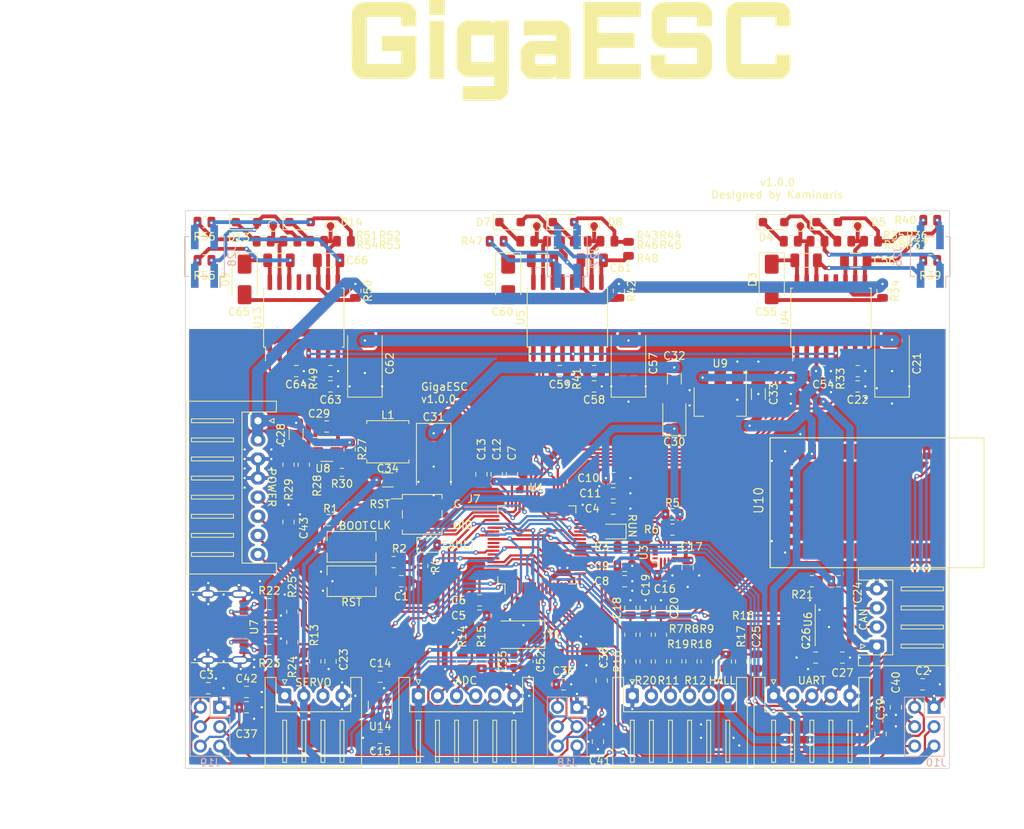
<source format=kicad_pcb>
(kicad_pcb (version 20221018) (generator pcbnew)
  (layers (0 "F.Cu" signal) (31 "B.Cu" signal) (34 "B.Paste" user) (35 "F.Paste" user) (36 "B.SilkS" user "B.Silkscreen") (37 "F.SilkS" user "F.Silkscreen") (38 "B.Mask" user) (39 "F.Mask" user) (44 "Edge.Cuts" user))
  (net 0 "")
  (net 1 "NRST")
  (net 2 "GND")
  (net 3 "Net-(U1-PH0)")
  (net 4 "Net-(U1-VCAP_1)")
  (net 5 "+3.3V")
  (net 6 "Net-(U1-VCAP_2)")
  (net 7 "+5V")
  (net 8 "+3.3VADC")
  (net 9 "SERVO")
  (net 10 "TEMPMOTOR")
  (net 11 "Net-(U8-BOOT)")
  (net 12 "Net-(U8-SW)")
  (net 13 "Net-(U8-EN)")
  (net 14 "Net-(U8-FB)")
  (net 15 "Net-(D1-K)")
  (net 16 "LED_RUN")
  (net 17 "Net-(D2-K)")
  (net 18 "LED_FAULT")
  (net 19 "+15V")
  (net 20 "Net-(J1-Pin_3)")
  (net 21 "SCK_ADC_EXT")
  (net 22 "MISO_ADC_EXT2")
  (net 23 "TX_SCL_MOSI")
  (net 24 "RX_SDA_NSS")
  (net 25 "IN_V")
  (net 27 "AUX_FAULT")
  (net 28 "SENS_FILTER_ENABLE")
  (net 29 "AUX_ENABLE")
  (net 30 "CLEAR_HW_FAULT")
  (net 31 "POWER_STAGE_LOCKOUT")
  (net 32 "POWER_STAGE_DISABLE")
  (net 33 "SWDIO")
  (net 34 "SWCLK")
  (net 35 "TEMPMOTOR_IN")
  (net 36 "Net-(J5-Pin_3)")
  (net 37 "Net-(J5-Pin_4)")
  (net 38 "VSENSE1")
  (net 39 "VSENSE2")
  (net 40 "VSENSE3")
  (net 41 "L1")
  (net 42 "L2")
  (net 43 "L3")
  (net 44 "H1")
  (net 45 "H2")
  (net 46 "H3")
  (net 47 "CURR_TRIP_LOW")
  (net 48 "CURR_TRIP_HIGH")
  (net 49 "MOSTEMP3")
  (net 50 "MOSTEMP2")
  (net 51 "MOSTEMP1")
  (net 52 "Net-(J8-Pin_2)")
  (net 53 "Net-(J8-Pin_3)")
  (net 54 "Net-(U7-VBUS)")
  (net 55 "Net-(J9-CC1)")
  (net 56 "Net-(J9-D+-PadA6)")
  (net 57 "Net-(J9-D--PadA7)")
  (net 59 "Net-(J9-CC2)")
  (net 61 "BOOT")
  (net 62 "IMU_SDA")
  (net 63 "IMU_SCL")
  (net 64 "HALL3")
  (net 65 "HALL3_IN")
  (net 66 "HALL2")
  (net 67 "HALL2_IN")
  (net 68 "HALL1")
  (net 69 "HALL1_IN")
  (net 70 "Net-(R24-Pad1)")
  (net 71 "USBD+")
  (net 72 "Net-(R25-Pad1)")
  (net 73 "USBD-")
  (net 74 "Net-(U1-PH1)")
  (net 75 "EXT2_TX_SCK")
  (net 76 "EXT2_RX_MISO")
  (net 77 "Net-(R28-Pad2)")
  (net 78 "EXT2_MOSI")
  (net 79 "SENSOR_VOLTAGE_SELECT")
  (net 80 "HALL_FILTER_ENABLE")
  (net 81 "CANRx")
  (net 82 "CANTx")
  (net 89 "Net-(U4-DT)")
  (net 90 "Net-(D3-K)")
  (net 91 "Net-(J26-Pin_4)")
  (net 92 "Net-(J26-Pin_3)")
  (net 93 "CURR1")
  (net 94 "Net-(J27-Pin_3)")
  (net 95 "Net-(J28-Pin_3)")
  (net 96 "CURR2")
  (net 97 "CURR3")
  (net 98 "Net-(U5-DT)")
  (net 99 "Net-(D6-K)")
  (net 100 "Net-(J27-Pin_4)")
  (net 101 "Net-(U13-DT)")
  (net 102 "Net-(D9-K)")
  (net 103 "Net-(J28-Pin_4)")
  (net 104 "Net-(D3-A)")
  (net 105 "Net-(D4-K)")
  (net 106 "Net-(D5-K)")
  (net 107 "Net-(D5-A)")
  (net 108 "Net-(D6-A)")
  (net 109 "Net-(D7-K)")
  (net 110 "Net-(D4-A)")
  (net 139 "Net-(J5-Pin_2)")
  (net 140 "Net-(D7-A)")
  (net 141 "Net-(D8-K)")
  (net 142 "Net-(D8-A)")
  (net 143 "Net-(D9-A)")
  (net 144 "Net-(D13-K)")
  (net 145 "Net-(D13-A)")
  (net 146 "Net-(D14-K)")
  (net 147 "Net-(D14-A)")
  (net 148 "Net-(U4-OUTA)")
  (net 149 "Net-(U4-OUTB)")
  (net 150 "Net-(U5-OUTA)")
  (net 151 "Net-(U5-OUTB)")
  (net 152 "Net-(U13-OUTA)")
  (net 153 "Net-(U13-OUTB)")
  (footprint "Resistor_SMD:R_0805_2012Metric" (layer "F.Cu") (at 117 103.5 180)
    (fp_text reference "R22")
    (fp_text value "5.1k")
  )
  (footprint "TestPoint:TestPoint_Pad_D1.0mm" (layer "F.Cu") (at 152 54)
    (fp_text reference "TP3" hide)
    (fp_text value "TestPoint")
  )
  (footprint "Diode_SMD:D_SMA" (layer "F.Cu") (at 148.25 61 -90)
    (fp_text reference "D6")
    (fp_text value "SS520F")
  )
  (footprint "Resistor_SMD:R_0805_2012Metric" (layer "F.Cu") (at 188 100.5 180)
    (fp_text reference "R21")
    (fp_text value "120")
  )
  (footprint "Package_SO:SOP-8_3.9x4.9mm_P1.27mm" (layer "F.Cu") (at 191 105.5 90)
    (fp_text reference "U6")
    (fp_text value "TJA1051T-3")
  )
  (footprint "Capacitor_SMD:C_0805_2012Metric" (layer "F.Cu") (at 160 121.5 -90)
    (fp_text reference "C41")
    (fp_text value "1n")
  )
  (footprint "Resistor_SMD:R_0805_2012Metric" (layer "F.Cu") (at 121.5 85.25 -90)
    (fp_text reference "R28")
    (fp_text value "33k")
  )
  (footprint "Resistor_SMD:R_0805_2012Metric" (layer "F.Cu") (at 166.25 111 -90)
    (fp_text reference "R20")
    (fp_text value "100")
  )
  (footprint "Resistor_SMD:R_0805_2012Metric" (layer "F.Cu") (at 166.25 107.5 -90)
    (fp_text reference "R8")
    (fp_text value "2.2k")
  )
  (footprint "Capacitor_SMD:C_0805_2012Metric" (layer "F.Cu") (at 194 75)
    (fp_text reference "C22")
    (fp_text value "100n")
  )
  (footprint "Capacitor_SMD:C_0805_2012Metric" (layer "F.Cu") (at 125 75)
    (fp_text reference "C63")
    (fp_text value "100n")
  )
  (footprint "Capacitor_SMD:C_0805_2012Metric" (layer "F.Cu") (at 144.5 103)
    (fp_text reference "C6")
    (fp_text value "100n")
  )
  (footprint "Resistor_SMD:R_0805_2012Metric" (layer "F.Cu") (at 194 73)
    (fp_text reference "R33")
    (fp_text value "20k")
  )
  (footprint "Resistor_SMD:R_0805_2012Metric" (layer "F.Cu") (at 146.75 56)
    (fp_text reference "R47")
    (fp_text value "4.7k")
  )
  (footprint "Capacitor_SMD:C_0805_2012Metric" (layer "F.Cu") (at 134.25 100.5)
    (fp_text reference "C1")
    (fp_text value "100n")
  )
  (footprint "Connector_PinHeader_2.54mm:PinHeader_2x02_P2.54mm_Vertical_SMD" (layer "F.Cu") (at 137 91.75)
    (fp_text reference "J7")
    (fp_text value "JTAG")
  )
  (footprint "Capacitor_SMD:C_0805_2012Metric" (layer "F.Cu") (at 163.5 100.5 180)
    (fp_text reference "C8")
    (fp_text value "10n")
  )
  (footprint "Resistor_SMD:R_0805_2012Metric" (layer "F.Cu") (at 119.75 56)
    (fp_text reference "R52")
    (fp_text value "2r2")
  )
  (footprint "Resistor_SMD:R_0805_2012Metric" (layer "F.Cu") (at 154.25 56)
    (fp_text reference "R44")
    (fp_text value "2r2")
  )
  (footprint "Resistor_SMD:R_0805_2012Metric" (layer "F.Cu") (at 157.75 56 180)
    (fp_text reference "R46")
    (fp_text value "2r2")
  )
  (footprint "Diode_SMD:D_SOD-123F" (layer "F.Cu") (at 155.5 53.5)
    (fp_text reference "D8")
    (fp_text value "DSS34")
  )
  (footprint "LED_SMD:LED_0805_2012Metric" (layer "F.Cu") (at 162 94 180)
    (fp_text reference "D1" hide)
    (fp_text value "L_RUN")
  )
  (footprint "Package_TO_SOT_SMD:SOT-23-5" (layer "F.Cu") (at 131.5 117 -90)
    (fp_text reference "U14")
    (fp_text value "LM4128AMF-3.3")
  )
  (footprint "Capacitor_SMD:C_1206_3216Metric" (layer "F.Cu") (at 181 76 90)
    (fp_text reference "C33")
    (fp_text value "22u 25V")
  )
  (footprint "Resistor_SMD:R_0805_2012Metric" (layer "F.Cu") (at 116.25 56 180)
    (fp_text reference "R51")
    (fp_text value "2r2")
  )
  (footprint "Capacitor_SMD:C_1206_3216Metric" (layer "F.Cu") (at 118.25 58.5)
    (fp_text reference "C65")
    (fp_text value "4.7u 50v")
  )
  (footprint "Resistor_SMD:R_0805_2012Metric" (layer "F.Cu") (at 197.25 62.5 -90)
    (fp_text reference "R34")
    (fp_text value "2r2")
  )
  (footprint "Capacitor_SMD:C_0805_2012Metric" (layer "F.Cu") (at 148.75 86.5 90)
    (fp_text reference "C7")
    (fp_text value "1u")
  )
  (footprint "Capacitor_SMD:C_1206_3216Metric" (layer "F.Cu") (at 187.25 58.5)
    (fp_text reference "C55")
    (fp_text value "4.7u 50v")
  )
  (footprint "Resistor_SMD:R_0805_2012Metric" (layer "F.Cu") (at 174.25 111 90)
    (fp_text reference "R12")
    (fp_text value "2.2k")
  )
  (footprint "Capacitor_SMD:C_0805_2012Metric" (layer "F.Cu") (at 144.75 86.5 -90)
    (fp_text reference "C13")
    (fp_text value "100n")
  )
  (footprint "Resistor_SMD:R_0805_2012Metric" (layer "F.Cu") (at 162.75 62.5 -90)
    (fp_text reference "R42")
    (fp_text value "2r2")
  )
  (footprint "Inductor_SMD:L_Sunlord_SWPA5040S" (layer "F.Cu") (at 132.5 82.25)
    (fp_text reference "L1")
    (fp_text value "5.6uH")
  )
  (footprint "Capacitor_SMD:C_1206_3216Metric" (layer "F.Cu") (at 152.75 58.5)
    (fp_text reference "C60")
    (fp_text value "4.7u 50v")
  )
  (footprint "Capacitor_SMD:C_0805_2012Metric" (layer "F.Cu") (at 109 114.5)
    (fp_text reference "C3")
    (fp_text value "1n")
  )
  (footprint "Diode_SMD:D_SOD-123F" (layer "F.Cu") (at 114 53.5)
    (fp_text reference "D13")
    (fp_text value "DSS34")
  )
  (footprint "Resistor_SMD:R_0805_2012Metric" (layer "F.Cu") (at 142.25 111 -90)
    (fp_text reference "R14")
    (fp_text value "10k")
  )
  (footprint "Capacitor_SMD:C_0603_1608Metric" (layer "F.Cu") (at 149 111 90)
    (fp_text reference "C35")
    (fp_text value "20p")
  )
  (footprint "GigaVescLibs:logo" (layer "F.Cu") (at 156.5 31)
    (fp_text reference "G***" hide)
    (fp_text value "LOGO" hide)
  )
  (footprint "Resistor_SMD:R_0805_2012Metric" (layer "F.Cu") (at 195.75 56)
    (fp_text reference "R37")
    (fp_text value "2r2")
  )
  (footprint "Capacitor_SMD:C_0805_2012Metric" (layer "F.Cu") (at 114 117)
    (fp_text reference "C37")
    (fp_text value "1n")
  )
  (footprint "Resistor_SMD:R_0805_2012Metric" (layer "F.Cu") (at 188.75 56)
    (fp_text reference "R36")
    (fp_text value "2r2")
  )
  (footprint "Button_Switch_SMD:SW_Tactile_SPST_NO_Straight_CK_PTS636Sx25SMTRLFS" (layer "F.Cu") (at 127.75 100.5 180)
    (fp_text reference "SW3" hide)
    (fp_text value "RST")
  )
  (footprint "Package_TO_SOT_SMD:SOT-223-3_TabPin2" (layer "F.Cu") (at 176 77 -90)
    (fp_text reference "U9")
    (fp_text value "AMS1117-3.3")
  )
  (footprint "Crystal:Crystal_SMD_5032-2Pin_5.0x3.2mm" (layer "F.Cu") (at 150 107.5 180)
    (fp_text reference "Y1")
    (fp_text value "X50328MSB2GI")
  )
  (footprint "Resistor_SMD:R_0805_2012Metric" (layer "F.Cu") (at 126.75 56)
    (fp_text reference "R53")
    (fp_text value "2r2")
  )
  (footprint "Capacitor_SMD:C_0805_2012Metric" (layer "F.Cu") (at 119.5 92.75 90)
    (fp_text reference "C43")
    (fp_text value "1n")
  )
  (footprint "Capacitor_SMD:C_1206_3216Metric" (layer "F.Cu") (at 170 74 -90)
    (fp_text reference "C32")
    (fp_text value "22u 25V")
  )
  (footprint "Capacitor_Tantalum_SMD:CP_EIA-3528-15_AVX-H" (layer "F.Cu") (at 170 79 90)
    (fp_text reference "C30")
    (fp_text value "100uF 6.3V Tant")
  )
  (footprint "Capacitor_SMD:C_1206_3216Metric" (layer "F.Cu") (at 120.5 81.25 -90)
    (fp_text reference "C28")
    (fp_text value "47u 25V")
  )
  (footprint "Package_LGA:Bosch_LGA-14_3x2.5mm_P0.5mm" (layer "F.Cu") (at 168.75 96.75)
    (fp_text reference "U3")
    (fp_text value "LSM6DS3TR-C")
  )
  (footprint "Capacitor_SMD:C_0805_2012Metric" (layer "F.Cu") (at 166.25 104 90)
    (fp_text reference "C19")
    (fp_text value "1n")
  )
  (footprint "Capacitor_SMD:C_0805_2012Metric" (layer "F.Cu") (at 180.75 111 -90)
    (fp_text reference "C25")
    (fp_text value "1u")
  )
  (footprint "Package_SO:SOIC-16W_7.5x10.3mm_P1.27mm" (layer "F.Cu") (at 190.5 66 90)
    (fp_text reference "U4")
    (fp_text value "UCC21520DWR")
  )
  (footprint "Capacitor_SMD:C_0805_2012Metric" (layer "F.Cu") (at 146.75 86.5 -90)
    (fp_text reference "C12")
    (fp_text value "10n")
  )
  (footprint "Capacitor_SMD:C_0805_2012Metric" (layer "F.Cu") (at 160.5 113.5 90)
    (fp_text reference "C38")
    (fp_text value "1n")
  )
  (footprint "Capacitor_SMD:C_0805_2012Metric" (layer "F.Cu") (at 162 89 180)
    (fp_text reference "C11")
    (fp_text value "100n")
  )
  (footprint "Capacitor_SMD:C_0805_2012Metric" (layer "F.Cu") (at 162 87 180)
    (fp_text reference "C10")
    (fp_text value "10n")
  )
  (footprint "Package_SO:SOIC-16W_7.5x10.3mm_P1.27mm" (layer "F.Cu") (at 121.5 66 90)
    (fp_text reference "U13")
    (fp_text value "UCC21520DWR")
  )
  (footprint "Resistor_SMD:R_0805_2012Metric" (layer "F.Cu") (at 133.25 98)
    (fp_text reference "R2")
    (fp_text value "3.3k")
  )
  (footprint "Capacitor_SMD:C_0805_2012Metric" (layer "F.Cu") (at 163.5 98.5 180)
    (fp_text reference "C9")
    (fp_text value "100n")
  )
  (footprint "Resistor_SMD:R_0805_2012Metric" (layer "F.Cu") (at 108.5 58.5)
    (fp_text reference "R55")
    (fp_text value "4.7k")
  )
  (footprint "Resistor_SMD:R_0805_2012Metric" (layer "F.Cu") (at 164.25 111 90)
    (fp_text reference "R10")
    (fp_text value "2.2k")
  )
  (footprint "Resistor_SMD:R_0603_1608Metric" (layer "F.Cu") (at 126.5 86.25)
    (fp_text reference "R30")
    (fp_text value "40.2k")
  )
  (footprint "Resistor_SMD:R_0805_2012Metric" (layer "F.Cu") (at 119.5 85.25 90)
    (fp_text reference "R29")
    (fp_text value "7.68k")
  )
  (footprint "Capacitor_Tantalum_SMD:CP_EIA-7343-31_Kemet-D" (layer "F.Cu") (at 129.5 72 90)
    (fp_text reference "C62")
    (fp_text value "47u 25v Tant")
  )
  (footprint "Connector_JST:JST_XH_S5B-XH-A_1x05_P2.50mm_Horizontal" (layer "F.Cu") (at 183 115.5)
    (fp_text reference "J6" hide)
    (fp_text value "UartSpi")
  )
  (footprint "TestPoint:TestPoint_Pad_D1.0mm" (layer "F.Cu") (at 186.5 54)
    (fp_text reference "TP1" hide)
    (fp_text value "TestPoint")
  )
  (footprint "Capacitor_SMD:C_0805_2012Metric" (layer "F.Cu") (at 199 117 -90)
    (fp_text reference "C40")
    (fp_text value "1n")
  )
  (footprint "Resistor_SMD:R_0805_2012Metric" (layer "F.Cu") (at 120 104.5 90)
    (fp_text reference "R25")
    (fp_text value "22")
  )
  (footprint "Capacitor_SMD:C_0805_2012Metric" (layer "F.Cu") (at 114 115)
    (fp_text reference "C42")
    (fp_text value "1n")
  )
  (footprint "TestPoint:TestPoint_Pad_D1.0mm" (layer "F.Cu") (at 194 54)
    (fp_text reference "TP2" hide)
    (fp_text value "TestPoint")
  )
  (footprint "Resistor_SMD:R_0805_2012Metric" (layer "F.Cu") (at 170.25 111 -90)
    (fp_text reference "R19")
    (fp_text value "100")
  )
  (footprint "Resistor_SMD:R_0805_2012Metric" (layer "F.Cu") (at 169.75 91.75 180)
    (fp_text reference "R5")
    (fp_text value "4.7k")
  )
  (footprint "Diode_SMD:D_SMA" (layer "F.Cu") (at 182.75 61 -90)
    (fp_text reference "D3")
    (fp_text value "SS520F")
  )
  (footprint "Connector_JST:JST_XH_S8B-XH-A_1x08_P2.50mm_Horizontal" (layer "F.Cu") (at 115.5 79.5 -90)
    (fp_text reference "J2" hide)
    (fp_text value "AuxConn")
  )
  (footprint "Diode_SMD:D_SMA" (layer "F.Cu") (at 113.75 61 -90)
    (fp_text reference "D9")
    (fp_text value "SS520F")
  )
  (footprint "Diode_SMD:D_SOD-123F" (layer "F.Cu") (at 183 53.5)
    (fp_text reference "D4")
    (fp_text value "DSS34")
  )
  (footprint "Resistor_SMD:R_0805_2012Metric" (layer "F.Cu") (at 168.25 111 90)
    (fp_text reference "R11")
    (fp_text value "2.2k")
  )
  (footprint "Capacitor_SMD:C_0805_2012Metric" (layer "F.Cu") (at 202.5 114)
    (fp_text reference "C2")
    (fp_text value "1n")
  )
  (footprint "Resistor_SMD:R_0805_2012Metric" (layer "F.Cu") (at 120 108.5 -90)
    (fp_text reference "R24")
    (fp_text value "22")
  )
  (footprint "Resistor_SMD:R_0805_2012Metric" (layer "F.Cu") (at 161.25 56)
    (fp_text reference "R45")
    (fp_text value "2r2")
  )
  (footprint "Capacitor_SMD:C_1206_3216Metric" (layer "F.Cu") (at 159.25 58.5)
    (fp_text reference "C61")
    (fp_text value "4.7u 50v")
  )
  (footprint "Capacitor_SMD:C_0603_1608Metric" (layer "F.Cu") (at 151 111 -90)
    (fp_text reference "C52")
    (fp_text value "20p")
  )
  (footprint "Resistor_SMD:R_0805_2012Metric" (layer "F.Cu") (at 176.75 111 -90)
    (fp_text reference "R16")
    (fp_text value "10k")
  )
  (footprint "Capacitor_SMD:C_0805_2012Metric" (layer "F.Cu") (at 144.5 105)
    (fp_text reference "C5")
    (fp_text value "10n")
  )
  (footprint "Capacitor_Tantalum_SMD:CP_EIA-7343-31_Kemet-D" (layer "F.Cu") (at 198.5 72 90)
    (fp_text reference "C21")
    (fp_text value "47u 25v Tant")
  )
  (footprint "Diode_SMD:D_SOD-123F" (layer "F.Cu") (at 121 53.5)
    (fp_text reference "D14")
    (fp_text value "DSS34")
  )
  (footprint "Package_TO_SOT_SMD:TSOT-23-6" (layer "F.Cu") (at 124.5 83.25)
    (fp_text reference "U8")
    (fp_text value "ZTP7193Y")
  )
  (footprint "Resistor_SMD:R_0805_2012Metric" (layer "F.Cu") (at 137 98.5 -90)
    (fp_text reference "R4")
    (fp_text value "10k")
  )
  (footprint "Resistor_SMD:R_0805_2012Metric" (layer "F.Cu") (at 203.5 53.25)
    (fp_text reference "R40")
    (fp_text value "4.7k")
  )
  (footprint "Capacitor_Tantalum_SMD:CP_EIA-7343-31_Kemet-D" (layer "F.Cu") (at 138.5 84.25 -90)
    (fp_text reference "C31")
    (fp_text value "100uF 25V Tant")
  )
  (footprint "Capacitor_SMD:C_0805_2012Metric" (layer "F.Cu") (at 124.5 80.25)
    (fp_text reference "C29")
    (fp_text value "100n 100V")
  )
  (footprint "Capacitor_SMD:C_0805_2012Metric" (layer "F.Cu") (at 192 110.5)
    (fp_text reference "C27")
    (fp_text value "2.2u")
  )
  (footprint "Resistor_SMD:R_0805_2012Metric" (layer "F.Cu") (at 108.5 53.5)
    (fp_text reference "R56")
    (fp_text value "4.7k")
  )
  (footprint "Capacitor_SMD:C_0805_2012Metric" (layer "F.Cu") (at 131.5 113)
    (fp_text reference "C14")
    (fp_text value "1u")
  )
  (footprint "GigaVescLibs:HM10" (layer "F.Cu") (at 197 90)
    (fp_text reference "U10")
    (fp_text value "HM-10")
  )
  (footprint "Button_Switch_SMD:SW_Tactile_SPST_NO_Straight_CK_PTS636Sx25SMTRLFS" (layer "F.Cu") (at 127.75 96)
    (fp_text reference "SW1" hide)
    (fp_text value "BOOT")
  )
  (footprint "Diode_SMD:D_SOD-123F" (layer "F.Cu") (at 148.5 53.5)
    (fp_text reference "D7")
    (fp_text value "DSS34")
  )
  (footprint "Capacitor_SMD:C_0805_2012Metric" (layer "F.Cu") (at 171.75 98.75 -90)
    (fp_text reference "C17")
    (fp_text value "100n")
  )
  (footprint "Capacitor_SMD:C_1206_3216Metric" (layer "F.Cu") (at 193.75 58.5)
    (fp_text reference "C56")
    (fp_text value "4.7u 50v")
  )
  (footprint "Capacitor_Tantalum_SMD:CP_EIA-7343-31_Kemet-D" (layer "F.Cu") (at 164 72 90)
    (fp_text reference "C57")
    (fp_text value "47u 25v Tant")
  )
  (footprint "Resistor_SMD:R_0805_2012Metric" (layer "F.Cu") (at 163.5 96)
    (fp_text reference "R3")
    (fp_text value "10k")
  )
  (footprint "Connector_USB:USB_C_Receptacle_GCT_USB4105-xx-A_16P_TopMnt_Horizontal" (layer "F.Cu") (at 110 106.5 -90)
    (fp_text reference "J9" hide)
    (fp_text value "USBC Socket")
  )
  (footprint "Capacitor_SMD:C_0805_2012Metric" (layer "F.Cu") (at 159.5 75)
    (fp_text reference "C58")
    (fp_text value "100n")
  )
  (footprint "Diode_SMD:D_SOD-123F" (layer "F.Cu") (at 190 53.5)
    (fp_text reference "D5")
    (fp_text value "DSS34")
  )
  (footprint "TestPoint:TestPoint_Pad_D1.0mm" (layer "F.Cu") (at 125 54)
    (fp_text reference "TP6" hide)
    (fp_text value "TestPoint")
  )
  (footprint "Resistor_SMD:R_0805_2012Metric" (layer "F.Cu") (at 123 111 90)
    (fp_text reference "R13")
    (fp_text value "220")
  )
  (footprint "Resistor_SMD:R_0805_2012Metric" (layer "F.Cu") (at 172.25 111 -90)
    (fp_text reference "R18")
    (fp_text value "100")
  )
  (footprint "Resistor_SMD:R_0805_2012Metric" (layer "F.Cu") (at 185.25 56 180)
    (fp_text reference "R35")
    (fp_text value "2r2")
  )
  (footprint "Capacitor_SMD:C_0805_2012Metric" (layer "F.Cu") (at 131.5 121 180)
    (fp_text reference "C15")
    (fp_text value "1u")
  )
  (footprint "Resistor_SMD:R_0805_2012Metric" (layer "F.Cu") (at 128.25 62.5 -90)
    (fp_text reference "R50")
    (fp_text value "2r2")
  )
  (footprint "Capacitor_SMD:C_0805_2012Metric" (layer "F.Cu") (at 168.75 99.75)
    (fp_text reference "C16")
    (fp_text value "100n")
  )
  (footprint "Resistor_SMD:R_0805_2012Metric" (layer "F.Cu") (at 127.5 83.25 -90)
    (fp_text reference "R27")
    (fp_text value "100k")
  )
  (footprint "Resistor_SMD:R_0805_2012Metric" (layer "F.Cu") (at 159.5 73)
    (fp_text reference "R41")
    (fp_text value "20k")
  )
  (footprint "Package_QFP:LQFP-64_10x10mm_P0.5mm" (layer "F.Cu") (at 152 95.75 90)
    (fp_text reference "U1")
    (fp_text value "STM32F405RGT6")
  )
  (footprint "Resistor_SMD:R_0805_2012Metric" (layer "F.Cu") (at 203.5 58.5)
    (fp_text reference "R39")
    (fp_text value "4.7k")
  )
  (footprint "Capacitor_SMD:C_1206_3216Metric" (layer "F.Cu") (at 124.75 58.5)
    (fp_text reference "C66")
    (fp_text value "4.7u 50v")
  )
  (footprint "Capacitor_SMD:C_0805_2012Metric" (layer "F.Cu") (at 189.5 73)
    (fp_text reference "C54")
    (fp_text value "100n")
  )
  (footprint "Capacitor_SMD:C_0805_2012Metric" (layer "F.Cu") (at 162 91)
    (fp_text reference "C4")
    (fp_text value "1u")
  )
  (footprint "Connector_JST:JST_XH_S4B-XH-A_1x04_P2.50mm_Horizontal" (layer "F.Cu") (at 119 115.5)
    (fp_text reference "J1" hide)
    (fp_text value "ServoConn")
  )
  (footprint "Capacitor_SMD:C_0805_2012Metric" (layer "F.Cu") (at 155.5 114)
    (fp_text reference "C36")
    (fp_text value "1n")
  )
  (footprint "Capacitor_SMD:C_0805_2012Metric" (layer "F.Cu") (at 120.5 73)
    (fp_text reference "C64")
    (fp_text value "100n")
  )
  (footprint "Resistor_SMD:R_0805_2012Metric" (layer "F.Cu") (at 164 57 90)
    (fp_text reference "R48")
    (fp_text value "4.7k")
  )
  (footprint "Capacitor_SMD:C_0805_2012Metric" (layer "F.Cu") (at 125 111 -90)
    (fp_text reference "C23")
    (fp_text value "100n")
  )
  (footprint "Resistor_SMD:R_0805_2012Metric" (layer "F.Cu") (at 192.25 56 180)
    (fp_text reference "R38")
    (fp_text value "2r2")
  )
  (footprint "Resistor_SMD:R_0805_2012Metric" (layer "F.Cu") (at 144.75 111 -90)
    (fp_text reference "R15")
    (fp_text value "10k")
  )
  (footprint "Capacitor_SMD:C_0805_2012Metric" (layer "F.Cu") (at 197 120.5 90)
    (fp_text reference "C39")
    (fp_text value "1n")
  )
  (footprint "Package_SO:SOIC-16W_7.5x10.3mm_P1.27mm" (layer "F.Cu") (at 156 66 90)
    (fp_text reference "U5")
    (fp_text value "UCC21520DWR")
  )
  (footprint "Resistor_SMD:R_0805_2012Metric" (layer "F.Cu") (at 125 73)
    (fp_text reference "R49")
    (fp_text value "20k")
  )
  (footprint "Connector_JST:JST_XH_S6B-XH-A_1x06_P2.50mm_Horizontal" (layer "F.Cu") (at 164.5 115.5)
    (fp_text reference "J5" hide)
    (fp_text value "HallConn")
  )
  (footprint "TestPoint:TestPoint_Pad_D1.0mm" (layer "F.Cu") (at 117.5 54)
    (fp_text reference "TP5" hide)
    (fp_text value "TestPoint")
  )
  (footprint "Resistor_SMD:R_0805_2012Metric" (layer "F.Cu") (at 169.75 93.75 180)
    (fp_text reference "R6")
    (fp_text value "4.7k")
  )
  (footprint "Connector_JST:JST_XH_S4B-XH-A_1x04_P2.50mm_Horizontal" (layer "F.Cu") (at 196.5 109 90)
    (fp_text reference "J8" hide)
    (fp_text value "CANConn")
  )
  (footprint "Capacitor_SMD:C_0805_2012Metric" (layer "F.Cu") (at 188.5 110.5 180)
    (fp_text reference "C26")
    (fp_text value "100n")
  )
  (footprint "Connector_JST:JST_XH_S6B-XH-A_1x06_P2.50mm_Horizontal" (layer "F.Cu") (at 136.5 115.5)
    (fp_text reference "J4" hide)
    (fp_text value "ADCConn")
  )
  (footprint "Resistor_SMD:R_0805_2012Metric" (layer "F.Cu") (at 124.75 92.5)
    (fp_text reference "R1")
    (fp_text value "10k")
  )
  (footprint "Package_TO_SOT_SMD:SOT-666" (layer "F.Cu") (at 117 106.5 180)
    (fp_text reference "U7")
    (fp_text value "USBLC6-2P6")
  )
  (footprint "LED_SMD:LED_0805_2012Metric" (layer "F.Cu") (at 138 95.75)
    (fp_text reference "D2" hide)
    (fp_text value "L_FAULT")
  )
  (footprint "Capacitor_SMD:C_0805_2012Metric" (layer "F.Cu") (at 155 73)
    (fp_text reference "C59")
    (fp_text value "100n")
  )
  (footprint "Capacitor_SMD:C_1206_3216Metric" (layer "F.Cu") (at 132.5 87.25)
    (fp_text reference "C34")
    (fp_text value "22u 25V")
  )
  (footprint "Resistor_SMD:R_0805_2012Metric" (layer "F.Cu") (at 150.75 56 180)
    (fp_text reference "R43")
    (fp_text value "2r2")
  )
  (footprint "Capacitor_SMD:C_0805_2012Metric" (layer "F.Cu") (at 191.5 100.5)
    (fp_text reference "C24")
    (fp_text value "100n")
  )
  (footprint "Resistor_SMD:R_0805_2012Metric" (layer "F.Cu") (at 168.25 107.5 -90)
    (fp_text reference "R9")
    (fp_text value "2.2k")
  )
  (footprint "Resistor_SMD:R_0805_2012Metric" (layer "F.Cu") (at 123.25 56 180)
    (fp_text reference "R54")
    (fp_text value "2r2")
  )
  (footprint "Capacitor_SMD:C_0805_2012Metric" (layer "F.Cu") (at 164.25 104 90)
    (fp_text reference "C18")
    (fp_text value "1n")
  )
  (footprint "TestPoint:TestPoint_Pad_D1.0mm" (layer "F.Cu") (at 159.5 54)
    (fp_text reference "TP4" hide)
    (fp_text value "TestPoint")
  )
  (footprint "Resistor_SMD:R_0805_2012Metric" (layer "F.Cu") (at 178.75 111 90)
    (fp_text reference "R17")
    (fp_text value "2.2k")
  )
  (footprint "Resistor_SMD:R_0805_2012Metric" (layer "F.Cu") (at 164.25 107.5 -90)
    (fp_text reference "R7")
    (fp_text value "2.2k")
  )
  (footprint "Capacitor_SMD:C_0805_2012Metric" (layer "F.Cu") (at 168.25 104 90)
    (fp_text reference "C20")
    (fp_text value "1n")
  )
  (footprint "Resistor_SMD:R_0805_2012Metric" (layer "F.Cu") (at 117 109.5 180)
    (fp_text reference "R23")
    (fp_text value "5.1k")
  )
  (footprint "Connector_PinHeader_2.54mm:PinHeader_2x03_P2.54mm_Vertical" (layer "B.Cu") (at 204 117 180)
    (fp_text reference "J10")
    (fp_text value "PhaseConn1")
  )
  (footprint "Connector_PinHeader_2.54mm:PinHeader_2x03_P2.54mm_Vertical" (layer "B.Cu") (at 157.25 117 180)
    (fp_text reference "J18")
    (fp_text value "PhaseConn1")
  )
  (footprint "Connector_PinHeader_2.54mm:PinHeader_2x02_P2.54mm_Vertical_SMD" (layer "B.Cu") (at 203.5 58 90)
    (fp_text reference "J26")
    (fp_text value "OutputDown")
  )
  (footprint "Connector_PinHeader_2.54mm:PinHeader_2x02_P2.54mm_Vertical_SMD" (layer "B.Cu") (at 156 58 90)
    (fp_text reference "J27")
    (fp_text value "OutputDown")
  )
  (footprint "Connector_PinHeader_2.54mm:PinHeader_2x03_P2.54mm_Vertical" (layer "B.Cu") (at 110.5 117 180)
    (fp_text reference "J19")
    (fp_text value "PhaseConn1")
  )
  (footprint "Connector_PinHeader_2.54mm:PinHeader_2x02_P2.54mm_Vertical_SMD" (layer "B.Cu") (at 108.5 58 90)
    (fp_text reference "J28")
    (fp_text value "OutputDown")
  )
  (gr_rect (start 106 52) (end 206 125) (stroke (width 0.1)) (fill none) (layer "Edge.Cuts"))
  (gr_text "CLK" (at 130 93.75) (layer "F.SilkS") (effects (font (size 1 1)) (justify left bottom)))
  (gr_text "DIO" (at 141 93.75) (layer "F.SilkS") (effects (font (size 1 1)) (justify left bottom)))
  (gr_text "GigaESC\nv1.0.0" (at 136.75 77.25) (layer "F.SilkS") (effects (font (size 1 1)) (justify left bottom)))
  (gr_text "v1.0.0\nDesigned by Kaminaris" (at 183.5 50.5) (layer "F.SilkS") (effects (font (size 1 1)) (justify bottom)))
  (gr_text "G" (at 141 91) (layer "F.SilkS") (effects (font (size 1 1)) (justify left bottom)))
  (gr_text "RST" (at 130 91) (layer "F.SilkS") (effects (font (size 1 1)) (justify left bottom)))
  (segment (start 147.227561 91.5) (end 143.623655 91.5) (width 0.3) (layer "F.Cu") (net 1))
  (segment (start 149.578061 93.8505) (end 147.227561 91.5) (width 0.3) (layer "F.Cu") (net 1))
  (segment (start 131.625 100.5) (end 127.25 100.5) (width 0.3) (layer "F.Cu") (net 1))
  (segment (start 151.5 93.8505) (end 149.578061 93.8505) (width 0.3) (layer "F.Cu") (net 1))
  (segment (start 143.623655 91.5) (end 141.253655 93.87) (width 0.3) (layer "F.Cu") (net 1))
  (segment (start 151.25 100.5) (end 151.25 101.425) (width 0.3) (layer "F.Cu") (net 1))
  (segment (start 127.25 100.5) (end 125.6625 98.9125) (width 0.3) (layer "F.Cu") (net 1))
  (segment (start 135.48 90.48) (end 134.475 90.48) (width 0.3) (layer "F.Cu") (net 1))
  (segment (start 127.6825 90.48) (end 134.475 90.48) (width 0.3) (layer "F.Cu") (net 1))
  (segment (start 150.75 100) (end 151.25 100.5) (width 0.3) (layer "F.Cu") (net 1))
  (segment (start 125.6625 98.9125) (end 125.6625 92.5) (width 0.3) (layer "F.Cu") (net 1))
  (segment (start 125.6625 92.5) (end 127.6825 90.48) (width 0.3) (layer "F.Cu") (net 1))
  (segment (start 137 93.425) (end 137 92) (width 0.3) (layer "F.Cu") (net 1))
  (segment (start 137 92) (end 135.48 90.48) (width 0.3) (layer "F.Cu") (net 1))
  (segment (start 131.625 100.5) (end 133.3 100.5) (width 0.3) (layer "F.Cu") (net 1))
  (segment (start 141.253655 93.87) (end 137.445 93.87) (width 0.3) (layer "F.Cu") (net 1))
  (segment (start 137.445 93.87) (end 137 93.425) (width 0.3) (layer "F.Cu") (net 1))
  (via (at 150.75 100) (size 0.6) (drill 0.3) (layers "F.Cu" "B.Cu") (net 1))
  (via (at 151.5 93.8505) (size 0.6) (drill 0.3) (layers "F.Cu" "B.Cu") (net 1))
  (segment (start 150.75 97.42525) (end 151.5 96.67525) (width 0.3) (layer "B.Cu") (net 1))
  (segment (start 150.75 100) (end 150.75 97.42525) (width 0.3) (layer "B.Cu") (net 1))
  (segment (start 151.5 96.67525) (end 151.5 93.8505) (width 0.3) (layer "B.Cu") (net 1))
  (segment (start 187.55 110.5) (end 188.75 109.3) (width 0.3) (layer "F.Cu") (net 2))
  (segment (start 169.5 99.7125) (end 169.75 99.75) (width 0.3) (layer "F.Cu") (net 2))
  (segment (start 117.25 107.575) (end 117.25 106.55) (width 0.3) (layer "F.Cu") (net 2))
  (segment (start 113.68 109.7) (end 113.68 110.245) (width 0.3) (layer "F.Cu") (net 2))
  (segment (start 157.25 117) (end 156.5 116.25) (width 0.3) (layer "F.Cu") (net 2))
  (segment (start 189.865 72.415) (end 190.45 73) (width 0.5) (layer "F.Cu") (net 2))
  (segment (start 121.5 73) (end 121.5 73.05) (width 0.5) (layer "F.Cu") (net 2))
  (segment (start 131.5 117.5) (end 131.5 119) (width 0.5) (layer "F.Cu") (net 2))
  (segment (start 132 114.5) (end 132.45 114.05) (width 0.5) (layer "F.Cu") (net 2))
  (segment (start 155.365 70.65) (end 155.365 72.415) (width 0.5) (layer "F.Cu") (net 2))
  (segment (start 117.25 106.45) (end 117.25 105.425) (width 0.3) (layer "F.Cu") (net 2))
  (segment (start 155 98.75) (end 156 98.75) (width 0.3) (layer "F.Cu") (net 2))
  (segment (start 189.7 109.3) (end 190.365 108.635) (width 0.3) (layer "F.Cu") (net 2))
  (segment (start 113.68 103.3) (end 113.68 102.755) (width 0.3) (layer "F.Cu") (net 2))
  (segment (start 117.4125 84.3375) (end 117.25 84.5) (width 0.5) (layer "F.Cu") (net 2))
  (segment (start 157.25 117) (end 158.75 117) (width 0.5) (layer "F.Cu") (net 2))
  (segment (start 117.3 106.5) (end 117.25 106.45) (width 0.3) (layer "F.Cu") (net 2))
  (segment (start 113.68 102.755) (end 113.105 102.18) (width 0.3) (layer "F.Cu") (net 2))
  (segment (start 156.5 114.05) (end 156.5 114.05) (width 0.3) (layer "F.Cu") (net 2))
  (segment (start 156.5 114.05) (end 156.5 114) (width 0.3) (layer "F.Cu") (net 2))
  (segment (start 144.5 99) (end 143.5 100) (width 0.3) (layer "F.Cu") (net 2))
  (segment (start 153.75 101.425) (end 153.75 100.134747) (width 0.3) (layer "F.Cu") (net 2))
  (segment (start 120.5 110.5) (end 118.9125 110.5) (width 0.3) (layer "F.Cu") (net 2))
  (segment (start 190.365 108.635) (end 190.365 108.125) (width 0.3) (layer "F.Cu") (net 2))
  (segment (start 110.5 115.05) (end 109.95 114.5) (width 0.3) (layer "F.Cu") (net 2))
  (segment (start 204 117) (end 202.5 115.5) (width 0.5) (layer "F.Cu") (net 2))
  (segment (start 120.865 72.415) (end 121.45 73) (width 0.5) (layer "F.Cu") (net 2))
  (segment (start 113.68 103.3) (end 114.2 103.3) (width 0.3) (layer "F.Cu") (net 2))
  (segment (start 190.5 73.05) (end 190.45 73) (width 0.5) (layer "F.Cu") (net 2))
  (segment (start 204 117) (end 205.25 115.75) (width 0.5) (layer "F.Cu") (net 2))
  (segment (start 131.5 115.8625) (end 131.5 115) (width 0.5) (layer "F.Cu") (net 2))
  (segment (start 132.45 114.05) (end 132.45 113) (width 0.5) (layer "F.Cu") (net 2))
  (segment (start 144.75 108.75) (end 145.75 108.75) (width 0.5) (layer "F.Cu") (net 2))
  (segment (start 114.2 103.3) (end 114.75 102.75) (width 0.3) (layer "F.Cu") (net 2))
  (segment (start 118.5 108) (end 117.675 108) (width 0.3) (layer "F.Cu") (net 2))
  (segment (start 110.5 117) (end 110.5 115.05) (width 0.3) (layer "F.Cu") (net 2))
  (segment (start 117.925 106.5) (end 117.3 106.5) (width 0.3) (layer "F.Cu") (net 2))
  (segment (start 157.675 99) (end 156.25 99) (width 0.3) (layer "F.Cu") (net 2))
  (segment (start 154.812245 99.072502) (end 155 98.75) (width 0.3) (layer "F.Cu") (net 2))
  (segment (start 169.25 97.7625) (end 169.25 99.5625) (width 0.3) (layer "F.Cu") (net 2))
  (segment (start 121.45 73) (end 121.5 73) (width 0.5) (layer "F.Cu") (net 2))
  (segment (start 121.5 73.05) (end 121.45 73) (width 0.5) (layer "F.Cu") (net 2))
  (segment (start 167.4875 96) (end 164.4125 96) (width 0.3) (layer "F.Cu") (net 2))
  (segment (start 155.365 72.415) (end 155.95 73) (width 0.5) (layer "F.Cu") (net 2))
  (segment (start 143.5 100.072502) (end 143.5 102.322502) (width 0.3) (layer "F.Cu") (net 2))
  (segment (start 113.68 110.245) (end 113.105 110.82) (width 0.3) (layer "F.Cu") (net 2))
  (segment (start 118.9125 110.5) (end 117.9125 109.5) (width 0.3) (layer "F.Cu") (net 2))
  (segment (start 142.25 110.0875) (end 142.25 109) (width 0.5) (layer "F.Cu") (net 2))
  (segment (start 156.5 114) (end 156.45 114) (width 0.3) (layer "F.Cu") (net 2))
  (segment (start 146 109) (end 146 112) (width 0.5) (layer "F.Cu") (net 2))
  (segment (start 142.75 108.5) (end 142.75 106.5) (width 0.5) (layer "F.Cu") (net 2))
  (segment (start 156.45 114) (end 156.45 114) (width 0.3) (layer "F.Cu") (net 2))
  (segment (start 119.5 84.3375) (end 119.5 83.725) (width 0.5) (layer "F.Cu") (net 2))
  (segment (start 146 112) (end 148 114) (width 0.5) (layer "F.Cu") (net 2))
  (segment (start 114.2 109.7) (end 115 110.5) (width 0.3) (layer "F.Cu") (net 2))
  (segment (start 171.5 99.7125) (end 171.4625 99.7125) (width 0.3) (layer "F.Cu") (net 2))
  (segment (start 169.25 99.5625) (end 169.45 99.7625) (width 0.3) (layer "F.Cu") (net 2))
  (segment (start 123.3625 83.25) (end 123.5 83.25) (width 0.5) (layer "F.Cu") (net 2))
  (segment (start 156.25 99) (end 156 98.75) (width 0.3) (layer "F.Cu") (net 2))
  (segment (start 117.25 106.55) (end 117.3 106.5) (width 0.3) (layer "F.Cu") (net 2))
  (segment (start 202.5 115.5) (end 204 115.5) (width 0.5) (layer "F.Cu") (net 2))
  (segment (start 143.55 104.822502) (end 143.55 102.822502) (width 0.5) (layer "F.Cu") (net 2))
  (segment (start 149 115.5) (end 149 115) (width 0.5) (layer "F.Cu") (net 2))
  (segment (start 131.5 115) (end 132 114.5) (width 0.5) (layer "F.Cu") (net 2))
  (segment (start 114.75 102.75) (end 114.75 102) (width 0.3) (layer "F.Cu") (net 2))
  (segment (start 190.5 73) (end 190.5 73.05) (width 0.5) (layer "F.Cu") (net 2))
  (segment (start 119.5 83.725) (end 120.5 82.725) (width 0.5) (layer "F.Cu") (net 2))
  (segment (start 117.675 108) (end 117.25 107.575) (width 0.3) (layer "F.Cu") (net 2))
  (segment (start 130.55 119.95) (end 130.55 121) (width 0.5) (layer "F.Cu") (net 2))
  (segment (start 169.75 99.75) (end 169.45 99.7625) (width 0.3) (layer "F.Cu") (net 2))
  (segment (start 145.75 108.75) (end 146 109) (width 0.5) (layer "F.Cu") (net 2))
  (segment (start 190.45 73) (end 190.5 73) (width 0.5) (layer "F.Cu") (net 2))
  (segment (start 149 115) (end 148 114) (width 0.5) (layer "F.Cu") (net 2))
  (segment (start 189.865 70.65) (end 189.865 72.415) (width 0.5) (layer "F.Cu") (net 2))
  (segment (start 188.75 109.3) (end 189.7 109.3) (width 0.3) (layer "F.Cu") (net 2))
  (segment (start 119.5 84.3375) (end 117.4125 84.3375) (width 0.5) (layer "F.Cu") (net 2))
  (segment (start 146.325 99) (end 144.5 99) (width 0.3) (layer "F.Cu") (net 2))
  (segment (start 131.5 115.8625) (end 131.5 117.5) (width 0.5) (layer "F.Cu") (net 2))
  (segment (start 113.68 109.7) (end 114.2 109.7) (width 0.3) (layer "F.Cu") (net 2))
  (segment (start 153.75 100.134747) (end 154.812245 99.072502) (width 0.3) (layer "F.Cu") (net 2))
  (segment (start 142.25 109) (end 142.75 108.5) (width 0.5) (layer "F.Cu") (net 2))
  (segment (start 205.25 115.75) (end 205.25 114.5) (width 0.5) (layer "F.Cu") (net 2))
  (segment (start 115 110.5) (end 115 110.75) (width 0.3) (layer "F.Cu") (net 2))
  (segment (start 205.25 114.5) (end 204.75 114) (width 0.5) (layer "F.Cu") (net 2))
  (segment (start 117.25 105.425) (end 117.675 105) (width 0.3) (layer "F.Cu") (net 2))
  (segment (start 156.5 116.25) (end 156.5 114.05) (width 0.3) (layer "F.Cu") (net 2))
  (segment (start 120.865 70.65) (end 120.865 72.415) (width 0.5) (layer "F.Cu") (net 2))
  (segment (start 168.75 99.0625) (end 169.45 99.7625) (width 0.3) (layer "F.Cu") (net 2))
  (segment (start 168.75 97.7625) (end 168.75 99.0625) (width 0.3) (layer "F.Cu") (net 2))
  (segment (start 190.5 73) (end 190.5 74.5) (width 0.5) (layer "F.Cu") (net 2))
  (segment (start 144.75 110.0875) (end 144.75 108.75) (width 0.5) (layer "F.Cu") (net 2))
  (segment (start 197.45 119.5) (end 199 119.5) (width 0.3) (layer "F.Cu") (net 2))
  (segment (start 117.675 105) (end 118.5 105) (width 0.3) (layer "F.Cu") (net 2))
  (segment (start 131.5 119) (end 130.55 119.95) (width 0.5) (layer "F.Cu") (net 2))
  (via (at 148 114) (size 0.6) (drill 0.3) (layers "F.Cu" "B.Cu") (net 2))
  (via (at 126.5 117.25) (size 0.6) (drill 0.3) (layers "F.Cu" "B.Cu") (net 2))
  (via (at 126.5 113.75) (size 0.6) (drill 0.3) (layers "F.Cu" "B.Cu") (net 2))
  (via (at 198.5 77.25) (size 0.6) (drill 0.3) (layers "F.Cu" "B.Cu") (net 2))
  (via (at 182.75 95.25) (size 0.6) (drill 0.3) (layers "F.Cu" "B.Cu") (net 2))
  (via (at 184.5 83.5) (size 0.6) (drill 0.3) (layers "F.Cu" "B.Cu") (net 2))
  (via (at 193 110.5) (size 0.6) (drill 0.3) (layers "F.Cu" "B.Cu") (net 2))
  (via (at 126 73) (size 0.6) (drill 0.3) (layers "F.Cu" "B.Cu") (net 2))
  (via (at 107.25 110.75) (size 0.6) (drill 0.3) (layers "F.Cu" "B.Cu") (net 2))
  (via (at 199 119.5) (size 0.6) (drill 0.3) (layers "F.Cu" "B.Cu") (net 2))
  (via (at 195 73) (size 0.6) (drill 0.3) (layers "F.Cu" "B.Cu") (net 2))
  (via (at 132 114.5) (size 0.6) (drill 0.3) (layers "F.Cu" "B.Cu") (net 2))
  (via (at 142.5 103) (size 0.6) (drill 0.3) (layers "F.Cu" "B.Cu") (net 2))
  (via (at 164.5 98.5) (size 0.6) (drill 0.3) (layers "F.Cu" "B.Cu") (net 2))
  (via (at 198.5 73) (size 0.6) (drill 0.3) (layers "F.Cu" "B.Cu") (net 2))
  (via (at 204 115.5) (size 0.6) (drill 0.3) (layers "F.Cu" "B.Cu") (net 2))
  (via (at 178.25 76.75) (size 0.6) (drill 0.3) (layers "F.Cu" "B.Cu") (net 2))
  (via (at 120.5 110.5) (size 0.6) (drill 0.3) (layers "F.Cu" "B.Cu") (net 2))
  (via (at 129.25 121) (size 0.6) (drill 0.3) (layers "F.Cu" "B.Cu") (net 2))
  (via (at 187.5 108.75) (size 0.6) (drill 0.3) (layers "F.Cu" "B.Cu") (net 2))
  (via (at 178.5 122) (size 0.6) (drill 0.3) (layers "F.Cu" "B.Cu") (net 2))
  (via (at 109 100.75) (size 0.6) (drill 0.3) (layers "F.Cu" "B.Cu") (net 2))
  (via (at 121.5 74.5) (size 0.6) (drill 0.3) (layers "F.Cu" "B.Cu") (net 2))
  (via (at 185.25 77.25) (size 0.6) (drill 0.3) (layers "F.Cu" "B.Cu") (net 2))
  (via (at 184.5 96.75) (size 0.6) (drill 0.3) (layers "F.Cu" "B.Cu") (net 2))
  (via (at 173.5 119.25) (size 0.6) (drill 0.3) (layers "F.Cu" "B.Cu") (net 2))
  (via (at 185.25 76) (size 0.6) (drill 0.3) (layers "F.Cu" "B.Cu") (net 2))
  (via (at 155 98.75) (size 0.6) (drill 0.3) (layers "F.Cu" "B.Cu") (net 2))
  (via (at 111 111) (size 0.6) (drill 0.3) (layers "F.Cu" "B.Cu") (net 2))
  (via (at 142.5 105) (size 0.6) (drill 0.3) (layers "F.Cu" "B.Cu") (net 2))
  (via (at 187.75 103) (size 0.6) (drill 0.3) (layers "F.Cu" "B.Cu") (net 2))
  (via (at 138.5 99.5) (size 0.6) (drill 0.3) (layers "F.Cu" "B.Cu") (net 2))
  (via (at 161.75 75) (size 0.6) (drill 0.3) (layers "F.Cu" "B.Cu") (net 2))
  (via (at 117.25 85.75) (size 0.6) (drill 0.3) (layers "F.Cu" "B.Cu") (net 2))
  (via (at 200.75 75) (size 0.6) (drill 0.3) (layers "F.Cu" "B.Cu") (net 2))
  (via (at 131.75 75) (size 0.6) (drill 0.3) (layers "F.Cu" "B.Cu") (net 2))
  (via (at 168.25 103) (size 0.6) (drill 0.3) (layers "F.Cu" "B.Cu") (net 2))
  (via (at 124 101.75) (size 0.6) (drill 0.3) (layers "F.Cu" "B.Cu") (net 2))
  (via (at 113 101) (size 0.6) (drill 0.3) (layers "F.Cu" "B.Cu") (net 2))
  (via (at 149 112.75) (size 0.6) (drill 0.3) (layers "F.Cu" "B.Cu") (net 2))
  (via (at 113.75 84.5) (size 0.6) (drill 0.3) (layers "F.Cu" "B.Cu") (net 2))
  (via (at 157.25 115.25) (size 0.6) (drill 0.3) (layers "F.Cu" "B.Cu") (net 2))
  (via (at 158.75 117) (size 0.6) (drill 0.3) (layers "F.Cu" "B.Cu") (net 2))
  (via (at 151 115.5) (size 0.6) (drill 0.3) (layers "F.Cu" "B.Cu") (net 2))
  (via (at 141 107.25) (size 0.6) (drill 0.3) (layers "F.Cu" "B.Cu") (net 2))
  (via (at 118.75 82.75) (size 0.6) (drill 0.3) (layers "F.Cu" "B.Cu") (net 2))
  (via (at 116 117) (size 0.6) (drill 0.3) (layers "F.Cu" "B.Cu") (net 2))
  (via (at 115 111.75) (size 0.6) (drill 0.3) (layers "F.Cu" "B.Cu") (net 2))
  (via (at 113.25 112) (size 0.6) (drill 0.3) (layers "F.Cu" "B.Cu") (net 2))
  (via (at 117.25 87) (size 0.6) (drill 0.3) (layers "F.Cu" "B.Cu") (net 2))
  (via (at 189 104.25) (size 0.6) (drill 0.3) (layers "F.Cu" "B.Cu") (net 2))
  (via (at 124.75 112) (size 0.6) (drill 0.3) (layers "F.Cu" "B.Cu") (net 2))
  (via (at 160.5 75) (size 0.6) (drill 0.3) (layers "F.Cu" "B.Cu") (net 2))
  (via (at 181 76) (size 0.6) (drill 0.3) (layers "F.Cu" "B.Cu") (net 2))
  (via (at 118.5 108) (size 0.6) (drill 0.3) (layers "F.Cu" "B.Cu") (net 2))
  (via (at 109 112) (size 0.6) (drill 0.3) (layers "F.Cu" "B.Cu") (net 2))
  (via (at 203.5 112.25) (size 0.6) (drill 0.3) (layers "F.Cu" "B.Cu") (net 2))
  (via (at 181 71.75) (size 0.6) (drill 0.3) (layers "F.Cu" "B.Cu") (net 2))
  (via (at 195.25 119.5) (size 0.6) (drill 0.3) (layers "F.Cu" "B.Cu") (net 2))
  (via (at 134.25 101.75) (size 0.6) (drill 0.3) (layers "F.Cu" "B.Cu") (net 2))
  (via (at 121 91.75) (size 0.6) (drill 0.3) (layers "F.Cu" "B.Cu") (net 2))
  (via (at 172 77.5) (size 0.6) (drill 0.3) (layers "F.Cu" "B.Cu") (net 2))
  (via (at 140.75 87.5) (size 0.6) (drill 0.3) (layers "F.Cu" "B.Cu") (net 2))
  (via (at 160.5 111.5) (size 0.6) (drill 0.3) (layers "F.Cu" "B.Cu") (net 2))
  (via (at 113.75 87) (size 0.6) (drill 0.3) (layers "F.Cu" "B.Cu") (net 2))
  (via (at 186 110.5) (size 0.6) (drill 0.3) (layers "F.Cu" "B.Cu") (net 2))
  (via (at 172 75.5) (size 0.6) (drill 0.3) (layers "F.Cu" "B.Cu") (net 2))
  (via (at 138.5 89.25) (size 0.6) (drill 0.3) (layers "F.Cu" "B.Cu") (net 2))
  (via (at 144.75 108.75) (size 0.6) (drill 0.3) (layers "F.Cu" "B.Cu") (net 2))
  (via (at 173.5 121) (size 0.6) (drill 0.3) (layers "F.Cu" "B.Cu") (net 2))
  (via (at 190.5 73) (size 0.6) (drill 0.3) (layers "F.Cu" "B.Cu") (net 2))
  (via (at 113.75 88.25) (size 0.6) (drill 0.3) (layers "F.Cu" "B.Cu") (net 2))
  (via (at 182.75 84.75) (size 0.6) (drill 0.3) (layers "F.Cu" "B.Cu") (net 2))
  (via (at 196.5 75.25) (size 0.6) (drill 0.3) (layers "F.Cu" "B.Cu") (net 2))
  (via (at 158.75 121.5) (size 0.6) (drill 0.3) (layers "F.Cu" "B.Cu") (net 2))
  (via (at 160.177498 88.072502) (size 0.6) (drill 0.3) (layers "F.Cu" "B.Cu") (net 2))
  (via (at 164.25 91) (size 0.6) (drill 0.3) (layers "F.Cu" "B.Cu") (net 2))
  (via (at 125.25 100.5) (size 0.6) (drill 0.3) (layers "F.Cu" "B.Cu") (net 2))
  (via (at 115 110.75) (size 0.6) (drill 0.3) (layers "F.Cu" "B.Cu") (net 2))
  (via (at 186.5 81.25) (size 0.6) (drill 0.3) (layers "F.Cu" "B.Cu") (net 2))
  (via (at 164.5 101.75) (size 0.6) (drill 0.3) (layers "F.Cu" "B.Cu") (net 2))
  (via (at 121.5 73) (size 0.6) (drill 0.3) (layers "F.Cu" "B.Cu") (net 2))
  (via (at 195 76.5) (size 0.6) (drill 0.3) (layers "F.Cu" "B.Cu") (net 2))
  (via (at 115.75 100.5) (size 0.6) (drill 0.3) (layers "F.Cu" "B.Cu") (net 2))
  (via (at 140 112) (size 0.6) (drill 0.3) (layers "F.Cu" "B.Cu") (net 2))
  (via (at 195 75) (size 0.6) (drill 0.3) (layers "F.Cu" "B.Cu") (net 2))
  (via (at 128.25 115.5) (size 0.6) (drill 0.3) (layers "F.Cu" "B.Cu") (net 2))
  (via (at 150.25 106.25) (size 0.6) (drill 0.3) (layers "F.Cu" "B.Cu") (net 2))
  (via (at 194.25 110.5) (size 0.6) (drill 0.3) (layers "F.Cu" "B.Cu") (net 2))
  (via (at 148.5 105.5) (size 0.6) (drill 0.3) (layers "F.Cu" "B.Cu") (net 2))
  (via (at 173.25 99.75) (size 0.6) (drill 0.3) (layers "F.Cu" "B.Cu") (net 2))
  (via (at 177.75 121) (size 0.6) (drill 0.3) (layers "F.Cu" "B.Cu") (net 2))
  (via (at 160.75 119.25) (size 0.6) (drill 0.3) (layers "F.Cu" "B.Cu") (net 2))
  (via (at 152.25 111.75) (size 0.6) (drill 0.3) (layers "F.Cu" "B.Cu") (net 2))
  (via (at 113.75 83.25) (size 0.6) (drill 0.3) (layers "F.Cu" "B.Cu") (net 2))
  (via (at 156 98.75) (size 0.6) (drill 0.3) (layers "F.Cu" "B.Cu") (net 2))
  (via (at 117.25 83.25) (size 0.6) (drill 0.3) (layers "F.Cu" "B.Cu") (net 2))
  (via (at 119 102.25) (size 0.6) (drill 0.3) (layers "F.Cu" "B.Cu") (net 2))
  (via (at 110 113.25) (size 0.6) (drill 0.3) (layers "F.Cu" "B.Cu") (net 2))
  (via (at 171.75 101.25) (size 0.6) (drill 0.3) (layers "F.Cu" "B.Cu") (net 2))
  (via (at 164.5 113.75) (size 0.6) (drill 0.3) (layers "F.Cu" "B.Cu") (net 2))
  (via (at 166.25 103) (size 0.6) (drill 0.3) (layers "F.Cu" "B.Cu") (net 2))
  (via (at 119.5 90.5) (size 0.6) (drill 0.3) (layers "F.Cu" "B.Cu") (net 2))
  (via (at 190.25 106.5) (size 0.6) (drill 0.3) (layers "F.Cu" "B.Cu") (net 2))
  (via (at 136.5 87.5) (size 0.6) (drill 0.3) (layers "F.Cu" "B.Cu") (net 2))
  (via (at 160 122.5) (size 0.6) (drill 0.3) (layers "F.Cu" "B.Cu") (net 2))
  (via (at 114.75 102) (size 0.6) (drill 0.3) (layers "F.Cu" "B.Cu") (net 2))
  (via (at 111 102.25) (size 0.6) (drill 0.3) (layers "F.Cu" "B.Cu") (net 2))
  (via (at 118.5 105) (size 0.6) (drill 0.3) (layers "F.Cu" "B.Cu") (net 2))
  (via (at 117.25 84.5) (size 0.6) (drill 0.3) (layers "F.Cu" "B.Cu") (net 2))
  (via (at 151 113) (size 0.6) (drill 0.3) (layers "F.Cu" "B.Cu") (net 2))
  (via (at 142.75 106.5) (size 0.6) (drill 0.3) (layers "F.Cu" "B.Cu") (net 2))
  (via (at 190.5 74.5) (size 0.6) (drill 0.3) (layers "F.Cu" "B.Cu") (net 2))
  (via (at 164.5 117.25) (size 0.6) (drill 0.3) (layers "F.Cu" "B.Cu") (net 2))
  (via (at 123.75 99.25) (size 0.6) (drill 0.3) (layers "F.Cu" "B.Cu") (net 2))
  (via (at 169.75 99.75) (size 0.6) (drill 0.3) (layers "F.Cu" "B.Cu") (net 2))
  (via (at 164.25 89) (size 0.6) (drill 0.3) (layers "F.Cu" "B.Cu") (net 2))
  (via (at 127.5 75) (size 0.6) (drill 0.3) (layers "F.Cu" "B.Cu") (net 2))
  (via (at 197.75 118) (size 0.6) (drill 0.3) (layers "F.Cu" "B.Cu") (net 2))
  (via (at 164.25 87) (size 0.6) (drill 0.3) (layers "F.Cu" "B.Cu") (net 2))
  (via (at 157.75 107.75) (size 0.6) (drill 0.3) (layers "F.Cu" "B.Cu") (net 2))
  (via (at 187.5 112) (size 0.6) (drill 0.3) (layers "F.Cu" "B.Cu") (net 2))
  (via (at 109 103.5) (size 0.6) (drill 0.3) (layers "F.Cu" "B.Cu") (net 2))
  (via (at 164.25 103) (size 0.6) (drill 0.3) (layers "F.Cu" "B.Cu") (net 2))
  (via (at 131.5 117.5) (size 0.6) (drill 0.3) (layers "F.Cu" "B.Cu") (net 2))
  (via (at 130.5 122.5) (size 0.6) (drill 0.3) (layers "F.Cu" "B.Cu") (net 2))
  (via (at 156 74.5) (size 0.6) (drill 0.3) (layers "F.Cu" "B.Cu") (net 2))
  (via (at 158.5 108.75) (size 0.6) (drill 0.3) (layers "F.Cu" "B.Cu") (net 2))
  (via (at 158 90.5) (size 0.6) (drill 0.3) (layers "F.Cu" "B.Cu") (net 2))
  (via (at 134.25 96.5) (size 0.6) (drill 0.3) (layers "F.Cu" "B.Cu") (net 2))
  (via (at 166.25 75) (size 0.6) (drill 0.3) (layers "F.Cu" "B.Cu") (net 2))
  (via (at 164 77) (size 0.6) (drill 0.3) (layers "F.Cu" "B.Cu") (net 2))
  (via (at 109 109.5) (size 0.6) (drill 0.3) (layers "F.Cu" "B.Cu") (net 2))
  (via (at 126.5 112) (size 0.6) (drill 0.3) (layers "F.Cu" "B.Cu") (net 2))
  (via (at 199 118) (size 0.6) (drill 0.3) (layers "F.Cu" "B.Cu") (net 2))
  (via (at 149 117.75) (size 0.6) (drill 0.3) (layers "F.Cu" "B.Cu") (net 2))
  (via (at 116 115) (size 0.6) (drill 0.3) (layers "F.Cu" "B.Cu") (net 2))
  (via (at 129.5 73.25) (size 0.6) (drill 0.3) (layers "F.Cu" "B.Cu") (net 2))
  (via (at 126 75) (size 0.6) (drill 0.3) (layers "F.Cu" "B.Cu") (net 2))
  (via (at 204.75 114) (size 0.6) (drill 0.3) (layers "F.Cu" "B.Cu") (net 2))
  (via (at 113.75 85.75) (size 0.6) (drill 0.3) (layers "F.Cu" "B.Cu") (net 2))
  (via (at 158.5 111.5) (size 0.6) (drill 0.3) (layers "F.Cu" "B.Cu") (net 2))
  (via (at 107 102.25) (size 0.6) (drill 0.3) (layers "F.Cu" "B.Cu") (net 2))
  (via (at 164.5 100.5) (size 0.6) (drill 0.3) (layers "F.Cu" "B.Cu") (net 2))
  (via (at 156.5 114) (size 0.6) (drill 0.3) (layers "F.Cu" "B.Cu") (net 2))
  (via (at 138.5 85.5) (size 0.6) (drill 0.3) (layers "F.Cu" "B.Cu") (net 2))
  (via (at 178.25 71.75) (size 0.6) (drill 0.3) (layers "F.Cu" "B.Cu") (net 2))
  (via (at 115 118.5) (size 0.6) (drill 0.3) (layers "F.Cu" "B.Cu") (net 2))
  (via (at 111 114.5) (size 0.6) (drill 0.3) (layers "F.Cu" "B.Cu") (net 2))
  (via (at 190.5 75.75) (size 0.6) (drill 0.3) (layers "F.Cu" "B.Cu") (net 2))
  (segment (start 150.25 101.425) (end 150.25 105.25) (width 0.3) (layer "F.Cu") (net 3))
  (segment (start 148.15 109.375) (end 148.15 107.5) (width 0.3) (layer "F.Cu") (net 3))
  (segment (start 150.25 105.25) (end 148.15 107.35) (width 0.3) (layer "F.Cu") (net 3))
  (segment (start 149 110.225) (end 148.15 109.375) (width 0.3) (layer "F.Cu") (net 3))
  (segment (start 148.15 107.35) (end 148.15 107.5) (width 0.3) (layer "F.Cu") (net 3))
  (segment (start 157.675 92.5) (end 159.007106 92.5) (width 0.3) (layer "F.Cu") (net 4))
  (segment (start 159.007106 92.5) (end 160.684604 90.822502) (width 0.3) (layer "F.Cu") (net 4))
  (segment (start 160.445 69.055) (end 160.445 70.65) (width 0.5) (layer "F.Cu") (net 5))
  (segment (start 173.3875 111.05) (end 174.25 111.9125) (width 0.3) (layer "F.Cu") (net 5))
  (segment (start 157.675 92) (end 158.275 92) (width 0.3) (layer "F.Cu") (net 5))
  (segment (start 176.75 110.0875) (end 176.75 110) (width 0.3) (layer "F.Cu") (net 5))
  (segment (start 170.6625 91.75) (end 170.75 91.75) (width 0.3) (layer "F.Cu") (net 5))
  (segment (start 129.5 68.8875) (end 126.1125 68.8875) (width 0.5) (layer "F.Cu") (net 5))
  (segment (start 188.595 70.65) (end 188.595 72.955) (width 0.5) (layer "F.Cu") (net 5))
  (segment (start 167.8 99.75) (end 167.75 99.75) (width 0.5) (layer "F.Cu") (net 5))
  (segment (start 161.05 89) (end 161.05 87) (width 0.3) (layer "F.Cu") (net 5))
  (segment (start 125.945 69.055) (end 125.945 70.65) (width 0.5) (layer "F.Cu") (net 5))
  (segment (start 171.5 94.85) (end 170.4125 93.7625) (width 0.5) (layer "F.Cu") (net 5))
  (segment (start 148.25 90.075) (end 148.25 88.95) (width 0.3) (layer "F.Cu") (net 5))
  (segment (start 188.595 70.046472) (end 188.595 70.65) (width 0.5) (layer "F.Cu") (net 5))
  (segment (start 171.5 97.8125) (end 171.5 94.85) (width 0.5) (layer "F.Cu") (net 5))
  (segment (start 191.625 101.575) (end 190.55 100.5) (width 0.3) (layer "F.Cu") (net 5))
  (segment (start 154.095 70.046472) (end 154.095 70.65) (width 0.5) (layer "F.Cu") (net 5))
  (segment (start 174.848528 111.05) (end 175.898528 110) (width 0.3) (layer "F.Cu") (net 5))
  (segment (start 154.095 70.65) (end 154.095 72.955) (width 0.5) (layer "F.Cu") (net 5))
  (segment (start 168.25 97.7625) (end 168.25 99.0625) (width 0.3) (layer "F.Cu") (net 5))
  (segment (start 148.25 101.570004) (end 148.25 102.25) (width 0.3) (layer "F.Cu") (net 5))
  (segment (start 119.595 70.046472) (end 119.595 70.65) (width 0.5) (layer "F.Cu") (net 5))
  (segment (start 162.55 100.5) (end 162.55 98.5) (width 0.5) (layer "F.Cu") (net 5))
  (segment (start 192.905 102.875) (end 192.905 102.405) (width 0.3) (layer "F.Cu") (net 5))
  (segment (start 195.1125 68.8875) (end 194.945 69.055) (width 0.5) (layer "F.Cu") (net 5))
  (segment (start 181 77.475) (end 181 79) (width 1) (layer "F.Cu") (net 5))
  (segment (start 136.5 111) (end 136.5 115.5) (width 0.5) (layer "F.Cu") (net 5))
  (segment (start 176 73.85) (end 176 80.15) (width 1.5) (layer "F.Cu") (net 5))
  (segment (start 126.1125 68.8875) (end 125.945 69.055) (width 0.5) (layer "F.Cu") (net 5))
  (segment (start 170.4125 91.7625) (end 170.75 92.1) (width 0.3) (layer "F.Cu") (net 5))
  (segment (start 188.595 72.955) (end 188.55 73) (width 0.5) (layer "F.Cu") (net 5))
  (segment (start 167.3875 111.05) (end 173.3875 111.05) (width 0.3) (layer "F.Cu") (net 5))
  (segment (start 146.325 99.5) (end 144.75 99.5) (width 0.3) (layer "F.Cu") (net 5))
  (segment (start 159.081468 98.5) (end 157.675 98.5) (width 0.3) (layer "F.Cu") (net 5))
  (segment (start 158.275 92) (end 161.05 89.225) (width 0.3) (layer "F.Cu") (net 5))
  (segment (start 165.1125 111.05) (end 167.3875 111.05) (width 0.3) (layer "F.Cu") (net 5))
  (segment (start 138 109.5) (end 136.5 111) (width 0.5) (layer "F.Cu") (net 5))
  (segment (start 164 68.8875) (end 160.6125 68.8875) (width 0.5) (layer "F.Cu") (net 5))
  (segment (start 119.595 72.955) (end 119.55 73) (width 0.5) (layer "F.Cu") (net 5))
  (segment (start 123.875 96) (end 123.875 92.5375) (width 0.3) (layer "F.Cu") (net 5))
  (segment (start 170.75 92.1) (end 170.75 93.425) (width 0.3) (layer "F.Cu") (net 5))
  (segment (start 144.75 99.5) (end 144.5 99.75) (width 0.3) (layer "F.Cu") (net 5))
  (segment (start 192.905 102.405) (end 192.075 101.575) (width 0.3) (layer "F.Cu") (net 5))
  (segment (start 144.5 99.75) (end 144.5 102.05) (width 0.3) (layer "F.Cu") (net 5))
  (segment (start 119.595 70.65) (end 119.595 72.955) (width 0.5) (layer "F.Cu") (net 5))
  (segment (start 188.04 83.795786) (end 188 83.835786) (width 1) (layer "F.Cu") (net 5))
  (segment (start 179.85 80.15) (end 176 80.15) (width 1.5) (layer "F.Cu") (net 5))
  (segment (start 194.945 69.055) (end 189.586472 69.055) (width 0.5) (layer "F.Cu") (net 5))
  (segment (start 160.6125 68.8875) (end 160.445 69.055) (width 0.5) (layer "F.Cu") (net 5))
  (segment (start 148.25 88.95) (end 146.75 87.45) (width 0.3) (layer "F.Cu") (net 5))
  (segment (start 171.2 97.5125) (end 171.5 97.8125) (width 0.3) (layer "F.Cu") (net 5))
  (segment (start 169.7625 97.5125) (end 171.2 97.5125) (width 0.3) (layer "F.Cu") (net 5))
  (segment (start 170 80.5375) (end 175.6125 80.5375) (width 1.5) (layer "F.Cu") (net 5))
  (segment (start 154.095 72.955) (end 154.05 73) (width 0.5) (layer "F.Cu") (net 5))
  (segment (start 155.086472 69.055) (end 154.095 70.046472) (width 0.5) (layer "F.Cu") (net 5))
  (segment (start 123.875 92.5375) (end 123.8375 92.5) (width 0.3) (layer "F.Cu") (net 5))
  (segment (start 144.5 102.05) (end 145.45 103) (width 0.3) (layer "F.Cu") (net 5))
  (segment (start 175.898528 110) (end 176.75 110) (width 0.3) (layer "F.Cu") (net 5))
  (segment (start 189.586472 69.055) (end 188.595 70.046472) (width 0.5) (layer "F.Cu") (net 5))
  (segment (start 148.25 102.25) (end 147.5 103) (width 0.3) (layer "F.Cu") (net 5))
  (segment (start 147.5 103) (end 145.45 103) (width 0.3) (layer "F.Cu") (net 5))
  (segment (start 167.3875 111.05) (end 168.25 111.9125) (width 0.3) (layer "F.Cu") (net 5))
  (segment (start 164.25 111.9125) (end 165.1125 111.05) (width 0.3) (layer "F.Cu") (net 5))
  (segment (start 120.586472 69.055) (end 119.595 70.046472) (width 0.5) (layer "F.Cu") (net 5))
  (segment (start 160.445 69.055) (end 155.086472 69.055) (width 0.5) (layer "F.Cu") (net 5))
  (segment (start 168.25 99.0625) (end 167.65625 99.65625) (width 0.3) (layer "F.Cu") (net 5))
  (segment (start 194.945 69.055) (end 194.945 70.65) (width 0.5) (layer "F.Cu") (net 5))
  (segment (start 145.45 105) (end 145.45 103) (width 0.5) (layer "F.Cu") (net 5))
  (segment (start 167.75 99.75) (end 167.65625 99.65625) (width 0.5) (layer "F.Cu") (net 5))
  (segment (start 173.3875 111.05) (end 174.848528 111.05) (width 0.3) (layer "F.Cu") (net 5))
  (segment (start 198.5 68.8875) (end 195.1125 68.8875) (width 0.5) (layer "F.Cu") (net 5))
  (segment (start 146.75 87.45) (end 144.75 87.45) (width 0.3) (layer "F.Cu") (net 5))
  (segment (start 169.25 95.7375) (end 169.25 94.925) (width 0.3) (layer "F.Cu") (net 5))
  (segment (start 175.6125 80.5375) (end 176 80.15) (width 1.5) (layer "F.Cu") (net 5))
  (segment (start 159.165734 98.584266) (end 159.081468 98.5) (width 0.3) (layer "F.Cu") (net 5))
  (segment (start 170.75 93.425) (end 170.4125 93.7625) (width 0.3) (layer "F.Cu") (net 5))
  (segment (start 161.05 89.225) (end 161.05 89) (width 0.3) (layer "F.Cu") (net 5))
  (segment (start 125.945 69.055) (end 120.586472 69.055) (width 0.5) (layer "F.Cu") (net 5))
  (segment (start 169.25 94.925) (end 170.4125 93.7625) (width 0.3) (layer "F.Cu") (net 5))
  (segment (start 181 79) (end 179.85 80.15) (width 1) (layer "F.Cu") (net 5))
  (segment (start 192.075 101.575) (end 191.625 101.575) (width 0.3) (layer "F.Cu") (net 5))
  (via (at 161.05 87) (size 0.6) (drill 0.3) (layers "F.Cu" "B.Cu") (net 5))
  (via (at 198.5 68.8875) (size 0.6) (drill 0.3) (layers "F.Cu" "B.Cu") (net 5))
  (via (at 162.55 98.5) (size 0.6) (drill 0.3) (layers "F.Cu" "B.Cu") (net 5))
  (via (at 190.55 100.5) (size 0.6) (drill 0.3) (layers "F.Cu" "B.Cu") (net 5))
  (via (at 145.45 105) (size 0.6) (drill 0.3) (layers "F.Cu" "B.Cu") (net 5))
  (via (at 167.75 99.75) (size 0.6) (drill 0.3) (layers "F.Cu" "B.Cu") (net 5))
  (via (at 129.5 69) (size 0.6) (drill 0.3) (layers "F.Cu" "B.Cu") (net 5))
  (via (at 170.75 91.75) (size 0.6) (drill 0.3) (layers "F.Cu" "B.Cu") (net 5))
  (via (at 172.173666 97.778817) (size 0.6) (drill 0.3) (layers "F.Cu" "B.Cu") (net 5))
  (via (at 159.165734 98.584266) (size 0.6) (drill 0.3) (layers "F.Cu" "B.Cu") (net 5))
  (via (at 123.875 96) (size 0.6) (drill 0.3) (layers "F.Cu" "B.Cu") (net 5))
  (via (at 164 69) (size 0.6) (drill 0.3) (layers "F.Cu" "B.Cu") (net 5))
  (via (at 138 109.5) (size 0.6) (drill 0.3) (layers "F.Cu" "B.Cu") (net 5))
  (via (at 176.75 110) (size 0.6) (drill 0.3) (layers "F.Cu" "B.Cu") (net 5))
  (via (at 146.75 87.45) (size 0.6) (drill 0.3) (layers "F.Cu" "B.Cu") (net 5))
  (via (at 188.55 73) (size 0.6) (drill 0.3) (layers "F.Cu" "B.Cu") (net 5))
  (via (at 179.85 80.15) (size 0.6) (drill 0.3) (layers "F.Cu" "B.Cu") (net 5))
  (via (at 188 83.835786) (size 0.6) (drill 0.3) (layers "F.Cu" "B.Cu") (net 5))
  (via (at 170 80.5375) (size 0.6) (drill 0.3) (layers "F.Cu" "B.Cu") (net 5))
  (segment (start 164 69) (end 158.5 69) (width 1.5) (layer "B.Cu") (net 5))
  (segment (start 140.95 109.5) (end 138 109.5) (width 0.5) (layer "B.Cu") (net 5))
  (segment (start 204 122.08) (end 202.08 124) (width 1) (layer "B.Cu") (net 5))
  (segment (start 145.45 105) (end 140.95 109.5) (width 0.5) (layer "B.Cu") (net 5))
  (segment (start 186 118.317031) (end 186 123) (width 1) (layer "B.Cu") (net 5))
  (segment (start 188.55 98.5) (end 190.55 100.5) (width 1) (layer "B.Cu") (net 5))
  (segment (start 186 98.5) (end 188.55 98.5) (width 1) (layer "B.Cu") (net 5))
  (segment (start 158.5 69) (end 129.5 69) (width 1.5) (layer "B.Cu") (net 5))
  (segment (start 165.5 97.5) (end 163 97.5) (width 0.5) (layer "B.Cu") (net 5))
  (segment (start 163 97.5) (end 162.55 97.95) (width 0.5) (layer "B.Cu") (net 5))
  (segment (start 161 81.5) (end 161.9625 80.5375) (width 1) (layer "B.Cu") (net 5))
  (segment (start 157.25 122.08) (end 157.25 124) (width 1) (layer "B.Cu") (net 5))
  (segment (start 161.9625 80.5375) (end 170 80.5375) (width 1) (layer "B.Cu") (net 5))
  (segment (start 110.5 122.08) (end 112.42 124) (width 1) (layer "B.Cu") (net 5))
  (segment (start 186 85.835786) (end 186 92.5) (width 1) (layer "B.Cu") (net 5))
  (segment (start 167.75 99.75) (end 169.721183 97.778817) (width 0.5) (layer "B.Cu") (net 5))
  (segment (start 169.721183 97.778817) (end 172.173666 97.778817) (width 0.5) (layer "B.Cu") (net 5))
  (segment (start 175.8 123.3) (end 176.5 124) (width 0.3) (layer "B.Cu") (net 5))
  (segment (start 167.75 99.75) (end 165.5 97.5) (width 0.5) (layer "B.Cu") (net 5))
  (segment (start 175.8 110.95) (end 175.8 123.3) (width 0.3) (layer "B.Cu") (net 5))
  (segment (start 187.0425 76.2075) (end 188.55 74.7) (width 1.5) (layer "B.Cu") (net 5))
  (segment (start 183 101.5) (end 183 115.317031) (width 1) (layer "B.Cu") (net 5))
  (segment (start 170 80.5375) (end 170 91) (width 1) (layer "B.Cu") (net 5))
  (segment (start 188 79.415) (end 188 83.835786) (width 1) (layer "B.Cu") (net 5))
  (segment (start 157.25 124) (end 151.75 124) (width 1) (layer "B.Cu") (net 5))
  (segment (start 185.35 80.15) (end 179.85 80.15) (width 1.5) (layer "B.Cu") (net 5))
  (segment (start 187 124) (end 176.5 124) (width 1) (layer "B.Cu") (net 5))
  (segment (start 187.0425 78.4575) (end 185.35 80.15) (width 1.5) (layer "B.Cu") (net 5))
  (segment (start 186 98.5) (end 183 101.5) (width 1) (layer "B.Cu") (net 5))
  (segment (start 183 115.317031) (end 186 118.317031) (width 1) (layer "B.Cu") (net 5))
  (segment (start 153.335785 87.5) (end 153.356879 87.521094) (width 1) (layer "B.Cu") (net 5))
  (segment (start 198.75 69) (end 198.6125 69) (width 0.3) (layer "B.Cu") (net 5))
  (segment (start 176.75 110) (end 175.8 110.95) (width 0.3) (layer "B.Cu") (net 5))
  (segment (start 121.5 115.5) (end 121.5 122) (width 1) (layer "B.Cu") (net 5))
  (segment (start 198.75 69) (end 164 69) (width 1.5) (layer "B.Cu") (net 5))
  (segment (start 123.5 124) (end 138.5 124) (width 1) (layer "B.Cu") (net 5))
  (segment (start 136.5 122) (end 138.5 124) (width 1) (layer "B.Cu") (net 5))
  (segment (start 153.356879 87.521094) (end 154.978906 87.521094) (width 1) (layer "B.Cu") (net 5))
  (segment (start 121.5 98.375) (end 123.875 96) (width 0.5) (layer "B.Cu") (net 5))
  (segment (start 112.42 124) (end 123.5 124) (width 1) (layer "B.Cu") (net 5))
  (segment (start 121.5 122) (end 123.5 124) (width 1) (layer "B.Cu") (net 5))
  (segment (start 162.55 97.95) (end 162.55 98.5) (width 0.5) (layer "B.Cu") (net 5))
  (segment (start 187.0425 78.4575) (end 188 79.415) (width 1) (layer "B.Cu") (net 5))
  (segment (start 138.5 124) (end 151.75 124) (width 1) (layer "B.Cu") (net 5))
  (segment (start 187.0425 78.4575) (end 187.0425 76.2075) (width 1.5) (layer "B.Cu") (net 5))
  (segment (start 146.75 87.5) (end 153.335785 87.5) (width 1) (layer "B.Cu") (net 5))
  (segment (start 162.465734 98.584266) (end 162.55 98.5) (width 0.3) (layer "B.Cu") (net 5))
  (segment (start 161 86.95) (end 161.05 87) (width 1) (layer "B.Cu") (net 5))
  (segment (start 170 91) (end 170.75 91.75) (width 1) (layer "B.Cu") (net 5))
  (segment (start 188.55 74.7) (end 188.55 73) (width 1.5) (layer "B.Cu") (net 5))
  (segment (start 198.6125 69) (end 198.5 68.8875) (width 0.3) (layer "B.Cu") (net 5))
  (segment (start 136.5 115.5) (end 136.5 122) (width 1) (layer "B.Cu") (net 5))
  (segment (start 188 83.835786) (end 186 85.835786) (width 1) (layer "B.Cu") (net 5))
  (segment (start 202.08 124) (end 187 124) (width 1) (layer "B.Cu") (net 5))
  (segment (start 176.5 124) (end 157.25 124) (width 1) (layer "B.Cu") (net 5))
  (segment (start 154.978906 87.521094) (end 161 81.5) (width 1) (layer "B.Cu") (net 5))
  (segment (start 121.5 115.5) (end 121.5 98.375) (width 0.5) (layer "B.Cu") (net 5))
  (segment (start 186 92.5) (end 186 98.5) (width 1) (layer "B.Cu") (net 5))
  (segment (start 161 81.5) (end 161 86.95) (width 1) (layer "B.Cu") (net 5))
  (segment (start 186 123) (end 187 124) (width 1) (layer "B.Cu") (net 5))
  (segment (start 159.165734 98.584266) (end 162.465734 98.584266) (width 0.3) (layer "B.Cu") (net 5))
  (segment (start 148.75 90.075) (end 148.75 87.95) (width 0.3) (layer "F.Cu") (net 6))
  (segment (start 136.6125 81.1375) (end 138.5 81.1375) (width 1.5) (layer "F.Cu") (net 7))
  (segment (start 185.25 73.85) (end 185.85 73.85) (width 1) (layer "F.Cu") (net 7))
  (segment (start 189.45 110.5) (end 191.05 110.5) (width 0.3) (layer "F.Cu") (net 7))
  (segment (start 134.35 83.925) (end 131.025 87.25) (width 1) (layer "F.Cu") (net 7))
  (segment (start 130.55 115.8625) (end 130.55 113) (width 0.5) (layer "F.Cu") (net 7))
  (segment (start 191.635 109.5) (end 191.635 109.915) (width 0.3) (layer "F.Cu") (net 7))
  (segment (start 130.55 115.8625) (end 130.55 118.1375) (width 0.5) (layer "F.Cu") (net 7))
  (segment (start 196.25 109.3) (end 191.835 109.3) (width 0.3) (layer "F.Cu") (net 7))
  (segment (start 191.635 108.125) (end 191.635 109.5) (width 0.3) (layer "F.Cu") (net 7))
  (segment (start 170 72.525) (end 172.375 72.525) (width 1.5) (layer "F.Cu") (net 7))
  (segment (start 172.375 72.525) (end 173.7 73.85) (width 1.5) (layer "F.Cu") (net 7))
  (segment (start 135.5 82.25) (end 136.6125 81.1375) (width 1.5) (layer "F.Cu") (net 7))
  (segment (start 187.75 121.25) (end 184.5 121.25) (width 1) (layer "F.Cu") (net 7))
  (segment (start 134.35 82.25) (end 134.35 83.925) (width 1) (layer "F.Cu") (net 7))
  (segment (start 191.635 109.915) (end 191.05 110.5) (width 0.3) (layer "F.Cu") (net 7))
  (segment (start 130.025 86.25) (end 131.025 87.25) (width 1) (layer "F.Cu") (net 7))
  (segment (start 189 77) (end 189.5 77) (width 1) (layer "F.Cu") (net 7))
  (segment (start 191.835 109.3) (end 191.635 109.5) (width 0.3) (layer "F.Cu") (net 7))
  (segment (start 127.4125 86.25) (end 130.025 86.25) (width 1) (layer "F.Cu") (net 7))
  (segment (start 134.35 82.25) (end 135.5 82.25) (width 1.5) (layer "F.Cu") (net 7))
  (segment (start 185.85 73.85) (end 189 77) (width 1) (layer "F.Cu") (net 7))
  (segment (start 196.55 109) (end 196.25 109.3) (width 0.3) (layer "F.Cu") (net 7))
  (segment (start 121.6375 118.1375) (end 130.55 118.1375) (width 0.5) (layer "F.Cu") (net 7))
  (segment (start 119 115.5) (end 121.6375 118.1375) (width 0.5) (layer "F.Cu") (net 7))
  (via (at 170 72.525) (size 0.6) (drill 0.3) (layers "F.Cu" "B.Cu") (net 7))
  (via (at 131.025 87.25) (size 0.6) (drill 0.3) (layers "F.Cu" "B.Cu") (net 7))
  (via (at 184.5 121.25) (size 0.6) (drill 0.3) (layers "F.Cu" "B.Cu") (net 7))
  (via (at 173.7 73.85) (size 0.6) (drill 0.3) (layers "F.Cu" "B.Cu") (net 7))
  (via (at 189.5 77) (size 0.6) (drill 0.3) (layers "F.Cu" "B.Cu") (net 7))
  (via (at 187.75 121.25) (size 0.6) (drill 0.3) (layers "F.Cu" "B.Cu") (net 7))
  (via (at 185.25 73.85) (size 0.6) (drill 0.3) (layers "F.Cu" "B.Cu") (net 7))
  (via (at 138.5 81.1375) (size 0.6) (drill 0.3) (layers "F.Cu" "B.Cu") (net 7))
  (segment (start 117.175 113.675) (end 117.175 101.075) (width 1) (layer "B.Cu") (net 7))
  (segment (start 180.5 121.25) (end 177 117.75) (width 1) (layer "B.Cu") (net 7))
  (segment (start 117.175 101.075) (end 131 87.25) (width 1) (layer "B.Cu") (net 7))
  (segment (start 194.5 109) (end 196.5 109) (width 1) (layer "B.Cu") (net 7))
  (segment (start 184.5 121.25) (end 180.5 121.25) (width 1) (layer "B.Cu") (net 7))
  (segment (start 189.5 77) (end 193 80.5) (width 1) (layer "B.Cu") (net 7))
  (segment (start 193 80.5) (end 193 107.5) (width 1) (layer "B.Cu") (net 7))
  (segment (start 119 115.5) (end 117.175 113.675) (width 1) (layer "B.Cu") (net 7))
  (segment (start 196.5 109) (end 196.5 120) (width 1) (layer "B.Cu") (net 7))
  (segment (start 177 117.75) (end 177 115.5) (width 1) (layer "B.Cu") (net 7))
  (segment (start 195.25 121.25) (end 187.75 121.25) (width 1) (layer "B.Cu") (net 7))
  (segment (start 193 107.5) (end 194.5 109) (width 1) (layer "B.Cu") (net 7))
  (segment (start 146.975 72.525) (end 170 72.525) (width 1.5) (layer "B.Cu") (net 7))
  (segment (start 185.25 73.85) (end 173.7 73.85) (width 1) (layer "B.Cu") (net 7))
  (segment (start 131 87.25) (end 131.025 87.25) (width 0.3) (layer "B.Cu") (net 7))
  (segment (start 138.5 81.1375) (end 138.5 81) (width 1.5) (layer "B.Cu") (net 7))
  (segment (start 196.25 120.25) (end 195.25 121.25) (width 1) (layer "B.Cu") (net 7))
  (segment (start 196.5 120) (end 196.25 120.25) (width 1) (layer "B.Cu") (net 7))
  (segment (start 138.5 81) (end 146.975 72.525) (width 1.5) (layer "B.Cu") (net 7))
  (segment (start 153.5 104.5) (end 153.75 104.25) (width 0.3) (layer "F.Cu") (net 8))
  (segment (start 132.45 118.1375) (end 132.45 121) (width 0.5) (layer "F.Cu") (net 8))
  (segment (start 153.75 104.25) (end 153.75 102.830761) (width 0.3) (layer "F.Cu") (net 8))
  (segment (start 153.75 102.830761) (end 154.25 102.330761) (width 0.3) (layer "F.Cu") (net 8))
  (segment (start 154.25 102.330761) (end 154.25 101.425) (width 0.3) (layer "F.Cu") (net 8))
  (via (at 153.5 104.5) (size 0.6) (drill 0.3) (layers "F.Cu" "B.Cu") (net 8))
  (via (at 132.45 118.1375) (size 0.6) (drill 0.3) (layers "F.Cu" "B.Cu") (net 8))
  (segment (start 153.5 104.5) (end 153.5 107) (width 0.3) (layer "B.Cu") (net 8))
  (segment (start 132.45 116.337867) (end 132.45 118.1375) (width 0.3) (layer "B.Cu") (net 8))
  (segment (start 149.5 111) (end 137.787867 111) (width 0.3) (layer "B.Cu") (net 8))
  (segment (start 137.787867 111) (end 132.45 116.337867) (width 0.3) (layer "B.Cu") (net 8))
  (segment (start 153.5 107) (end 149.5 111) (width 0.3) (layer "B.Cu") (net 8))
  (segment (start 126.8 109.25) (end 126 110.05) (width 0.3) (layer "F.Cu") (net 9))
  (segment (start 145.448959 96.5) (end 145.198959 96.75) (width 0.3) (layer "F.Cu") (net 9))
  (segment (start 145.198959 96.75) (end 144 96.75) (width 0.3) (layer "F.Cu") (net 9))
  (segment (start 139.75 96.75) (end 139.75 105.519366) (width 0.3) (layer "F.Cu") (net 9))
  (segment (start 146.325 96.5) (end 145.448959 96.5) (width 0.3) (layer "F.Cu") (net 9))
  (segment (start 126 110.05) (end 125 110.05) (width 0.3) (layer "F.Cu") (net 9))
  (segment (start 139.75 105.519366) (end 136.019366 109.25) (width 0.3) (layer "F.Cu") (net 9))
  (segment (start 123 110.0875) (end 124.9625 110.0875) (width 0.3) (layer "F.Cu") (net 9))
  (segment (start 124.9625 110.0875) (end 125 110.05) (width 0.3) (layer "F.Cu") (net 9))
  (segment (start 136.019366 109.25) (end 126.8 109.25) (width 0.3) (layer "F.Cu") (net 9))
  (via (at 139.75 96.75) (size 0.6) (drill 0.3) (layers "F.Cu" "B.Cu") (net 9))
  (via (at 144 96.75) (size 0.6) (drill 0.3) (layers "F.Cu" "B.Cu") (net 9))
  (segment (start 139.75 96.75) (end 144 96.75) (width 0.3) (layer "B.Cu") (net 9))
  (segment (start 158.92849 96) (end 160.5 97.57151) (width 0.3) (layer "F.Cu") (net 10))
  (segment (start 178.75 110.0875) (end 180.7125 110.0875) (width 0.3) (layer "F.Cu") (net 10))
  (segment (start 157.675 96) (end 158.92849 96) (width 0.3) (layer "F.Cu") (net 10))
  (segment (start 160.5 97.57151) (end 160.5 104.080761) (width 0.3) (layer "F.Cu") (net 10))
  (segment (start 163.2 106.780761) (end 163.2 107.198528) (width 0.3) (layer "F.Cu") (net 10))
  (segment (start 180.7125 110.0875) (end 180.75 110.05) (width 0.3) (layer "F.Cu") (net 10))
  (segment (start 163.2 107.198528) (end 163.551472 107.55) (width 0.3) (layer "F.Cu") (net 10))
  (segment (start 160.5 104.080761) (end 163.2 106.780761) (width 0.3) (layer "F.Cu") (net 10))
  (segment (start 163.551472 107.55) (end 176.2125 107.55) (width 0.3) (layer "F.Cu") (net 10))
  (segment (start 176.2125 107.55) (end 178.75 110.0875) (width 0.3) (layer "F.Cu") (net 10))
  (segment (start 123.025 81.9625) (end 123.3625 82.3) (width 0.5) (layer "F.Cu") (net 11))
  (segment (start 123.025 80.25) (end 123.025 81.9625) (width 0.5) (layer "F.Cu") (net 11))
  (segment (start 125.975 80.25) (end 128.65 80.25) (width 1.5) (layer "F.Cu") (net 12))
  (segment (start 128.65 80.25) (end 130.65 82.25) (width 1.5) (layer "F.Cu") (net 12))
  (segment (start 125.975 80.25) (end 125.975 81.9625) (width 0.5) (layer "F.Cu") (net 12))
  (segment (start 125.975 81.9625) (end 125.6375 82.3) (width 0.5) (layer "F.Cu") (net 12))
  (segment (start 127.4625 84.2) (end 127.5 84.1625) (width 0.5) (layer "F.Cu") (net 13))
  (segment (start 125.6375 84.2) (end 127.4625 84.2) (width 0.5) (layer "F.Cu") (net 13))
  (segment (start 123.3625 84.2) (end 121.6375 84.2) (width 0.5) (layer "F.Cu") (net 14))
  (segment (start 121.6375 84.2) (end 121.5 84.3375) (width 0.5) (layer "F.Cu") (net 14))
  (segment (start 162.5875 95.2875) (end 162.9375 94.9375) (width 0.3) (layer "F.Cu") (net 15))
  (segment (start 162.9375 94.9375) (end 162.9375 94) (width 0.3) (layer "F.Cu") (net 15))
  (segment (start 162.5875 96) (end 162.5875 95.2875) (width 0.3) (layer "F.Cu") (net 15))
  (segment (start 157.675 94) (end 161.0625 94) (width 0.3) (layer "F.Cu") (net 16))
  (segment (start 137 95.8125) (end 137.0625 95.75) (width 0.3) (layer "F.Cu") (net 17))
  (segment (start 137 97.5875) (end 137 95.8125) (width 0.3) (layer "F.Cu") (net 17))
  (segment (start 146.325 94.5) (end 144.25 94.5) (width 0.3) (layer "F.Cu") (net 18))
  (via (at 138.9375 95.75) (size 0.6) (drill 0.3) (layers "F.Cu" "B.Cu") (net 18))
  (via (at 144.25 94.5) (size 0.6) (drill 0.3) (layers "F.Cu" "B.Cu") (net 18))
  (segment (start 144.25 94.5) (end 143 95.75) (width 0.3) (layer "B.Cu") (net 18))
  (segment (start 143 95.75) (end 138.9375 95.75) (width 0.3) (layer "B.Cu") (net 18))
  (segment (start 123.405 61.953528) (end 124.451472 63) (width 0.5) (layer "F.Cu") (net 19))
  (segment (start 192.405 61.953528) (end 193.451472 63) (width 0.5) (layer "F.Cu") (net 19))
  (segment (start 192.405 58.63) (end 192.275 58.5) (width 0.5) (layer "F.Cu") (net 19))
  (segment (start 192.405 61.35) (end 192.405 58.63) (width 0.5) (layer "F.Cu") (net 19))
  (segment (start 126.8375 63) (end 128.25 61.5875) (width 0.5) (layer "F.Cu") (net 19))
  (segment (start 161.3375 63) (end 162.75 61.5875) (width 0.5) (layer "F.Cu") (net 19))
  (segment (start 192.405 61.35) (end 192.405 61.953528) (width 0.5) (layer "F.Cu") (net 19))
  (segment (start 195.8375 63) (end 197.25 61.5875) (width 0.5) (layer "F.Cu") (net 19))
  (segment (start 123.405 61.35) (end 123.405 61.953528) (width 0.5) (layer "F.Cu") (net 19))
  (segment (start 157.905 61.953528) (end 158.951472 63) (width 0.5) (layer "F.Cu") (net 19))
  (segment (start 157.905 58.63) (end 157.775 58.5) (width 0.5) (layer "F.Cu") (net 19))
  (segment (start 126.5875 83.25) (end 125.6375 83.25) (width 0.5) (layer "F.Cu") (net 19))
  (segment (start 158.951472 63) (end 161.3375 63) (width 0.5) (layer "F.Cu") (net 19))
  (segment (start 157.905 61.35) (end 157.905 61.953528) (width 0.5) (layer "F.Cu") (net 19))
  (segment (start 193.451472 63) (end 195.8375 63) (width 0.5) (layer "F.Cu") (net 19))
  (segment (start 124.451472 63) (end 126.8375 63) (width 0.5) (layer "F.Cu") (net 19))
  (segment (start 123.405 61.35) (end 123.405 58.63) (width 0.5) (layer "F.Cu") (net 19))
  (segment (start 123.405 58.63) (end 123.275 58.5) (width 0.5) (layer "F.Cu") (net 19))
  (segment (start 157.905 61.35) (end 157.905 58.63) (width 0.5) (layer "F.Cu") (net 19))
  (segment (start 127.5 82.3375) (end 126.5875 83.25) (width 0.5) (layer "F.Cu") (net 19))
  (via (at 197.25 61.5875) (size 0.6) (drill 0.3) (layers "F.Cu" "B.Cu") (net 19))
  (via (at 127.5 82.3375) (size 0.6) (drill 0.3) (layers "F.Cu" "B.Cu") (net 19))
  (via (at 120.5 79.775) (size 0.6) (drill 0.3) (layers "F.Cu" "B.Cu") (net 19))
  (via (at 162.75 61.5875) (size 0.6) (drill 0.3) (layers "F.Cu" "B.Cu") (net 19))
  (via (at 128.25 61.5875) (size 0.6) (drill 0.3) (layers "F.Cu" "B.Cu") (net 19))
  (segment (start 163.1625 62) (end 196.8375 62) (width 1.5) (layer "B.Cu") (net 19))
  (segment (start 127 61.5) (end 115.45 73.05) (width 1.5) (layer "B.Cu") (net 19))
  (segment (start 115.45 73.05) (end 115.45 82) (width 1.5) (layer "B.Cu") (net 19))
  (segment (start 120.5 79.775) (end 120.525 79.775) (width 1) (layer "B.Cu") (net 19))
  (segment (start 160.8375 63.5) (end 162.75 61.5875) (width 1.5) (layer "B.Cu") (net 19))
  (segment (start 130.1625 63.5) (end 160.8375 63.5) (width 1.5) (layer "B.Cu") (net 19))
  (segment (start 162.75 61.5875) (end 163.1625 62) (width 1.5) (layer "B.Cu") (net 19))
  (segment (start 120.525 79.775) (end 123.0875 82.3375) (width 1) (layer "B.Cu") (net 19))
  (segment (start 196.8375 62) (end 197.25 61.5875) (width 1.5) (layer "B.Cu") (net 19))
  (segment (start 128.25 61.5875) (end 130.1625 63.5) (width 1.5) (layer "B.Cu") (net 19))
  (segment (start 120.225 79.5) (end 120.5 79.775) (width 1.5) (layer "B.Cu") (net 19))
  (segment (start 128.1625 61.5) (end 128.25 61.5875) (width 1.5) (layer "B.Cu") (net 19))
  (segment (start 127 61.5) (end 128.1625 61.5) (width 1.5) (layer "B.Cu") (net 19))
  (segment (start 115.5 79.5) (end 120.225 79.5) (width 1.5) (layer "B.Cu") (net 19))
  (segment (start 123.0875 82.3375) (end 127.5 82.3375) (width 1) (layer "B.Cu") (net 19))
  (segment (start 124 112.9125) (end 123 111.9125) (width 0.3) (layer "F.Cu") (net 20))
  (segment (start 124 115.5) (end 124 112.9125) (width 0.3) (layer "F.Cu") (net 20))
  (segment (start 157.675 95.5) (end 153.585756 95.5) (width 0.3) (layer "F.Cu") (net 21))
  (segment (start 147.927498 103.822502) (end 147.927498 104.09603) (width 0.3) (layer "F.Cu") (net 21))
  (segment (start 147.927498 104.09603) (end 143.5 108.523528) (width 0.3) (layer "F.Cu") (net 21))
  (segment (start 143.5 111) (end 139 115.5) (width 0.3) (layer "F.Cu") (net 21))
  (segment (start 153.585756 95.5) (end 153.417878 95.332122) (width 0.3) (layer "F.Cu") (net 21))
  (segment (start 148.522687 95) (end 153.085757 95) (width 0.3) (layer "F.Cu") (net 21))
  (segment (start 148.445689 94.923002) (end 148.522687 95) (width 0.3) (layer "F.Cu") (net 21))
  (segment (start 143.5 108.523528) (end 143.5 111) (width 0.3) (layer "F.Cu") (net 21))
  (segment (start 153.085757 95) (end 153.417878 95.332122) (width 0.3) (layer "F.Cu") (net 21))
  (segment (start 146.325 95) (end 148.368691 95) (width 0.3) (layer "F.Cu") (net 21))
  (segment (start 148.368691 95) (end 148.445689 94.923002) (width 0.3) (layer "F.Cu") (net 21))
  (via (at 148.445689 94.923002) (size 0.6) (drill 0.3) (layers "F.Cu" "B.Cu") (net 21))
  (via (at 147.927498 103.822502) (size 0.6) (drill 0.3) (layers "F.Cu" "B.Cu") (net 21))
  (segment (start 148.445689 94.923002) (end 149.927498 96.404811) (width 0.3) (layer "B.Cu") (net 21))
  (segment (start 149.927498 96.404811) (end 149.927498 101.822502) (width 0.3) (layer "B.Cu") (net 21))
  (segment (start 149.927498 101.822502) (end 147.927498 103.822502) (width 0.3) (layer "B.Cu") (net 21))
  (segment (start 158.8 97.3) (end 158.8 97.248959) (width 0.3) (layer "F.Cu") (net 22))
  (segment (start 141.5 115.55) (end 141.5 114.6625) (width 0.3) (layer "F.Cu") (net 22))
  (segment (start 158.8 97.248959) (end 158.551041 97) (width 0.3) (layer "F.Cu") (net 22))
  (segment (start 158.551041 97) (end 157.675 97) (width 0.3) (layer "F.Cu") (net 22))
  (segment (start 157.5 103.75) (end 157.5 103) (width 0.3) (layer "F.Cu") (net 22))
  (segment (start 144.75 111.9125) (end 144.1625 111.9125) (width 0.3) (layer "F.Cu") (net 22))
  (segment (start 160 100.5) (end 160 98.5) (width 0.3) (layer "F.Cu") (net 22))
  (segment (start 160 98.5) (end 158.8 97.3) (width 0.3) (layer "F.Cu") (net 22))
  (segment (start 141.5 114.6625) (end 144.25 111.9125) (width 0.3) (layer "F.Cu") (net 22))
  (segment (start 157.5 103) (end 160 100.5) (width 0.3) (layer "F.Cu") (net 22))
  (via (at 157.5 103.75) (size 0.6) (drill 0.3) (layers "F.Cu" "B.Cu") (net 22))
  (via (at 144.75 111.9125) (size 0.6) (drill 0.3) (layers "F.Cu" "B.Cu") (net 22))
  (segment (start 149.294606 111.9125) (end 144.75 111.9125) (width 0.3) (layer "B.Cu") (net 22))
  (segment (start 157.5 103.75) (end 157.457106 103.75) (width 0.3) (layer "B.Cu") (net 22))
  (segment (start 157.457106 103.75) (end 149.294606 111.9125) (width 0.3) (layer "B.Cu") (net 22))
  (segment (start 142.25 98.573002) (end 141.75 99.073002) (width 0.3) (layer "F.Cu") (net 23))
  (segment (start 140.8 109.523528) (end 140.8 112.7) (width 0.3) (layer "F.Cu") (net 23))
  (segment (start 147.75 96.222002) (end 147.8995 96.072502) (width 0.3) (layer "F.Cu") (net 23))
  (segment (start 141.75 108.573528) (end 140.8 109.523528) (width 0.3) (layer "F.Cu") (net 23))
  (segment (start 152.585256 96.5) (end 152.417628 96.332372) (width 0.3) (layer "F.Cu") (net 23))
  (segment (start 141.75 99.073002) (end 141.75 108.573528) (width 0.3) (layer "F.Cu") (net 23))
  (segment (start 147.8995 96.072502) (end 152.157759 96.072502) (width 0.3) (layer "F.Cu") (net 23))
  (segment (start 152.157759 96.072502) (end 152.417628 96.332372) (width 0.3) (layer "F.Cu") (net 23))
  (segment (start 157.675 96.5) (end 152.585256 96.5) (width 0.3) (layer "F.Cu") (net 23))
  (via (at 142.25 98.573002) (size 0.6) (drill 0.3) (layers "F.Cu" "B.Cu") (net 23))
  (via (at 140.8 112.7) (size 0.6) (drill 0.3) (layers "F.Cu" "B.Cu") (net 23))
  (via (at 147.75 96.222002) (size 0.6) (drill 0.3) (layers "F.Cu" "B.Cu") (net 23))
  (segment (start 142.346237 98.573002) (end 143.096737 97.822502) (width 0.3) (layer "B.Cu") (net 23))
  (segment (start 143.322056 115.5) (end 144 115.5) (width 0.3) (layer "B.Cu") (net 23))
  (segment (start 143.096737 97.822502) (end 146.1495 97.822502) (width 0.3) (layer "B.Cu") (net 23))
  (segment (start 142.25 98.573002) (end 142.346237 98.573002) (width 0.3) (layer "B.Cu") (net 23))
  (segment (start 140.8 112.977944) (end 143.322056 115.5) (width 0.3) (layer "B.Cu") (net 23))
  (segment (start 146.1495 97.822502) (end 147.75 96.222002) (width 0.3) (layer "B.Cu") (net 23))
  (segment (start 140.8 112.7) (end 140.8 112.977944) (width 0.3) (layer "B.Cu") (net 23))
  (segment (start 137.8 116.122056) (end 138.502944 116.825) (width 0.3) (layer "F.Cu") (net 24))
  (segment (start 138.502944 116.825) (end 145.175 116.825) (width 0.3) (layer "F.Cu") (net 24))
  (segment (start 137.8 114.877944) (end 137.8 116.122056) (width 0.3) (layer "F.Cu") (net 24))
  (segment (start 141.25 106) (end 139.1 108.15) (width 0.3) (layer "F.Cu") (net 24))
  (segment (start 146.325 92.5) (end 145.25 92.5) (width 0.3) (layer "F.Cu") (net 24))
  (segment (start 145.175 116.825) (end 146.5 115.5) (width 0.3) (layer "F.Cu") (net 24))
  (segment (start 145.25 92.5) (end 141.25 96.5) (width 0.3) (layer "F.Cu") (net 24))
  (segment (start 141.25 96.5) (end 141.25 106) (width 0.3) (layer "F.Cu") (net 24))
  (segment (start 139.1 108.15) (end 139.1 113.577944) (width 0.3) (layer "F.Cu") (net 24))
  (segment (start 139.1 113.577944) (end 137.8 114.877944) (width 0.3) (layer "F.Cu") (net 24))
  (segment (start 117.25 91.25) (end 117.25 92.5) (width 0.3) (layer "F.Cu") (net 25))
  (segment (start 119.5 98.878682) (end 119.5 93.7) (width 0.3) (layer "F.Cu") (net 25))
  (segment (start 151.029432 98.279432) (end 149.277998 98.279432) (width 0.3) (layer "F.Cu") (net 25))
  (segment (start 124 106.25) (end 123.25 105.5) (width 0.3) (layer "F.Cu") (net 25))
  (segment (start 138.3505 104) (end 133.792894 104) (width 0.3) (layer "F.Cu") (net 25))
  (segment (start 153.25 101.425) (end 153.25 100.5) (width 0.3) (layer "F.Cu") (net 25))
  (segment (start 118.45 93.7) (end 119.5 93.7) (width 0.3) (layer "F.Cu") (net 25))
  (segment (start 131.542894 106.25) (end 124 106.25) (width 0.3) (layer "F.Cu") (net 25))
  (segment (start 123.25 102.628682) (end 119.5 98.878682) (width 0.3) (layer "F.Cu") (net 25))
  (segment (start 153.25 100.5) (end 151.029432 98.279432) (width 0.3) (layer "F.Cu") (net 25))
  (segment (start 123.25 105.5) (end 123.25 102.628682) (width 0.3) (layer "F.Cu") (net 25))
  (segment (start 117.25 92.5) (end 118.45 93.7) (width 0.3) (layer "F.Cu") (net 25))
  (segment (start 133.792894 104) (end 131.542894 106.25) (width 0.3) (layer "F.Cu") (net 25))
  (segment (start 115.5 89.5) (end 117.25 91.25) (width 0.3) (layer "F.Cu") (net 25))
  (via (at 138.3505 104) (size 0.6) (drill 0.3) (layers "F.Cu" "B.Cu") (net 25))
  (via (at 149.277998 98.279432) (size 0.6) (drill 0.3) (layers "F.Cu" "B.Cu") (net 25))
  (segment (start 148.758259 98.572502) (end 149.051329 98.279432) (width 0.3) (layer "B.Cu") (net 25))
  (segment (start 149.051329 98.279432) (end 149.277998 98.279432) (width 0.3) (layer "B.Cu") (net 25))
  (segment (start 143.846737 98.572502) (end 148.758259 98.572502) (width 0.3) (layer "B.Cu") (net 25))
  (segment (start 138.3505 104) (end 138.419239 104) (width 0.3) (layer "B.Cu") (net 25))
  (segment (start 138.419239 104) (end 143.846737 98.572502) (width 0.3) (layer "B.Cu") (net 25))
  (segment (start 117.25 98.042894) (end 117.25 96.5) (width 0.3) (layer "F.Cu") (net 27))
  (segment (start 122.25 103.042894) (end 117.25 98.042894) (width 0.3) (layer "F.Cu") (net 27))
  (segment (start 132.25 107.25) (end 123.585788 107.25) (width 0.3) (layer "F.Cu") (net 27))
  (segment (start 117.25 96.5) (end 115.5 94.75) (width 0.3) (layer "F.Cu") (net 27))
  (segment (start 115.5 94.75) (end 115.5 94.5) (width 0.3) (layer "F.Cu") (net 27))
  (segment (start 123.585788 107.25) (end 122.25 105.914212) (width 0.3) (layer "F.Cu") (net 27))
  (segment (start 152.25 89) (end 152.25 89.867893) (width 0.3) (layer "F.Cu") (net 27))
  (segment (start 122.25 105.914212) (end 122.25 103.042894) (width 0.3) (layer "F.Cu") (net 27))
  (segment (start 152.5 88.75) (end 152.25 89) (width 0.3) (layer "F.Cu") (net 27))
  (segment (start 133.5 106) (end 132.25 107.25) (width 0.3) (layer "F.Cu") (net 27))
  (via (at 152.5 88.75) (size 0.6) (drill 0.3) (layers "F.Cu" "B.Cu") (net 27))
  (via (at 133.5 106) (size 0.6) (drill 0.3) (layers "F.Cu" "B.Cu") (net 27))
  (segment (start 135.3505 101.976846) (end 135.35 101.976346) (width 0.3) (layer "B.Cu") (net 27))
  (segment (start 135.3505 104.1495) (end 135.3505 101.976846) (width 0.3) (layer "B.Cu") (net 27))
  (segment (start 135.35 101.976346) (end 135.35 97.004048) (width 0.3) (layer "B.Cu") (net 27))
  (segment (start 143.604049 88.75) (end 152.5 88.75) (width 0.3) (layer "B.Cu") (net 27))
  (segment (start 133.5 106) (end 135.3505 104.1495) (width 0.3) (layer "B.Cu") (net 27))
  (segment (start 135.35 97.004048) (end 143.604049 88.75) (width 0.3) (layer "B.Cu") (net 27))
  (segment (start 201.65 124.35) (end 202.8 123.2) (width 0.3) (layer "F.Cu") (net 28))
  (segment (start 150.500706 113.5) (end 151.000706 114) (width 0.3) (layer "F.Cu") (net 28))
  (segment (start 202.8 120.74) (end 204 119.54) (width 0.3) (layer "F.Cu") (net 28))
  (segment (start 148.527944 113.5) (end 150.500706 113.5) (width 0.3) (layer "F.Cu") (net 28))
  (segment (start 146.677498 106.25) (end 146.677498 111.649554) (width 0.3) (layer "F.Cu") (net 28))
  (segment (start 148.75 101.425) (end 148.75 104.177498) (width 0.3) (layer "F.Cu") (net 28))
  (segment (start 146.677498 111.649554) (end 148.527944 113.5) (width 0.3) (layer "F.Cu") (net 28))
  (segment (start 202.8 123.2) (end 202.8 120.74) (width 0.3) (layer "F.Cu") (net 28))
  (segment (start 154.637057 123.85) (end 156 122.487057) (width 0.3) (layer "F.Cu") (net 28))
  (segment (start 156 122.487057) (end 156 120.79) (width 0.3) (layer "F.Cu") (net 28))
  (segment (start 148.75 104.177498) (end 146.677498 106.25) (width 0.3) (layer "F.Cu") (net 28))
  (segment (start 154.637057 123.85) (end 114.81 123.85) (width 0.3) (layer "F.Cu") (net 28))
  (segment (start 156 120.79) (end 157.25 119.54) (width 0.3) (layer "F.Cu") (net 28))
  (segment (start 161.5 122.917378) (end 160.567378 123.85) (width 0.3) (layer "F.Cu") (net 28))
  (segment (start 163.2505 122.917378) (end 164.683122 124.35) (width 0.3) (layer "F.Cu") (net 28))
  (segment (start 164.683122 124.35) (end 201.65 124.35) (width 0.3) (layer "F.Cu") (net 28))
  (segment (start 114.81 123.85) (end 110.5 119.54) (width 0.3) (layer "F.Cu") (net 28))
  (segment (start 160.567378 123.85) (end 154.637057 123.85) (width 0.3) (layer "F.Cu") (net 28))
  (via (at 163.2505 122.917378) (size 0.6) (drill 0.3) (layers "F.Cu" "B.Cu") (net 28))
  (via (at 161.5 122.917378) (size 0.6) (drill 0.3) (layers "F.Cu" "B.Cu") (net 28))
  (via (at 151.000706 114) (size 0.6) (drill 0.3) (layers "F.Cu" "B.Cu") (net 28))
  (segment (start 151.000706 114) (end 151.000706 114.038573) (width 0.3) (layer "B.Cu") (net 28))
  (segment (start 161.5 122.917378) (end 163.2505 122.917378) (width 0.3) (layer "B.Cu") (net 28))
  (segment (start 153.51 116.547867) (end 153.51 117.497057) (width 0.3) (layer "B.Cu") (net 28))
  (segment (start 153.51 117.497057) (end 154.212943 118.2) (width 0.3) (layer "B.Cu") (net 28))
  (segment (start 154.212943 118.2) (end 155.91 118.2) (width 0.3) (layer "B.Cu") (net 28))
  (segment (start 151.000706 114.038573) (end 153.51 116.547867) (width 0.3) (layer "B.Cu") (net 28))
  (segment (start 155.91 118.2) (end 157.25 119.54) (width 0.3) (layer "B.Cu") (net 28))
  (segment (start 137.5 104.5) (end 134 104.5) (width 0.3) (layer "F.Cu") (net 29))
  (segment (start 123.792894 106.75) (end 122.75 105.707106) (width 0.3) (layer "F.Cu") (net 29))
  (segment (start 134 104.5) (end 131.75 106.75) (width 0.3) (layer "F.Cu") (net 29))
  (segment (start 148 100.25) (end 146.927498 101.322502) (width 0.3) (layer "F.Cu") (net 29))
  (segment (start 149.25 100.548959) (end 148.951041 100.25) (width 0.3) (layer "F.Cu") (net 29))
  (segment (start 138.5 105.5) (end 137.5 104.5) (width 0.3) (layer "F.Cu") (net 29))
  (segment (start 122.75 102.835788) (end 117.75 97.835788) (width 0.3) (layer "F.Cu") (net 29))
  (segment (start 117.75 94.25) (end 115.5 92) (width 0.3) (layer "F.Cu") (net 29))
  (segment (start 149.25 101.425) (end 149.25 100.548959) (width 0.3) (layer "F.Cu") (net 29))
  (segment (start 131.75 106.75) (end 123.792894 106.75) (width 0.3) (layer "F.Cu") (net 29))
  (segment (start 122.75 105.707106) (end 122.75 102.835788) (width 0.3) (layer "F.Cu") (net 29))
  (segment (start 117.75 97.835788) (end 117.75 94.25) (width 0.3) (layer "F.Cu") (net 29))
  (segment (start 148.951041 100.25) (end 148 100.25) (width 0.3) (layer "F.Cu") (net 29))
  (via (at 146.927498 101.322502) (size 0.6) (drill 0.3) (layers "F.Cu" "B.Cu") (net 29))
  (via (at 138.5 105.5) (size 0.6) (drill 0.3) (layers "F.Cu" "B.Cu") (net 29))
  (segment (start 146.777498 101.472502) (end 146.927498 101.322502) (width 0.3) (layer "B.Cu") (net 29))
  (segment (start 138.5 105.5) (end 142.527498 101.472502) (width 0.3) (layer "B.Cu") (net 29))
  (segment (start 142.527498 101.472502) (end 146.777498 101.472502) (width 0.3) (layer "B.Cu") (net 29))
  (segment (start 146.508259 100.822502) (end 147.580761 99.75) (width 0.3) (layer "F.Cu") (net 30))
  (segment (start 149.158147 99.75) (end 149.75 100.341853) (width 0.3) (layer "F.Cu") (net 30))
  (segment (start 133.181261 107.75) (end 123.378682 107.75) (width 0.3) (layer "F.Cu") (net 30))
  (segment (start 121.75 103.25) (end 115.5 97) (width 0.3) (layer "F.Cu") (net 30))
  (segment (start 149.75 100.341853) (end 149.75 101.425) (width 0.3) (layer "F.Cu") (net 30))
  (segment (start 137.25 105.5) (end 137.1 105.35) (width 0.3) (layer "F.Cu") (net 30))
  (segment (start 145.927498 100.822502) (end 146.508259 100.822502) (width 0.3) (layer "F.Cu") (net 30))
  (segment (start 121.75 106.121318) (end 121.75 103.25) (width 0.3) (layer "F.Cu") (net 30))
  (segment (start 147.580761 99.75) (end 149.158147 99.75) (width 0.3) (layer "F.Cu") (net 30))
  (segment (start 123.378682 107.75) (end 121.75 106.121318) (width 0.3) (layer "F.Cu") (net 30))
  (segment (start 137.1 105.35) (end 135.581261 105.35) (width 0.3) (layer "F.Cu") (net 30))
  (segment (start 135.581261 105.35) (end 133.181261 107.75) (width 0.3) (layer "F.Cu") (net 30))
  (via (at 145.927498 100.822502) (size 0.6) (drill 0.3) (layers "F.Cu" "B.Cu") (net 30))
  (via (at 137.25 105.5) (size 0.6) (drill 0.3) (layers "F.Cu" "B.Cu") (net 30))
  (segment (start 142.470392 100.822502) (end 145.927498 100.822502) (width 0.3) (layer "B.Cu") (net 30))
  (segment (start 137.9 104.85) (end 138.442894 104.85) (width 0.3) (layer "B.Cu") (net 30))
  (segment (start 137.25 105.5) (end 137.9 104.85) (width 0.3) (layer "B.Cu") (net 30))
  (segment (start 138.442894 104.85) (end 142.470392 100.822502) (width 0.3) (layer "B.Cu") (net 30))
  (segment (start 158.457106 84.25) (end 179.164212 84.25) (width 0.3) (layer "F.Cu") (net 31))
  (segment (start 155.75 90.075) (end 155.75 86.957106) (width 0.3) (layer "F.Cu") (net 31))
  (segment (start 191.135 71.885) (end 191.135 70.65) (width 0.3) (layer "F.Cu") (net 31))
  (segment (start 156.65 70.65) (end 156.75 70.75) (width 0.3) (layer "F.Cu") (net 31))
  (segment (start 179.164212 84.25) (end 185.514212 77.9) (width 0.3) (layer "F.Cu") (net 31))
  (segment (start 189.802082 77.9) (end 191.75 75.952082) (width 0.3) (layer "F.Cu") (net 31))
  (segment (start 156.635 70.65) (end 156.65 70.65) (width 0.3) (layer "F.Cu") (net 31))
  (segment (start 191.75 72.5) (end 191.135 71.885) (width 0.3) (layer "F.Cu") (net 31))
  (segment (start 191.75 75.952082) (end 191.75 72.5) (width 0.3) (layer "F.Cu") (net 31))
  (segment (start 185.514212 77.9) (end 189.802082 77.9) (width 0.3) (layer "F.Cu") (net 31))
  (segment (start 155.75 86.957106) (end 158.457106 84.25) (width 0.3) (layer "F.Cu") (net 31))
  (via (at 122.135 70.65) (size 0.6) (drill 0.3) (layers "F.Cu" "B.Cu") (net 31))
  (via (at 156.75 70.75) (size 0.6) (drill 0.3) (layers "F.Cu" "B.Cu") (net 31))
  (via (at 191.135 70.65) (size 0.6) (drill 0.3) (layers "F.Cu" "B.Cu") (net 31))
  (segment (start 122.235 70.75) (end 122.135 70.65) (width 0.3) (layer "B.Cu") (net 31))
  (segment (start 156.75 70.75) (end 191.035 70.75) (width 0.3) (layer "B.Cu") (net 31))
  (segment (start 191.035 70.75) (end 191.135 70.65) (width 0.3) (layer "B.Cu") (net 31))
  (segment (start 156.75 70.75) (end 122.235 70.75) (width 0.3) (layer "B.Cu") (net 31))
  (segment (start 141.78 91) (end 139.76 93.02) (width 0.3) (layer "F.Cu") (net 33))
  (segment (start 139.76 93.02) (end 139.525 93.02) (width 0.3) (layer "F.Cu") (net 33))
  (segment (start 149.25 90.075) (end 149.25 91.159266) (width 0.3) (layer "F.Cu") (net 33))
  (segment (start 147.434667 91) (end 141.78 91) (width 0.3) (layer "F.Cu") (net 33))
  (segment (start 148.954633 91.454633) (end 147.8893 91.454633) (width 0.3) (layer "F.Cu") (net 33))
  (segment (start 149.25 91.159266) (end 148.954633 91.454633) (width 0.3) (layer "F.Cu") (net 33))
  (segment (start 147.8893 91.454633) (end 147.434667 91) (width 0.3) (layer "F.Cu") (net 33))
  (segment (start 146.325 92) (end 143.830761 92) (width 0.3) (layer "F.Cu") (net 34))
  (segment (start 141.460761 94.37) (end 135.825 94.37) (width 0.3) (layer "F.Cu") (net 34))
  (segment (start 135.825 94.37) (end 134.475 93.02) (width 0.3) (layer "F.Cu") (net 34))
  (segment (start 143.830761 92) (end 141.460761 94.37) (width 0.3) (layer "F.Cu") (net 34))
  (segment (start 176.25 113.5) (end 174.75 113.5) (width 0.3) (layer "F.Cu") (net 35))
  (segment (start 174.5 113.75) (end 174.5 115.5) (width 0.3) (layer "F.Cu") (net 35))
  (segment (start 176.75 111.9125) (end 176.75 113) (width 0.3) (layer "F.Cu") (net 35))
  (segment (start 178.75 111.9125) (end 176.75 111.9125) (width 0.3) (layer "F.Cu") (net 35))
  (segment (start 174.75 113.5) (end 174.5 113.75) (width 0.3) (layer "F.Cu") (net 35))
  (segment (start 176.75 113) (end 176.25 113.5) (width 0.3) (layer "F.Cu") (net 35))
  (segment (start 170.25 111.9125) (end 170.25 113) (width 0.3) (layer "F.Cu") (net 36))
  (segment (start 170.25 113) (end 169.5 113.75) (width 0.3) (layer "F.Cu") (net 36))
  (segment (start 169.5 113.75) (end 169.5 115.5) (width 0.3) (layer "F.Cu") (net 36))
  (segment (start 172.25 113.5) (end 172 113.75) (width 0.3) (layer "F.Cu") (net 37))
  (segment (start 172.25 111.9125) (end 172.25 113.5) (width 0.3) (layer "F.Cu") (net 37))
  (segment (start 172 113.75) (end 172 115.5) (width 0.3) (layer "F.Cu") (net 37))
  (segment (start 162.192241 109.027498) (end 160.984604 109.027498) (width 0.3) (layer "F.Cu") (net 38))
  (segment (start 202.66 118.2) (end 201.46 117) (width 0.3) (layer "F.Cu") (net 38))
  (segment (start 162.657122 120.200016) (end 162.657122 109.492379) (width 0.3) (layer "F.Cu") (net 38))
  (segment (start 201.46 114.09) (end 201.55 114) (width 0.3) (layer "F.Cu") (net 38))
  (segment (start 201.46 117) (end 201.46 114.09) (width 0.3) (layer "F.Cu") (net 38))
  (segment (start 165.807106 123.35) (end 162.657122 120.200016) (width 0.3) (layer "F.Cu") (net 38))
  (segment (start 154.75 100.548959) (end 154.75 101.425) (width 0.3) (layer "F.Cu") (net 38))
  (segment (start 200.822943 120.6) (end 196.276472 120.6) (width 0.3) (layer "F.Cu") (net 38))
  (segment (start 202.66 120.037057) (end 202.66 118.2) (width 0.3) (layer "F.Cu") (net 38))
  (segment (start 154.998959 100.3) (end 154.75 100.548959) (width 0.3) (layer "F.Cu") (net 38))
  (segment (start 156.25 100.548959) (end 156.001041 100.3) (width 0.3) (layer "F.Cu") (net 38))
  (segment (start 156.25 104.292894) (end 156.25 100.548959) (width 0.3) (layer "F.Cu") (net 38))
  (segment (start 202.098529 120.598529) (end 201.957058 120.74) (width 0.3) (layer "F.Cu") (net 38))
  (segment (start 162.657122 109.492379) (end 162.192241 109.027498) (width 0.3) (layer "F.Cu") (net 38))
  (segment (start 201.957058 120.74) (end 200.962943 120.74) (width 0.3) (layer "F.Cu") (net 38))
  (segment (start 156.001041 100.3) (end 154.998959 100.3) (width 0.3) (layer "F.Cu") (net 38))
  (segment (start 195.7875 121.088972) (end 195.7875 121.169606) (width 0.3) (layer "F.Cu") (net 38))
  (segment (start 200.962943 120.74) (end 200.822943 120.6) (width 0.3) (layer "F.Cu") (net 38))
  (segment (start 160.984604 109.027498) (end 156.25 104.292894) (width 0.3) (layer "F.Cu") (net 38))
  (segment (start 193.607106 123.35) (end 165.807106 123.35) (width 0.3) (layer "F.Cu") (net 38))
  (segment (start 201.957057 120.74) (end 202.098529 120.598529) (width 0.3) (layer "F.Cu") (net 38))
  (segment (start 202.098529 120.598529) (end 202.66 120.037057) (width 0.3) (layer "F.Cu") (net 38))
  (segment (start 196.276472 120.6) (end 195.7875 121.088972) (width 0.3) (layer "F.Cu") (net 38))
  (segment (start 195.7875 121.169606) (end 193.607106 123.35) (width 0.3) (layer "F.Cu") (net 38))
  (segment (start 155.25 104.707106) (end 155.25 101.425) (width 0.3) (layer "F.Cu") (net 39))
  (segment (start 154.71 117) (end 154.71 114.16) (width 0.3) (layer "F.Cu") (net 39))
  (segment (start 156.6495 106.106606) (end 155.25 104.707106) (width 0.3) (layer "F.Cu") (net 39))
  (segment (start 156.6495 111.363156) (end 156.6495 106.106606) (width 0.3) (layer "F.Cu") (net 39))
  (segment (start 154.71 114.16) (end 154.55 114) (width 0.3) (layer "F.Cu") (net 39))
  (via (at 156.6495 111.363156) (size 0.6) (drill 0.3) (layers "F.Cu" "B.Cu") (net 39))
  (via (at 154.55 114) (size 0.6) (drill 0.3) (layers "F.Cu" "B.Cu") (net 39))
  (segment (start 156.6495 111.9005) (end 154.55 114) (width 0.3) (layer "B.Cu") (net 39))
  (segment (start 156.6495 111.363156) (end 156.6495 111.9005) (width 0.3) (layer "B.Cu") (net 39))
  (segment (start 162.25 123.25) (end 161.15 124.35) (width 0.3) (layer "F.Cu") (net 40))
  (segment (start 106.76 123.76) (end 106.76 118.2) (width 0.3) (layer "F.Cu") (net 40))
  (segment (start 162.25 122.748139) (end 162.25 123.25) (width 0.3) (layer "F.Cu") (net 40))
  (segment (start 161.575 110.325) (end 161.575 122.073139) (width 0.3) (layer "F.Cu") (net 40))
  (segment (start 107.35 124.35) (end 106.76 123.76) (width 0.3) (layer "F.Cu") (net 40))
  (segment (start 155.75 104.5) (end 161.575 110.325) (width 0.3) (layer "F.Cu") (net 40))
  (segment (start 107.96 117) (end 107.96 114.59) (width 0.3) (layer "F.Cu") (net 40))
  (segment (start 106.76 118.2) (end 107.96 117) (width 0.3) (layer "F.Cu") (net 40))
  (segment (start 161.15 124.35) (end 107.35 124.35) (width 0.3) (layer "F.Cu") (net 40))
  (segment (start 155.75 101.425) (end 155.75 104.5) (width 0.3) (layer "F.Cu") (net 40))
  (segment (start 107.96 114.59) (end 108.05 114.5) (width 0.3) (layer "F.Cu") (net 40))
  (segment (start 161.575 122.073139) (end 162.25 122.748139) (width 0.3) (layer "F.Cu") (net 40))
  (segment (start 178.957106 83.75) (end 158.249999 83.75) (width 0.3) (layer "F.Cu") (net 41))
  (segment (start 185 72.75) (end 183.5 74.25) (width 0.3) (layer "F.Cu") (net 41))
  (segment (start 183.5 79.207106) (end 178.957106 83.75) (width 0.3) (layer "F.Cu") (net 41))
  (segment (start 187 72.75) (end 185 72.75) (width 0.3) (layer "F.Cu") (net 41))
  (segment (start 158.249999 83.75) (end 155.25 86.75) (width 0.3) (layer "F.Cu") (net 41))
  (segment (start 183.5 74.25) (end 183.5 79.207106) (width 0.3) (layer "F.Cu") (net 41))
  (segment (start 187.325 72.425) (end 187 72.75) (width 0.3) (layer "F.Cu") (net 41))
  (segment (start 187.325 70.65) (end 187.325 72.425) (width 0.3) (layer "F.Cu") (net 41))
  (segment (start 155.25 86.75) (end 155.25 90.075) (width 0.3) (layer "F.Cu") (net 41))
  (segment (start 152.825 70.65) (end 152.825 82.720004) (width 0.3) (layer "F.Cu") (net 42))
  (segment (start 154.75 90.075) (end 154.75 85.572502) (width 0.3) (layer "F.Cu") (net 42))
  (segment (start 152.825 82.720004) (end 153.427498 83.322502) (width 0.3) (layer "F.Cu") (net 42))
  (via (at 154.734843 85.557345) (size 0.6) (drill 0.3) (layers "F.Cu" "B.Cu") (net 42))
  (via (at 153.427498 83.322502) (size 0.6) (drill 0.3) (layers "F.Cu" "B.Cu") (net 42))
  (segment (start 154.734843 85.557345) (end 154.734843 84.629847) (width 0.3) (layer "B.Cu") (net 42))
  (segment (start 154.734843 84.629847) (end 153.427498 83.322502) (width 0.3) (layer "B.Cu") (net 42))
  (segment (start 118.325 73.348528) (end 121.976472 77) (width 0.3) (layer "F.Cu") (net 43))
  (segment (start 154.25 90.075) (end 154.25 87.000001) (width 0.3) (layer "F.Cu") (net 43))
  (segment (start 118.325 70.65) (end 118.325 73.348528) (width 0.3) (layer "F.Cu") (net 43))
  (segment (start 154.25 87.000001) (end 153.771093 86.521094) (width 0.3) (layer "F.Cu") (net 43))
  (segment (start 151.917815 83.404608) (end 150.013207 81.5) (width 0.3) (layer "F.Cu") (net 43))
  (segment (start 151.917815 84.582185) (end 151.917815 83.404608) (width 0.3) (layer "F.Cu") (net 43))
  (segment (start 142 77) (end 146.5 81.5) (width 0.3) (layer "F.Cu") (net 43))
  (segment (start 121.976472 77) (end 142 77) (width 0.3) (layer "F.Cu") (net 43))
  (segment (start 150.013207 81.5) (end 146.5 81.5) (width 0.3) (layer "F.Cu") (net 43))
  (via (at 151.917815 84.582185) (size 0.6) (drill 0.3) (layers "F.Cu" "B.Cu") (net 43))
  (via (at 153.771093 86.521094) (size 0.6) (drill 0.3) (layers "F.Cu" "B.Cu") (net 43))
  (segment (start 153.771093 86.521094) (end 151.917815 84.667816) (width 0.3) (layer "B.Cu") (net 43))
  (segment (start 151.917815 84.667816) (end 151.917815 84.582185) (width 0.3) (layer "B.Cu") (net 43))
  (segment (start 186.055 71.945) (end 185.75 72.25) (width 0.3) (layer "F.Cu") (net 44))
  (segment (start 156.123655 83.25) (end 152.25 87.123655) (width 0.3) (layer "F.Cu") (net 44))
  (segment (start 152.25 87.123655) (end 152.25 87.75) (width 0.3) (layer "F.Cu") (net 44))
  (segment (start 184.792894 72.25) (end 183 74.042894) (width 0.3) (layer "F.Cu") (net 44))
  (segment (start 183 79) (end 178.75 83.25) (width 0.3) (layer "F.Cu") (net 44))
  (segment (start 178.75 83.25) (end 156.123655 83.25) (width 0.3) (layer "F.Cu") (net 44))
  (segment (start 185.75 72.25) (end 184.792894 72.25) (width 0.3) (layer "F.Cu") (net 44))
  (segment (start 151.75 88.25) (end 151.75 90.075) (width 0.3) (layer "F.Cu") (net 44))
  (segment (start 183 74.042894) (end 183 79) (width 0.3) (layer "F.Cu") (net 44))
  (segment (start 186.055 70.65) (end 186.055 71.945) (width 0.3) (layer "F.Cu") (net 44))
  (segment (start 152.25 87.75) (end 151.75 88.25) (width 0.3) (layer "F.Cu") (net 44))
  (segment (start 152.325 82.92711) (end 152.677498 83.279608) (width 0.3) (layer "F.Cu") (net 45))
  (segment (start 152.677498 83.279608) (end 152.677498 85.989051) (width 0.3) (layer "F.Cu") (net 45))
  (segment (start 151.25 88.042894) (end 151.25 90.075) (width 0.3) (layer "F.Cu") (net 45))
  (segment (start 151.555 72.055) (end 152.325 72.825) (width 0.3) (layer "F.Cu") (net 45))
  (segment (start 151.75 86.916548) (end 151.75 87.542894) (width 0.3) (layer "F.Cu") (net 45))
  (segment (start 152.325 72.825) (end 152.325 82.92711) (width 0.3) (layer "F.Cu") (net 45))
  (segment (start 151.555 70.65) (end 151.555 72.055) (width 0.3) (layer "F.Cu") (net 45))
  (segment (start 152.677498 85.989051) (end 151.75 86.916548) (width 0.3) (layer "F.Cu") (net 45))
  (segment (start 151.75 87.542894) (end 151.25 88.042894) (width 0.3) (layer "F.Cu") (net 45))
  (segment (start 141.75 77.5) (end 146.25 82) (width 0.3) (layer "F.Cu") (net 46))
  (segment (start 117.055 72.785634) (end 121.769366 77.5) (width 0.3) (layer "F.Cu") (net 46))
  (segment (start 150.75 87.835788) (end 151.25 87.335788) (width 0.3) (layer "F.Cu") (net 46))
  (segment (start 121.769366 77.5) (end 141.75 77.5) (width 0.3) (layer "F.Cu") (net 46))
  (segment (start 149.806101 82) (end 146.25 82) (width 0.3) (layer "F.Cu") (net 46))
  (segment (start 151.25 87.335788) (end 151.25 83.443899) (width 0.3) (layer "F.Cu") (net 46))
  (segment (start 117.055 70.65) (end 117.055 72.785634) (width 0.3) (layer "F.Cu") (net 46))
  (segment (start 151.25 83.443899) (end 149.806101 82) (width 0.3) (layer "F.Cu") (net 46))
  (segment (start 150.75 90.075) (end 150.75 87.835788) (width 0.3) (layer "F.Cu") (net 46))
  (segment (start 140.5 105.476472) (end 140.5 96.25) (width 0.3) (layer "F.Cu") (net 49))
  (segment (start 140.5 96.25) (end 143.75 93) (width 0.3) (layer "F.Cu") (net 49))
  (segment (start 156.798959 94.5) (end 157.675 94.5) (width 0.3) (layer "F.Cu") (net 49))
  (segment (start 136.226472 109.75) (end 140.5 105.476472) (width 0.3) (layer "F.Cu") (net 49))
  (segment (start 109.16 118.34) (end 111.56 118.34) (width 0.3) (layer "F.Cu") (net 49))
  (segment (start 112 116.05) (end 113.05 115) (width 0.3) (layer "F.Cu") (net 49))
  (segment (start 112 117.9) (end 112 116.05) (width 0.3) (layer "F.Cu") (net 49))
  (segment (start 113.05 115) (end 116.9 111.15) (width 0.3) (layer "F.Cu") (net 49))
  (segment (start 125.807106 110.95) (end 127.007106 109.75) (width 0.3) (layer "F.Cu") (net 49))
  (segment (start 107.96 119.54) (end 109.16 118.34) (width 0.3) (layer "F.Cu") (net 49))
  (segment (start 156.25 93.951041) (end 156.798959 94.5) (width 0.3) (layer "F.Cu") (net 49))
  (segment (start 121.1 111.15) (end 121.3 110.95) (width 0.3) (layer "F.Cu") (net 49))
  (segment (start 156.25 93.5) (end 156.25 93.951041) (width 0.3) (layer "F.Cu") (net 49))
  (segment (start 121.3 110.95) (end 125.807106 110.95) (width 0.3) (layer "F.Cu") (net 49))
  (segment (start 116.9 111.15) (end 121.1 111.15) (width 0.3) (layer "F.Cu") (net 49))
  (segment (start 111.56 118.34) (end 112 117.9) (width 0.3) (layer "F.Cu") (net 49))
  (segment (start 127.007106 109.75) (end 136.226472 109.75) (width 0.3) (layer "F.Cu") (net 49))
  (via (at 156.25 93.5) (size 0.6) (drill 0.3) (layers "F.Cu" "B.Cu") (net 49))
  (via (at 143.75 93) (size 0.6) (drill 0.3) (layers "F.Cu" "B.Cu") (net 49))
  (segment (start 149.712133 93) (end 150.712133 92) (width 0.3) (layer "B.Cu") (net 49))
  (segment (start 154.5 92) (end 156 93.5) (width 0.3) (layer "B.Cu") (net 49))
  (segment (start 150.712133 92) (end 154.5 92) (width 0.3) (layer "B.Cu") (net 49))
  (segment (start 156 93.5) (end 156.25 93.5) (width 0.3) (layer "B.Cu") (net 49))
  (segment (start 143.75 93) (end 149.712133 93) (width 0.3) (layer "B.Cu") (net 49))
  (segment (start 156 112.425) (end 155.5 112.925) (width 0.3) (layer "F.Cu") (net 50))
  (segment (start 156 106.644846) (end 156 112.425) (width 0.3) (layer "F.Cu") (net 50))
  (segment (start 155.5 115.5) (end 155.91 115.91) (width 0.3) (layer "F.Cu") (net 50))
  (segment (start 156.591853 95) (end 157.675 95) (width 0.3) (layer "F.Cu") (net 50))
  (segment (start 154.427498 103.5) (end 154.427498 105.072344) (width 0.3) (layer "F.Cu") (net 50))
  (segment (start 155.442353 93.8505) (end 156.591853 95) (width 0.3) (layer "F.Cu") (net 50))
  (segment (start 155.91 115.91) (end 155.91 118.34) (width 0.3) (layer "F.Cu") (net 50))
  (segment (start 155.5 112.925) (end 155.5 115.5) (width 0.3) (layer "F.Cu") (net 50))
  (segment (start 154.71 119.54) (end 155.91 118.34) (width 0.3) (layer "F.Cu") (net 50))
  (segment (start 160 120.55) (end 157.79 118.34) (width 0.3) (layer "F.Cu") (net 50))
  (segment (start 154.427498 105.072344) (end 156 106.644846) (width 0.3) (layer "F.Cu") (net 50))
  (segment (start 152.625 93.8505) (end 155.442353 93.8505) (width 0.3) (layer "F.Cu") (net 50))
  (segment (start 157.79 118.34) (end 155.91 118.34) (width 0.3) (layer "F.Cu") (net 50))
  (via (at 154.427498 103.5) (size 0.6) (drill 0.3) (layers "F.Cu" "B.Cu") (net 50))
  (via (at 152.625 93.8505) (size 0.6) (drill 0.3) (layers "F.Cu" "B.Cu") (net 50))
  (segment (start 154.427498 103.5) (end 154.427498 102.927498) (width 0.3) (layer "B.Cu") (net 50))
  (segment (start 152.177498 94.298002) (end 152.625 93.8505) (width 0.3) (layer "B.Cu") (net 50))
  (segment (start 154.427498 102.927498) (end 152.177498 100.677498) (width 0.3) (layer "B.Cu") (net 50))
  (segment (start 152.177498 100.677498) (end 152.177498 94.298002) (width 0.3) (layer "B.Cu") (net 50))
  (segment (start 157.602498 100.813923) (end 157.602498 99.572502) (width 0.3) (layer "F.Cu") (net 51))
  (segment (start 193.4 122.85) (end 194.25 122) (width 0.3) (layer "F.Cu") (net 51))
  (segment (start 200.26 117.31) (end 199 116.05) (width 0.3) (layer "F.Cu") (net 51))
  (segment (start 157.894287 101.105712) (end 157.602498 100.813923) (width 0.3) (layer "F.Cu") (net 51))
  (segment (start 194.25 122) (end 194.25 117.75) (width 0.3) (layer "F.Cu") (net 51))
  (segment (start 166.6 122.85) (end 193.4 122.85) (width 0.3) (layer "F.Cu") (net 51))
  (segment (start 163.5 119.75) (end 166.6 122.85) (width 0.3) (layer "F.Cu") (net 51))
  (segment (start 200.26 118.34) (end 200.26 117.31) (width 0.3) (layer "F.Cu") (net 51))
  (segment (start 201.46 119.54) (end 200.26 118.34) (width 0.3) (layer "F.Cu") (net 51))
  (segment (start 194.25 117.75) (end 195.95 116.05) (width 0.3) (layer "F.Cu") (net 51))
  (segment (start 195.95 116.05) (end 199 116.05) (width 0.3) (layer "F.Cu") (net 51))
  (via (at 163.5 119.75) (size 0.6) (drill 0.3) (layers "F.Cu" "B.Cu") (net 51))
  (via (at 157.894287 101.105712) (size 0.6) (drill 0.3) (layers "F.Cu" "B.Cu") (net 51))
  (segment (start 158.105712 101.105712) (end 162.572502 105.572502) (width 0.3) (layer "B.Cu") (net 51))
  (segment (start 162.572502 118.822502) (end 163.5 119.75) (width 0.3) (layer "B.Cu") (net 51))
  (segment (start 157.894287 101.105712) (end 158.105712 101.105712) (width 0.3) (layer "B.Cu") (net 51))
  (segment (start 162.572502 105.572502) (end 162.572502 118.822502) (width 0.3) (layer "B.Cu") (net 51))
  (segment (start 190.365 102.612893) (end 189.302107 101.55) (width 0.3) (layer "F.Cu") (net 52))
  (segment (start 193.727893 106.5) (end 190.365 103.137107) (width 0.3) (layer "F.Cu") (net 52))
  (segment (start 190.365 103.137107) (end 190.365 102.875) (width 0.3) (layer "F.Cu") (net 52))
  (segment (start 189.302107 101.55) (end 188.1375 101.55) (width 0.3) (layer "F.Cu") (net 52))
  (segment (start 188.1375 101.55) (end 187.0875 100.5) (width 0.3) (layer "F.Cu") (net 52))
  (segment (start 190.365 102.875) (end 190.365 102.612893) (width 0.3) (layer "F.Cu") (net 52))
  (segment (start 196.55 106.5) (end 193.727893 106.5) (width 0.3) (layer "F.Cu") (net 52))
  (segment (start 190.597107 101.575) (end 190.051472 101.575) (width 0.3) (layer "F.Cu") (net 53))
  (segment (start 191.635 102.635) (end 191.015 102.015) (width 0.3) (layer "F.Cu") (net 53))
  (segment (start 190.051472 101.575) (end 188.976472 100.5) (width 0.3) (layer "F.Cu") (net 53))
  (segment (start 188.976472 100.5) (end 188.9125 100.5) (width 0.3) (layer "F.Cu") (net 53))
  (segment (start 196.5 104.05) (end 192.05 104.05) (width 0.3) (layer "F.Cu") (net 53))
  (segment (start 191.635 102.875) (end 191.635 102.635) (width 0.3) (layer "F.Cu") (net 53))
  (segment (start 191.015 101.992893) (end 190.597107 101.575) (width 0.3) (layer "F.Cu") (net 53))
  (segment (start 192.05 104.05) (end 191.635 103.635) (width 0.3) (layer "F.Cu") (net 53))
  (segment (start 191.635 103.635) (end 191.635 102.875) (width 0.3) (layer "F.Cu") (net 53))
  (segment (start 191.015 102.015) (end 191.015 101.992893) (width 0.3) (layer "F.Cu") (net 53))
  (segment (start 116.575 105.25) (end 115.705 105.25) (width 0.3) (layer "F.Cu") (net 54))
  (segment (start 114.555 104.1) (end 113.68 104.1) (width 0.3) (layer "F.Cu") (net 54))
  (segment (start 113.68 108.9) (end 114.555 108.9) (width 0.3) (layer "F.Cu") (net 54))
  (segment (start 116.575 107.75) (end 116.75 107.575) (width 0.3) (layer "F.Cu") (net 54))
  (segment (start 116.75 106.55) (end 116.7 106.5) (width 0.3) (layer "F.Cu") (net 54))
  (segment (start 116.7 106.5) (end 116.75 106.45) (width 0.3) (layer "F.Cu") (net 54))
  (segment (start 116.75 107.575) (end 116.75 106.55) (width 0.3) (layer "F.Cu") (net 54))
  (segment (start 116.075 106.5) (end 116.7 106.5) (width 0.3) (layer "F.Cu") (net 54))
  (segment (start 116.75 105.425) (end 116.575 105.25) (width 0.3) (layer "F.Cu") (net 54))
  (segment (start 115.705 107.75) (end 116.575 107.75) (width 0.3) (layer "F.Cu") (net 54))
  (segment (start 116.75 106.45) (end 116.75 105.425) (width 0.3) (layer "F.Cu") (net 54))
  (segment (start 115.705 105.25) (end 114.555 104.1) (width 0.3) (layer "F.Cu") (net 54))
  (segment (start 114.555 108.9) (end 115.705 107.75) (width 0.3) (layer "F.Cu") (net 54))
  (segment (start 116.0875 103.5) (end 115 103.5) (width 0.3) (layer "F.Cu") (net 55))
  (segment (start 112 104.5) (end 112.75 105.25) (width 0.3) (layer "F.Cu") (net 55))
  (segment (start 112.75 105.25) (end 113.68 105.25) (width 0.3) (layer "F.Cu") (net 55))
  (via (at 112 104.5) (size 0.6) (drill 0.3) (layers "F.Cu" "B.Cu") (net 55))
  (via (at 115 103.5) (size 0.6) (drill 0.3) (layers "F.Cu" "B.Cu") (net 55))
  (segment (start 115 103.5) (end 114 104.5) (width 0.3) (layer "B.Cu") (net 55))
  (segment (start 114 104.5) (end 112 104.5) (width 0.3) (layer "B.Cu") (net 55))
  (segment (start 114.605 106.25) (end 114.605 107.25) (width 0.3) (layer "F.Cu") (net 56))
  (segment (start 114.605 107.25) (end 114 107.25) (width 0.3) (layer "F.Cu") (net 56))
  (segment (start 113.68 106.25) (end 114.605 106.25) (width 0.3) (layer "F.Cu") (net 56))
  (segment (start 113.68 107.25) (end 114 107.25) (width 0.3) (layer "F.Cu") (net 56))
  (segment (start 114 107.25) (end 115.9375 107.25) (width 0.3) (layer "F.Cu") (net 56))
  (segment (start 115.9375 107.25) (end 116.15 107.0375) (width 0.3) (layer "F.Cu") (net 56))
  (segment (start 116.15 105.9625) (end 115.9375 105.75) (width 0.3) (layer "F.Cu") (net 57))
  (segment (start 115.9375 105.75) (end 113.68 105.75) (width 0.3) (layer "F.Cu") (net 57))
  (segment (start 112.755 106.75) (end 112.755 105.75) (width 0.3) (layer "F.Cu") (net 57))
  (segment (start 112.755 105.75) (end 113.68 105.75) (width 0.3) (layer "F.Cu") (net 57))
  (segment (start 113.68 106.75) (end 112.755 106.75) (width 0.3) (layer "F.Cu") (net 57))
  (segment (start 112 108.5) (end 112.25 108.25) (width 0.3) (layer "F.Cu") (net 59))
  (segment (start 116.0875 109.5) (end 115 109.5) (width 0.3) (layer "F.Cu") (net 59))
  (segment (start 112.25 108.25) (end 113.68 108.25) (width 0.3) (layer "F.Cu") (net 59))
  (via (at 112 108.5) (size 0.6) (drill 0.3) (layers "F.Cu" "B.Cu") (net 59))
  (via (at 115 109.5) (size 0.6) (drill 0.3) (layers "F.Cu" "B.Cu") (net 59))
  (segment (start 115 109.5) (end 114 108.5) (width 0.3) (layer "B.Cu") (net 59))
  (segment (start 114 108.5) (end 112 108.5) (width 0.3) (layer "B.Cu") (net 59))
  (segment (start 135.7 99.05) (end 133.3 99.05) (width 0.3) (layer "F.Cu") (net 61))
  (segment (start 136.3 98.45) (end 135.7 99.05) (width 0.3) (layer "F.Cu") (net 61))
  (segment (start 139 97.75) (end 138.3 98.45) (width 0.3) (layer "F.Cu") (net 61))
  (segment (start 146.325 97.5) (end 142 97.5) (width 0.3) (layer "F.Cu") (net 61))
  (segment (start 138.3 98.45) (end 136.3 98.45) (width 0.3) (layer "F.Cu") (net 61))
  (segment (start 133.3 99.05) (end 132.25 98) (width 0.3) (layer "F.Cu") (net 61))
  (segment (start 131.625 96) (end 131.625 97.375) (width 0.3) (layer "F.Cu") (net 61))
  (segment (start 131.625 97.375) (end 132.25 98) (width 0.3) (layer "F.Cu") (net 61))
  (via (at 139 97.75) (size 0.6) (drill 0.3) (layers "F.Cu" "B.Cu") (net 61))
  (via (at 142 97.5) (size 0.6) (drill 0.3) (layers "F.Cu" "B.Cu") (net 61))
  (segment (start 139 97.75) (end 139.25 97.5) (width 0.3) (layer "B.Cu") (net 61))
  (segment (start 139.25 97.5) (end 142 97.5) (width 0.3) (layer "B.Cu") (net 61))
  (segment (start 168.25 91.75) (end 167.75 92.25) (width 0.3) (layer "F.Cu") (net 62))
  (segment (start 168.8375 91.75) (end 168.25 91.75) (width 0.3) (layer "F.Cu") (net 62))
  (segment (start 167.75 92.25) (end 160.376472 92.25) (width 0.3) (layer "F.Cu") (net 62))
  (segment (start 160.376472 92.25) (end 159.688236 92.938236) (width 0.3) (layer "F.Cu") (net 62))
  (segment (start 157.675 93) (end 159.626472 93) (width 0.3) (layer "F.Cu") (net 62))
  (segment (start 168.25 95.5) (end 167.75 95) (width 0.3) (layer "F.Cu") (net 62))
  (segment (start 168.25 95.7375) (end 168.25 95.5) (width 0.3) (layer "F.Cu") (net 62))
  (via (at 168.8375 91.75) (size 0.6) (drill 0.3) (layers "F.Cu" "B.Cu") (net 62))
  (via (at 167.75 95) (size 0.6) (drill 0.3) (layers "F.Cu" "B.Cu") (net 62))
  (segment (start 167.75 92.5) (end 168.5 91.75) (width 0.3) (layer "B.Cu") (net 62))
  (segment (start 167.75 95) (end 167.75 92.5) (width 0.3) (layer "B.Cu") (net 62))
  (segment (start 168.5 91.75) (end 168.8375 91.75) (width 0.3) (layer "B.Cu") (net 62))
  (segment (start 168.75 93.75) (end 168.8375 93.75) (width 0.3) (layer "F.Cu") (net 63))
  (segment (start 160.583578 92.75) (end 167.75 92.75) (width 0.3) (layer "F.Cu") (net 63))
  (segment (start 168.75 95.7375) (end 168.75 93.8375) (width 0.3) (layer "F.Cu") (net 63))
  (segment (start 167.75 92.75) (end 168.75 93.75) (width 0.3) (layer "F.Cu") (net 63))
  (segment (start 159.833578 93.5) (end 160.583578 92.75) (width 0.3) (layer "F.Cu") (net 63))
  (segment (start 157.675 93.5) (end 159.833578 93.5) (width 0.3) (layer "F.Cu") (net 63))
  (segment (start 168.75 93.8375) (end 168.8375 93.75) (width 0.3) (layer "F.Cu") (net 63))
  (segment (start 159.5 95) (end 161 96.5) (width 0.3) (layer "F.Cu") (net 64))
  (segment (start 152.75 90.075) (end 152.75 91.510257) (width 0.3) (layer "F.Cu") (net 64))
  (segment (start 152.75 91.510257) (end 153.643884 92.404141) (width 0.3) (layer "F.Cu") (net 64))
  (segment (start 161 96.5) (end 161 103) (width 0.3) (layer "F.Cu") (net 64))
  (segment (start 156.286915 92.404141) (end 153.643884 92.404141) (width 0.3) (layer "F.Cu") (net 64))
  (segment (start 163.05 104.95) (end 163 105) (width 0.3) (layer "F.Cu") (net 64))
  (segment (start 164.5 104.95) (end 163.05 104.95) (width 0.3) (layer "F.Cu") (net 64))
  (segment (start 164.25 106.5875) (end 164.25 104.95) (width 0.3) (layer "F.Cu") (net 64))
  (segment (start 161 103) (end 163 105) (width 0.3) (layer "F.Cu") (net 64))
  (segment (start 159.5 94.75) (end 159.5 95) (width 0.3) (layer "F.Cu") (net 64))
  (via (at 159.5 94.75) (size 0.6) (drill 0.3) (layers "F.Cu" "B.Cu") (net 64))
  (via (at 156.286915 92.404141) (size 0.6) (drill 0.3) (layers "F.Cu" "B.Cu") (net 64))
  (segment (start 158.75 94.75) (end 156.404141 92.404141) (width 0.3) (layer "B.Cu") (net 64))
  (segment (start 156.404141 92.404141) (end 156.286915 92.404141) (width 0.3) (layer "B.Cu") (net 64))
  (segment (start 159.5 94.75) (end 158.75 94.75) (width 0.3) (layer "B.Cu") (net 64))
  (segment (start 164.25 110.0875) (end 164.25 108.4125) (width 0.3) (layer "F.Cu") (net 65))
  (segment (start 166.25 110.0875) (end 164.25 110.0875) (width 0.3) (layer "F.Cu") (net 65))
  (segment (start 167.3 103.9) (end 166.25 104.95) (width 0.3) (layer "F.Cu") (net 66))
  (segment (start 156.75 91.158147) (end 156.75 87.457106) (width 0.3) (layer "F.Cu") (net 66))
  (segment (start 178.186396 101.75) (end 174.5 101.75) (width 0.3) (layer "F.Cu") (net 66))
  (segment (start 172.35 103.9) (end 167.3 103.9) (width 0.3) (layer "F.Cu") (net 66))
  (segment (start 174.5 101.75) (end 172.35 103.9) (width 0.3) (layer "F.Cu") (net 66))
  (segment (start 180.25 99.686396) (end 178.186396 101.75) (width 0.3) (layer "F.Cu") (net 66))
  (segment (start 153.25 91.303151) (end 153.719351 91.772502) (width 0.3) (layer "F.Cu") (net 66))
  (segment (start 153.719351 91.772502) (end 156.135645 91.772502) (width 0.3) (layer "F.Cu") (net 66))
  (segment (start 166.25 106.5875) (end 166.25 104.95) (width 0.3) (layer "F.Cu") (net 66))
  (segment (start 171.412133 85.25) (end 180.25 94.087867) (width 0.3) (layer "F.Cu") (net 66))
  (segment (start 156.135645 91.772502) (end 156.75 91.158147) (width 0.3) (layer "F.Cu") (net 66))
  (segment (start 180.25 94.087867) (end 180.25 99.686396) (width 0.3) (layer "F.Cu") (net 66))
  (segment (start 158.957106 85.25) (end 171.412133 85.25) (width 0.3) (layer "F.Cu") (net 66))
  (segment (start 156.75 87.457106) (end 158.957106 85.25) (width 0.3) (layer "F.Cu") (net 66))
  (segment (start 153.25 90.075) (end 153.25 91.303151) (width 0.3) (layer "F.Cu") (net 66))
  (segment (start 168.25 110.0875) (end 170.25 110.0875) (width 0.3) (layer "F.Cu") (net 67))
  (segment (start 166.575 108.4125) (end 168.25 110.0875) (width 0.3) (layer "F.Cu") (net 67))
  (segment (start 166.25 108.4125) (end 166.575 108.4125) (width 0.3) (layer "F.Cu") (net 67))
  (segment (start 181 99.643502) (end 181 94.130761) (width 0.3) (layer "F.Cu") (net 68))
  (segment (start 172.080761 105) (end 174.780761 102.3) (width 0.3) (layer "F.Cu") (net 68))
  (segment (start 153.926457 91.272502) (end 153.75 91.096045) (width 0.3) (layer "F.Cu") (net 68))
  (segment (start 168.25 104.95) (end 168.3 105) (width 0.3) (layer "F.Cu") (net 68))
  (segment (start 168.25 106.5875) (end 168.25 104.95) (width 0.3) (layer "F.Cu") (net 68))
  (segment (start 178.343502 102.3) (end 181 99.643502) (width 0.3) (layer "F.Cu") (net 68))
  (segment (start 155.92854 91.272502) (end 153.926457 91.272502) (width 0.3) (layer "F.Cu") (net 68))
  (segment (start 153.75 91.096045) (end 153.75 90.075) (width 0.3) (layer "F.Cu") (net 68))
  (segment (start 181 94.130761) (end 171.619239 84.75) (width 0.3) (layer "F.Cu") (net 68))
  (segment (start 171.619239 84.75) (end 158.749999 84.75) (width 0.3) (layer "F.Cu") (net 68))
  (segment (start 158.749999 84.75) (end 156.25 87.25) (width 0.3) (layer "F.Cu") (net 68))
  (segment (start 174.780761 102.3) (end 178.343502 102.3) (width 0.3) (layer "F.Cu") (net 68))
  (segment (start 156.25 87.25) (end 156.25 90.951042) (width 0.3) (layer "F.Cu") (net 68))
  (segment (start 168.3 105) (end 172.080761 105) (width 0.3) (layer "F.Cu") (net 68))
  (segment (start 156.25 90.951042) (end 155.92854 91.272502) (width 0.3) (layer "F.Cu") (net 68))
  (segment (start 168.25 108.4125) (end 170.575 108.4125) (width 0.3) (layer "F.Cu") (net 69))
  (segment (start 172.25 110.0875) (end 174.25 110.0875) (width 0.3) (layer "F.Cu") (net 69))
  (segment (start 170.575 108.4125) (end 172.25 110.0875) (width 0.3) (layer "F.Cu") (net 69))
  (segment (start 119.45 107.0375) (end 120 107.5875) (width 0.3) (layer "F.Cu") (net 70))
  (segment (start 117.85 107.0375) (end 119.45 107.0375) (width 0.3) (layer "F.Cu") (net 70))
  (segment (start 149.75 91.366372) (end 149.75 90.075) (width 0.3) (layer "F.Cu") (net 71))
  (segment (start 135.25 108.75) (end 120.6625 108.75) (width 0.3) (layer "F.Cu") (net 71))
  (segment (start 136.5 107.5) (end 135.25 108.75) (width 0.3) (layer "F.Cu") (net 71))
  (segment (start 148.907991 92.208381) (end 149.75 91.366372) (width 0.3) (layer "F.Cu") (net 71))
  (segment (start 120.6625 108.75) (end 120 109.4125) (width 0.3) (layer "F.Cu") (net 71))
  (segment (start 148.854474 92.208381) (end 148.907991 92.208381) (width 0.3) (layer "F.Cu") (net 71))
  (via (at 148.854474 92.208381) (size 0.6) (drill 0.3) (layers "F.Cu" "B.Cu") (net 71))
  (via (at 136.5 107.5) (size 0.6) (drill 0.3) (layers "F.Cu" "B.Cu") (net 71))
  (segment (start 136.5 107.5) (end 136.5 97.268261) (width 0.3) (layer "B.Cu") (net 71))
  (segment (start 142.658259 91.110002) (end 147.756095 91.110002) (width 0.3) (layer "B.Cu") (net 71))
  (segment (start 136.5 97.268261) (end 142.658259 91.110002) (width 0.3) (layer "B.Cu") (net 71))
  (segment (start 147.756095 91.110002) (end 148.854474 92.208381) (width 0.3) (layer "B.Cu") (net 71))
  (segment (start 119.45 105.9625) (end 120 105.4125) (width 0.3) (layer "F.Cu") (net 72))
  (segment (start 117.85 105.9625) (end 119.45 105.9625) (width 0.3) (layer "F.Cu") (net 72))
  (segment (start 121.25 104.5) (end 120.3375 103.5875) (width 0.3) (layer "F.Cu") (net 73))
  (segment (start 135.8505 106) (end 135.8505 107.1495) (width 0.3) (layer "F.Cu") (net 73))
  (segment (start 121.25 106.328424) (end 121.25 104.5) (width 0.3) (layer "F.Cu") (net 73))
  (segment (start 135.8505 107.1495) (end 134.75 108.25) (width 0.3) (layer "F.Cu") (net 73))
  (segment (start 150.25 91.281686) (end 150.25 90.075) (width 0.3) (layer "F.Cu") (net 73))
  (segment (start 120.3375 103.5875) (end 120 103.5875) (width 0.3) (layer "F.Cu") (net 73))
  (segment (start 134.75 108.25) (end 123.171576 108.25) (width 0.3) (layer "F.Cu") (net 73))
  (segment (start 150.399181 91.430867) (end 150.25 91.281686) (width 0.3) (layer "F.Cu") (net 73))
  (segment (start 123.171576 108.25) (end 121.25 106.328424) (width 0.3) (layer "F.Cu") (net 73))
  (via (at 150.399181 91.430867) (size 0.6) (drill 0.3) (layers "F.Cu" "B.Cu") (net 73))
  (via (at 135.8505 106) (size 0.6) (drill 0.3) (layers "F.Cu" "B.Cu") (net 73))
  (segment (start 135.85 101.769239) (end 135.85 97.211155) (width 0.3) (layer "B.Cu") (net 73))
  (segment (start 142.451153 90.610002) (end 149.578316 90.610002) (width 0.3) (layer "B.Cu") (net 73))
  (segment (start 135.8505 106) (end 135.8505 101.769739) (width 0.3) (layer "B.Cu") (net 73))
  (segment (start 135.8505 101.769739) (end 135.85 101.769239) (width 0.3) (layer "B.Cu") (net 73))
  (segment (start 135.85 97.211155) (end 142.451153 90.610002) (width 0.3) (layer "B.Cu") (net 73))
  (segment (start 149.578316 90.610002) (end 150.399181 91.430867) (width 0.3) (layer "B.Cu") (net 73))
  (segment (start 151.85 109.375) (end 151.85 107.5) (width 0.3) (layer "F.Cu") (net 74))
  (segment (start 151 110.225) (end 151.85 109.375) (width 0.3) (layer "F.Cu") (net 74))
  (segment (start 151.85 105.323272) (end 151.85 107.5) (width 0.3) (layer "F.Cu") (net 74))
  (segment (start 150.75 101.425) (end 150.75 104.223272) (width 0.3) (layer "F.Cu") (net 74))
  (segment (start 150.75 104.223272) (end 151.85 105.323272) (width 0.3) (layer "F.Cu") (net 74))
  (segment (start 187.75 118.25) (end 190.5 115.5) (width 0.3) (layer "F.Cu") (net 75))
  (segment (start 181.75 118.25) (end 187.75 118.25) (width 0.3) (layer "F.Cu") (net 75))
  (segment (start 146.325 93) (end 148 93) (width 0.3) (layer "F.Cu") (net 75))
  (segment (start 153.50429 94.5) (end 153.838646 94.834356) (width 0.3) (layer "F.Cu") (net 75))
  (segment (start 194.880634 113.5) (end 192.5 113.5) (width 0.3) (layer "F.Cu") (net 75))
  (segment (start 203 105.380634) (end 194.880634 113.5) (width 0.3) (layer "F.Cu") (net 75))
  (segment (start 203 98.75) (end 203 105.380634) (width 0.3) (layer "F.Cu") (net 75))
  (segment (start 149.5 94.5) (end 153.50429 94.5) (width 0.3) (layer "F.Cu") (net 75))
  (segment (start 148 93) (end 149.5 94.5) (width 0.3) (layer "F.Cu") (net 75))
  (segment (start 192.5 113.5) (end 190.5 115.5) (width 0.3) (layer "F.Cu") (net 75))
  (segment (start 179.75 116.25) (end 181.75 118.25) (width 0.3) (layer "F.Cu") (net 75))
  (via (at 203.04 83.5) (size 0.6) (drill 0.3) (layers "F.Cu" "B.Cu") (net 75))
  (via (at 153.838646 94.834356) (size 0.6) (drill 0.3) (layers "F.Cu" "B.Cu") (net 75))
  (via (at 203 98.75) (size 0.6) (drill 0.3) (layers "F.Cu" "B.Cu") (net 75))
  (via (at 179.75 116.25) (size 0.6) (drill 0.3) (layers "F.Cu" "B.Cu") (net 75))
  (segment (start 180 115.586411) (end 179.75 115.836411) (width 0.3) (layer "B.Cu") (net 75))
  (segment (start 153.838646 94.834356) (end 154.584356 94.834356) (width 0.3) (layer "B.Cu") (net 75))
  (segment (start 180 102.75) (end 180 115.586411) (width 0.3) (layer "B.Cu") (net 75))
  (segment (start 203 83.54) (end 203.04 83.5) (width 0.3) (layer "B.Cu") (net 75))
  (segment (start 174 96.75) (end 180 102.75) (width 0.3) (layer "B.Cu") (net 75))
  (segment (start 203 98.75) (end 203 83.54) (width 0.3) (layer "B.Cu") (net 75))
  (segment (start 154.584356 94.834356) (end 156.5 96.75) (width 0.3) (layer "B.Cu") (net 75))
  (segment (start 156.5 96.75) (end 174 96.75) (width 0.3) (layer "B.Cu") (net 75))
  (segment (start 179.75 115.836411) (end 179.75 116.25) (width 0.3) (layer "B.Cu") (net 75))
  (segment (start 191 113) (end 194.673528 113) (width 0.3) (layer "F.Cu") (net 76))
  (segment (start 201.5 106.173528) (end 201.5 98.75) (width 0.3) (layer "F.Cu") (net 76))
  (segment (start 194.673528 113) (end 201.5 106.173528) (width 0.3) (layer "F.Cu") (net 76))
  (segment (start 188 115.5) (end 190.5 113) (width 0.3) (layer "F.Cu") (net 76))
  (segment (start 147.566286 93.5) (end 146.325 93.5) (width 0.3) (layer "F.Cu") (net 76))
  (segment (start 202.27 86.75) (end 204.54 84.48) (width 0.3) (layer "F.Cu") (net 76))
  (segment (start 147.726963 93.660677) (end 147.566286 93.5) (width 0.3) (layer "F.Cu") (net 76))
  (segment (start 186.0255 117.4745) (end 188 115.5) (width 0.3) (layer "F.Cu") (net 76))
  (segment (start 190.5 113) (end 191 113) (width 0.3) (layer "F.Cu") (net 76))
  (segment (start 201.75 86.75) (end 202.27 86.75) (width 0.3) (layer "F.Cu") (net 76))
  (segment (start 204.54 84.48) (end 204.54 83.5) (width 0.3) (layer "F.Cu") (net 76))
  (segment (start 183 117.4745) (end 186.0255 117.4745) (width 0.3) (layer "F.Cu") (net 76))
  (via (at 183 117.4745) (size 0.6) (drill 0.3) (layers "F.Cu" "B.Cu") (net 76))
  (via (at 201.75 86.75) (size 0.6) (drill 0.3) (layers "F.Cu" "B.Cu") (net 76))
  (via (at 147.726963 93.660677) (size 0.6) (drill 0.3) (layers "F.Cu" "B.Cu") (net 76))
  (via (at 201.5 98.75) (size 0.6) (drill 0.3) (layers "F.Cu" "B.Cu") (net 76))
  (segment (start 150.919239 92.5) (end 149.758562 93.660677) (width 0.3) (layer "B.Cu") (net 76))
  (segment (start 201.75 86.75) (end 201.5 87) (width 0.3) (layer "B.Cu") (net 76))
  (segment (start 181 115.662229) (end 181 102.335788) (width 0.3) (layer "B.Cu") (net 76))
  (segment (start 183 117.4745) (end 182.800972 117.4745) (width 0.3) (layer "B.Cu") (net 76))
  (segment (start 174.414212 95.75) (end 157.457107 95.75) (width 0.3) (layer "B.Cu") (net 76))
  (segment (start 201.5 87) (end 201.5 98.75) (width 0.3) (layer "B.Cu") (net 76))
  (segment (start 154.207107 92.5) (end 150.919239 92.5) (width 0.3) (layer "B.Cu") (net 76))
  (segment (start 181 102.335788) (end 174.414212 95.75) (width 0.3) (layer "B.Cu") (net 76))
  (segment (start 157.457107 95.75) (end 154.207107 92.5) (width 0.3) (layer "B.Cu") (net 76))
  (segment (start 182.800972 117.4745) (end 181.234266 115.907794) (width 0.3) (layer "B.Cu") (net 76))
  (segment (start 149.758562 93.660677) (end 147.726963 93.660677) (width 0.3) (layer "B.Cu") (net 76))
  (segment (start 181.234266 115.907794) (end 181.234266 115.896495) (width 0.3) (layer "B.Cu") (net 76))
  (segment (start 181.234266 115.896495) (end 181 115.662229) (width 0.3) (layer "B.Cu") (net 76))
  (segment (start 125.5 86.1625) (end 125.5875 86.25) (width 0.5) (layer "F.Cu") (net 77))
  (segment (start 121.5 86.1625) (end 119.5 86.1625) (width 0.5) (layer "F.Cu") (net 77))
  (segment (start 121.5 86.1625) (end 125.5 86.1625) (width 0.5) (layer "F.Cu") (net 77))
  (segment (start 145.193925 94) (end 146.325 94) (width 0.3) (layer "F.Cu") (net 78))
  (segment (start 181.243532 116.825) (end 184.175 116.825) (width 0.3) (layer "F.Cu") (net 78))
  (segment (start 144.943925 93.75) (end 145.193925 94) (width 0.3) (layer "F.Cu") (net 78))
  (segment (start 180.584266 116.165734) (end 181.243532 116.825) (width 0.3) (layer "F.Cu") (net 78))
  (segment (start 184.175 116.825) (end 185.5 115.5) (width 0.3) (layer "F.Cu") (net 78))
  (via (at 180.584266 116.165734) (size 0.6) (drill 0.3) (layers "F.Cu" "B.Cu") (net 78))
  (via (at 144.943925 93.75) (size 0.6) (drill 0.3) (layers "F.Cu" "B.Cu") (net 78))
  (segment (start 180.5 116.081468) (end 180.5 102.542894) (width 0.3) (layer "B.Cu") (net 78))
  (segment (start 174.207106 96.25) (end 157.25 96.25) (width 0.3) (layer "B.Cu") (net 78))
  (segment (start 154 93) (end 151.126345 93) (width 0.3) (layer "B.Cu") (net 78))
  (segment (start 157.25 96.25) (end 154 93) (width 0.3) (layer "B.Cu") (net 78))
  (segment (start 180.5 102.542894) (end 174.207106 96.25) (width 0.3) (layer "B.Cu") (net 78))
  (segment (start 148 94.25) (end 147.85 94.4) (width 0.3) (layer "B.Cu") (net 78))
  (segment (start 151.126345 93) (end 149.876345 94.25) (width 0.3) (layer "B.Cu") (net 78))
  (segment (start 145.593925 94.4) (end 144.943925 93.75) (width 0.3) (layer "B.Cu") (net 78))
  (segment (start 180.584266 116.165734) (end 180.5 116.081468) (width 0.3) (layer "B.Cu") (net 78))
  (segment (start 149.876345 94.25) (end 148 94.25) (width 0.3) (layer "B.Cu") (net 78))
  (segment (start 147.85 94.4) (end 145.593925 94.4) (width 0.3) (layer "B.Cu") (net 78))
  (segment (start 190.042107 105) (end 192.905 107.862893) (width 0.3) (layer "F.Cu") (net 81))
  (segment (start 151.629432 97.129432) (end 148.577674 97.129432) (width 0.3) (layer "F.Cu") (net 81))
  (segment (start 174 105) (end 190.042107 105) (width 0.3) (layer "F.Cu") (net 81))
  (segment (start 147.707106 98) (end 146.325 98) (width 0.3) (layer "F.Cu") (net 81))
  (segment (start 153.35 98.85) (end 151.629432 97.129432) (width 0.3) (layer "F.Cu") (net 81))
  (segment (start 148.577674 97.129432) (end 147.707106 98) (width 0.3) (layer "F.Cu") (net 81))
  (segment (start 153.983107 98.983107) (end 153.85 98.85) (width 0.3) (layer "F.Cu") (net 81))
  (segment (start 192.905 107.862893) (end 192.905 108.125) (width 0.3) (layer "F.Cu") (net 81))
  (segment (start 153.85 98.85) (end 153.35 98.85) (width 0.3) (layer "F.Cu") (net 81))
  (via (at 174 105) (size 0.6) (drill 0.3) (layers "F.Cu" "B.Cu") (net 81))
  (via (at 153.983107 98.983107) (size 0.6) (drill 0.3) (layers "F.Cu" "B.Cu") (net 81))
  (segment (start 154.572502 99.572502) (end 157.986715 99.572502) (width 0.3) (layer "B.Cu") (net 81))
  (segment (start 172.480761 104.6) (end 173.6 104.6) (width 0.3) (layer "B.Cu") (net 81))
  (segment (start 163.164213 104.75) (end 172.330761 104.75) (width 0.3) (layer "B.Cu") (net 81))
  (segment (start 153.983107 98.983107) (end 154.572502 99.572502) (width 0.3) (layer "B.Cu") (net 81))
  (segment (start 173.6 104.6) (end 174 105) (width 0.3) (layer "B.Cu") (net 81))
  (segment (start 172.330761 104.75) (end 172.480761 104.6) (width 0.3) (layer "B.Cu") (net 81))
  (segment (start 157.986715 99.572502) (end 163.164213 104.75) (width 0.3) (layer "B.Cu") (net 81))
  (segment (start 186.72 105.75) (end 178.75 105.75) (width 0.3) (layer "F.Cu") (net 82))
  (segment (start 148.78478 97.629432) (end 147.914212 98.5) (width 0.3) (layer "F.Cu") (net 82))
  (segment (start 153.25 99.457106) (end 151.422326 97.629432) (width 0.3) (layer "F.Cu") (net 82))
  (segment (start 153.25 99.5) (end 153.25 99.457106) (width 0.3) (layer "F.Cu") (net 82))
  (segment (start 147.914212 98.5) (end 146.325 98.5) (width 0.3) (layer "F.Cu") (net 82))
  (segment (start 173.25 105.75) (end 172.75 105.25) (width 0.3) (layer "F.Cu") (net 82))
  (segment (start 178.75 105.75) (end 173.25 105.75) (width 0.3) (layer "F.Cu") (net 82))
  (segment (start 151.422326 97.629432) (end 148.78478 97.629432) (width 0.3) (layer "F.Cu") (net 82))
  (segment (start 189.095 108.125) (end 186.72 105.75) (width 0.3) (layer "F.Cu") (net 82))
  (via (at 172.75 105.25) (size 0.6) (drill 0.3) (layers "F.Cu" "B.Cu") (net 82))
  (via (at 153.25 99.5) (size 0.6) (drill 0.3) (layers "F.Cu" "B.Cu") (net 82))
  (segment (start 157.957107 100.25) (end 162.957107 105.25) (width 0.3) (layer "B.Cu") (net 82))
  (segment (start 154 100.25) (end 157.957107 100.25) (width 0.3) (layer "B.Cu") (net 82))
  (segment (start 153.25 99.5) (end 154 100.25) (width 0.3) (layer "B.Cu") (net 82))
  (segment (start 162.957107 105.25) (end 172.75 105.25) (width 0.3) (layer "B.Cu") (net 82))
  (segment (start 192.405 70.65) (end 192.405 72.3175) (width 0.5) (layer "F.Cu") (net 89))
  (segment (start 193.0875 73) (end 193.0875 74.9625) (width 0.5) (layer "F.Cu") (net 89))
  (segment (start 192.405 72.3175) (end 193.0875 73) (width 0.5) (layer "F.Cu") (net 89))
  (segment (start 193.0875 74.9625) (end 193.05 75) (width 0.5) (layer "F.Cu") (net 89))
  (segment (start 186.055 61.35) (end 186.055 58.78) (width 0.5) (layer "F.Cu") (net 90))
  (segment (start 183.25 58.5) (end 182.75 59) (width 0.5) (layer "F.Cu") (net 90))
  (segment (start 185.775 58.5) (end 183.25 58.5) (width 0.5) (layer "F.Cu") (net 90))
  (segment (start 186.055 58.78) (end 185.775 58.5) (width 0.5) (layer "F.Cu") (net 90))
  (segment (start 199 58.5) (end 195.225 58.5) (width 0.5) (layer "F.Cu") (net 91))
  (segment (start 194.945 58.78) (end 195.225 58.5) (width 0.5) (layer "F.Cu") (net 91))
  (segment (start 201 56.5) (end 199 58.5) (width 0.5) (layer "F.Cu") (net 91))
  (segment (start 194.945 61.35) (end 194.945 58.78) (width 0.5) (layer "F.Cu") (net 91))
  (via (at 201 56.5) (size 0.6) (drill 0.3) (layers "F.Cu" "B.Cu") (net 91))
  (via (at 202.5875 53.25) (size 0.6) (drill 0.3) (layers "F.Cu" "B.Cu") (net 91))
  (segment (start 202.025 55.475) (end 201 56.5) (width 0.5) (layer "B.Cu") (net 91))
  (segment (start 202.23 53.6075) (end 202.5875 53.25) (width 0.5) (layer "B.Cu") (net 91))
  (segment (start 202.23 55.475) (end 202.23 53.6075) (width 0.5) (layer "B.Cu") (net 91))
  (segment (start 202.23 55.475) (end 202.025 55.475) (width 0.5) (layer "B.Cu") (net 91))
  (segment (start 188.595 61.35) (end 188.595 58.63) (width 0.5) (layer "F.Cu") (net 92))
  (segment (start 188.595 58.63) (end 188.725 58.5) (width 0.5) (layer "F.Cu") (net 92))
  (segment (start 190.25 59.5) (end 189.725 59.5) (width 0.5) (layer "F.Cu") (net 92))
  (segment (start 189.725 59.5) (end 188.725 58.5) (width 0.5) (layer "F.Cu") (net 92))
  (via (at 202.5875 58.5) (size 0.6) (drill 0.3) (layers "F.Cu" "B.Cu") (net 92))
  (via (at 190.25 59.5) (size 0.6) (drill 0.3) (layers "F.Cu" "B.Cu") (net 92))
  (segment (start 202.23 60.525) (end 202.23 58.8575) (width 0.5) (layer "B.Cu") (net 92))
  (segment (start 202.23 58.8575) (end 202.5875 58.5) (width 0.5) (layer "B.Cu") (net 92))
  (segment (start 201.205 59.5) (end 190.25 59.5) (width 0.5) (layer "B.Cu") (net 92))
  (segment (start 202.23 60.525) (end 201.205 59.5) (width 0.5) (layer "B.Cu") (net 92))
  (segment (start 197 121.45) (end 199 121.45) (width 0.3) (layer "F.Cu") (net 93))
  (segment (start 162.075 109.679996) (end 162.075 120.325) (width 0.3) (layer "F.Cu") (net 93))
  (segment (start 197.3375 123.25) (end 197.3375 121.7875) (width 0.3) (layer "F.Cu") (net 93))
  (segment (start 197.3375 121.7875) (end 197 121.45) (width 0.3) (layer "F.Cu") (net 93))
  (segment (start 199 121.45) (end 199.63 122.08) (width 0.3) (layer "F.Cu") (net 93))
  (segment (start 154.2005 106.966666) (end 151.75 104.516166) (width 0.3) (layer "F.Cu") (net 93))
  (segment (start 155 108.75) (end 154.2005 107.9505) (width 0.3) (layer "F.Cu") (net 93))
  (segment (start 162.075 120.325) (end 165.6 123.85) (width 0.3) (layer "F.Cu") (net 93))
  (segment (start 151.75 104.516166) (end 151.75 101.425) (width 0.3) (layer "F.Cu") (net 93))
  (segment (start 199.63 122.08) (end 201.46 122.08) (width 0.3) (layer "F.Cu") (net 93))
  (segment (start 196.7375 123.85) (end 197.3375 123.25) (width 0.3) (layer "F.Cu") (net 93))
  (segment (start 165.6 123.85) (end 196.7375 123.85) (width 0.3) (layer "F.Cu") (net 93))
  (segment (start 154.2005 107.9505) (end 154.2005 106.966666) (width 0.3) (layer "F.Cu") (net 93))
  (segment (start 162.072502 109.677498) (end 162.075 109.679996) (width 0.3) (layer "F.Cu") (net 93))
  (via (at 161.923002 109.677498) (size 0.6) (drill 0.3) (layers "F.Cu" "B.Cu") (net 93))
  (via (at 155 108.75) (size 0.6) (drill 0.3) (layers "F.Cu" "B.Cu") (net 93))
  (segment (start 155 108.75) (end 155.927498 109.677498) (width 0.3) (layer "B.Cu") (net 93))
  (segment (start 155.927498 109.677498) (end 161.923002 109.677498) (width 0.3) (layer "B.Cu") (net 93))
  (segment (start 154.095 58.63) (end 154.225 58.5) (width 0.5) (layer "F.Cu") (net 94))
  (segment (start 154.095 61.35) (end 154.095 58.63) (width 0.5) (layer "F.Cu") (net 94))
  (via (at 145.8375 56) (size 0.6) (drill 0.3) (layers "F.Cu" "B.Cu") (net 94))
  (via (at 154.225 58.5) (size 0.6) (drill 0.3) (layers "F.Cu" "B.Cu") (net 94))
  (segment (start 154.73 60.525) (end 154.73 59.005) (width 0.5) (layer "B.Cu") (net 94))
  (segment (start 148.3375 58.5) (end 145.8375 56) (width 0.5) (layer "B.Cu") (net 94))
  (segment (start 154.73 59.005) (end 154.225 58.5) (width 0.5) (layer "B.Cu") (net 94))
  (segment (start 154.225 58.5) (end 148.3375 58.5) (width 0.5) (layer "B.Cu") (net 94))
  (segment (start 114 57) (end 109.0875 57) (width 0.5) (layer "F.Cu") (net 95))
  (segment (start 109.0875 57) (end 107.5875 58.5) (width 0.5) (layer "F.Cu") (net 95))
  (segment (start 119.595 58.63) (end 119.725 58.5) (width 0.5) (layer "F.Cu") (net 95))
  (segment (start 119.595 61.35) (end 119.595 58.63) (width 0.5) (layer "F.Cu") (net 95))
  (via (at 107.5875 58.5) (size 0.6) (drill 0.3) (layers "F.Cu" "B.Cu") (net 95))
  (via (at 114 57) (size 0.6) (drill 0.3) (layers "F.Cu" "B.Cu") (net 95))
  (via (at 119.725 58.5) (size 0.6) (drill 0.3) (layers "F.Cu" "B.Cu") (net 95))
  (segment (start 119.725 58.5) (end 115.5 58.5) (width 0.5) (layer "B.Cu") (net 95))
  (segment (start 115.5 58.5) (end 114 57) (width 0.5) (layer "B.Cu") (net 95))
  (segment (start 107.23 60.525) (end 107.23 58.8575) (width 0.5) (layer "B.Cu") (net 95))
  (segment (start 107.23 58.8575) (end 107.5875 58.5) (width 0.5) (layer "B.Cu") (net 95))
  (segment (start 158.5 114.45) (end 160.5 114.45) (width 0.3) (layer "F.Cu") (net 96))
  (segment (start 155 107.75) (end 155 107.05906) (width 0.3) (layer "F.Cu") (net 96))
  (segment (start 157.299 113.249) (end 158.5 114.45) (width 0.3) (layer "F.Cu") (net 96))
  (segment (start 152.25 104.30906) (end 152.25 101.425) (width 0.3) (layer "F.Cu") (net 96))
  (segment (start 155 107.05906) (end 152.25 104.30906) (width 0.3) (layer "F.Cu") (net 96))
  (segment (start 157.299 109) (end 157.299 113.249) (width 0.3) (layer "F.Cu") (net 96))
  (segment (start 160.5 117.75) (end 160.5 114.45) (width 0.3) (layer "F.Cu") (net 96))
  (via (at 160.5 117.75) (size 0.6) (drill 0.3) (layers "F.Cu" "B.Cu") (net 96))
  (via (at 157.299 109) (size 0.6) (drill 0.3) (layers "F.Cu" "B.Cu") (net 96))
  (via (at 155 107.75) (size 0.6) (drill 0.3) (layers "F.Cu" "B.Cu") (net 96))
  (segment (start 157.607057 120.88) (end 155.91 120.88) (width 0.3) (layer "B.Cu") (net 96))
  (segment (start 160.5 117.75) (end 160.5 117.987057) (width 0.3) (layer "B.Cu") (net 96))
  (segment (start 155.91 120.88) (end 154.71 122.08) (width 0.3) (layer "B.Cu") (net 96))
  (segment (start 156.25 109) (end 157.299 109) (width 0.3) (layer "B.Cu") (net 96))
  (segment (start 155 107.75) (end 156.25 109) (width 0.3) (layer "B.Cu") (net 96))
  (segment (start 160.5 117.987057) (end 157.607057 120.88) (width 0.3) (layer "B.Cu") (net 96))
  (segment (start 114.5 122.75) (end 113.05 121.3) (width 0.3) (layer "F.Cu") (net 97))
  (segment (start 152.75 101.425) (end 152.75 103.3505) (width 0.3) (layer "F.Cu") (net 97))
  (segment (start 152.75 103.3505) (end 152.8995 103.5) (width 0.3) (layer "F.Cu") (net 97))
  (segment (start 113.05 121.3) (end 113.05 117) (width 0.3) (layer "F.Cu") (net 97))
  (segment (start 127.75 122.75) (end 114.5 122.75) (width 0.3) (layer "F.Cu") (net 97))
  (via (at 152.8995 103.5) (size 0.6) (drill 0.3) (layers "F.Cu" "B.Cu") (net 97))
  (via (at 127.75 122.75) (size 0.6) (drill 0.3) (layers "F.Cu" "B.Cu") (net 97))
  (via (at 113.05 117) (size 0.6) (drill 0.3) (layers "F.Cu" "B.Cu") (net 97))
  (segment (start 137.58076 110.5) (end 127.75 120.330761) (width 0.3) (layer "B.Cu") (net 97))
  (segment (start 149.292894 110.5) (end 137.58076 110.5) (width 0.3) (layer "B.Cu") (net 97))
  (segment (start 152.8995 103.5) (end 152.85 103.5495) (width 0.3) (layer "B.Cu") (net 97))
  (segment (start 113.05 118.687057) (end 113.05 117) (width 0.3) (layer "B.Cu") (net 97))
  (segment (start 127.75 120.330761) (end 127.75 122.75) (width 0.3) (layer "B.Cu") (net 97))
  (segment (start 152.85 103.5495) (end 152.85 106.942894) (width 0.3) (layer "B.Cu") (net 97))
  (segment (start 110.857057 120.88) (end 113.05 118.687057) (width 0.3) (layer "B.Cu") (net 97))
  (segment (start 109.16 120.88) (end 110.857057 120.88) (width 0.3) (layer "B.Cu") (net 97))
  (segment (start 107.96 122.08) (end 109.16 120.88) (width 0.3) (layer "B.Cu") (net 97))
  (segment (start 152.85 106.942894) (end 149.292894 110.5) (width 0.3) (layer "B.Cu") (net 97))
  (segment (start 157.905 72.3175) (end 158.5875 73) (width 0.5) (layer "F.Cu") (net 98))
  (segment (start 158.5875 73) (end 158.5875 74.9625) (width 0.5) (layer "F.Cu") (net 98))
  (segment (start 158.5875 74.9625) (end 158.55 75) (width 0.5) (layer "F.Cu") (net 98))
  (segment (start 157.905 70.65) (end 157.905 72.3175) (width 0.5) (layer "F.Cu") (net 98))
  (segment (start 151.275 58.5) (end 148.75 58.5) (width 0.5) (layer "F.Cu") (net 99))
  (segment (start 151.555 61.35) (end 151.555 58.78) (width 0.5) (layer "F.Cu") (net 99))
  (segment (start 148.75 58.5) (end 148.25 59) (width 0.5) (layer "F.Cu") (net 99))
  (segment (start 151.555 58.78) (end 151.275 58.5) (width 0.5) (layer "F.Cu") (net 99))
  (segment (start 160.445 61.35) (end 160.445 58.78) (width 0.5) (layer "F.Cu") (net 100))
  (segment (start 163.4125 58.5) (end 164 57.9125) (width 0.5) (layer "F.Cu") (net 100))
  (segment (start 160.445 58.78) (end 160.725 58.5) (width 0.5) (layer "F.Cu") (net 100))
  (segment (start 160.725 58.5) (end 163.4125 58.5) (width 0.5) (layer "F.Cu") (net 100))
  (via (at 160.725 58.5) (size 0.6) (drill 0.3) (layers "F.Cu" "B.Cu") (net 100))
  (segment (start 154.73 55.475) (end 154.73 55.91) (width 0.5) (layer "B.Cu") (net 100))
  (segment (start 154.73 55.91) (end 156.82 58) (width 0.5) (layer "B.Cu") (net 100))
  (segment (start 160.225 58) (end 160.725 58.5) (width 0.5) (layer "B.Cu") (net 100))
  (segment (start 156.82 58) (end 160.225 58) (width 0.5) (layer "B.Cu") (net 100))
  (segment (start 123.405 72.3175) (end 124.0875 73) (width 0.5) (layer "F.Cu") (net 101))
  (segment (start 123.405 70.65) (end 123.405 72.3175) (width 0.5) (layer "F.Cu") (net 101))
  (segment (start 124.0875 73) (end 124.0875 74.9625) (width 0.5) (layer "F.Cu") (net 101))
  (segment (start 124.0875 74.9625) (end 124.05 75) (width 0.5) (layer "F.Cu") (net 101))
  (segment (start 114.25 58.5) (end 113.75 59) (width 0.5) (layer "F.Cu") (net 102))
  (segment (start 116.775 58.5) (end 114.25 58.5) (width 0.5) (layer "F.Cu") (net 102))
  (segment (start 117.055 61.35) (end 117.055 58.78) (width 0.5) (layer "F.Cu") (net 102))
  (segment (start 117.055 58.78) (end 116.775 58.5) (width 0.5) (layer "F.Cu") (net 102))
  (segment (start 125.945 61.35) (end 125.945 58.78) (width 0.5) (layer "F.Cu") (net 103))
  (segment (start 109.7375 55.75) (end 107.5875 53.6) (width 0.5) (layer "F.Cu") (net 103))
  (segment (start 125.945 58.78) (end 126.225 58.5) (width 0.5) (layer "F.Cu") (net 103))
  (segment (start 112.75 55.75) (end 109.7375 55.75) (width 0.5) (layer "F.Cu") (net 103))
  (via (at 112.75 55.75) (size 0.6) (drill 0.3) (layers "F.Cu" "B.Cu") (net 103))
  (via (at 107.5875 53.6) (size 0.6) (drill 0.3) (layers "F.Cu" "B.Cu") (net 103))
  (via (at 126.225 58.5) (size 0.6) (drill 0.3) (layers "F.Cu" "B.Cu") (net 103))
  (segment (start 107.23 55.475) (end 107.23 53.9575) (width 0.5) (layer "B.Cu") (net 103))
  (segment (start 115.75 55.75) (end 112.75 55.75) (width 0.5) (layer "B.Cu") (net 103))
  (segment (start 107.23 53.9575) (end 107.5875 53.6) (width 0.5) (layer "B.Cu") (net 103))
  (segment (start 123.475 55.75) (end 115.75 55.75) (width 0.5) (layer "B.Cu") (net 103))
  (segment (start 126.225 58.5) (end 123.475 55.75) (width 0.5) (layer "B.Cu") (net 103))
  (segment (start 183.45 63.7) (end 182.75 63) (width 0.5) (layer "F.Cu") (net 104))
  (segment (start 196.9625 63.7) (end 183.45 63.7) (width 0.5) (layer "F.Cu") (net 104))
  (segment (start 197.25 63.4125) (end 196.9625 63.7) (width 0.5) (layer "F.Cu") (net 104))
  (segment (start 184.3375 56) (end 184.1 56) (width 0.5) (layer "F.Cu") (net 105))
  (segment (start 184.1 56) (end 181.6 53.5) (width 0.5) (layer "F.Cu") (net 105))
  (segment (start 188.864949 53.5) (end 188.6 53.5) (width 0.5) (layer "F.Cu") (net 106))
  (segment (start 191.25 56) (end 191.25 55.885051) (width 0.5) (layer "F.Cu") (net 106))
  (segment (start 191.25 55.885051) (end 188.864949 53.5) (width 0.5) (layer "F.Cu") (net 106))
  (segment (start 199.5 55) (end 198.5 56) (width 0.5) (layer "F.Cu") (net 107))
  (segment (start 195 53) (end 191.9 53) (width 0.5) (layer "F.Cu") (net 107))
  (segment (start 204.4125 53.25) (end 204.4125 54.3375) (width 0.5) (layer "F.Cu") (net 107))
  (segment (start 196.6625 56) (end 196.6625 54.6625) (width 0.5) (layer "F.Cu") (net 107))
  (segment (start 198.5 56) (end 196.6625 56) (width 0.5) (layer "F.Cu") (net 107))
  (segment (start 204.4125 54.3375) (end 203.75 55) (width 0.5) (layer "F.Cu") (net 107))
  (segment (start 203.75 55) (end 199.5 55) (width 0.5) (layer "F.Cu") (net 107))
  (segment (start 191.9 53) (end 191.4 53.5) (width 0.5) (layer "F.Cu") (net 107))
  (segment (start 196.6625 54.6625) (end 195 53) (width 0.5) (layer "F.Cu") (net 107))
  (via (at 204.4125 53.25) (size 0.6) (drill 0.3) (layers "F.Cu" "B.Cu") (net 107))
  (segment (start 204.77 53.6075) (end 204.4125 53.25) (width 0.5) (layer "B.Cu") (net 107))
  (segment (start 204.77 55.475) (end 204.77 53.6075) (width 0.5) (layer "B.Cu") (net 107))
  (segment (start 162.4625 63.7) (end 148.95 63.7) (width 0.5) (layer "F.Cu") (net 108))
  (segment (start 162.75 63.4125) (end 162.4625 63.7) (width 0.5) (layer "F.Cu") (net 108))
  (segment (start 148.95 63.7) (end 148.25 63) (width 0.5) (layer "F.Cu") (net 108))
  (segment (start 149.6 56) (end 147.1 53.5) (width 0.5) (layer "F.Cu") (net 109))
  (segment (start 149.8375 56) (end 149.6 56) (width 0.5) (layer "F.Cu") (net 109))
  (segment (start 186.75 52.75) (end 185.15 52.75) (width 0.5) (layer "F.Cu") (net 110))
  (segment (start 189.6625 57.1625) (end 189.6625 56) (width 0.5) (layer "F.Cu") (net 110))
  (segment (start 189.6625 56) (end 189.6625 55.58125) (width 0.5) (layer "F.Cu") (net 110))
  (segment (start 185.15 52.75) (end 184.4 53.5) (width 0.5) (layer "F.Cu") (net 110))
  (segment (start 187.6 54.089949) (end 187.6 53.6) (width 0.5) (layer "F.Cu") (net 110))
  (segment (start 188.360051 54.85) (end 187.6 54.089949) (width 0.5) (layer "F.Cu") (net 110))
  (segment (start 189.6625 55.58125) (end 188.93125 54.85) (width 0.5) (layer "F.Cu") (net 110))
  (segment (start 190.25 57.75) (end 189.6625 57.1625) (width 0.5) (layer "F.Cu") (net 110))
  (segment (start 187.6 53.6) (end 186.75 52.75) (width 0.5) (layer "F.Cu") (net 110))
  (segment (start 188.93125 54.85) (end 188.360051 54.85) (width 0.5) (layer "F.Cu") (net 110))
  (via (at 190.25 57.75) (size 0.6) (drill 0.3) (layers "F.Cu" "B.Cu") (net 110))
  (via (at 204.4125 58.5) (size 0.6) (drill 0.3) (layers "F.Cu" "B.Cu") (net 110))
  (segment (start 204.4125 58.5) (end 203.6625 57.75) (width 0.5) (layer "B.Cu") (net 110))
  (segment (start 204.77 58.8575) (end 204.4125 58.5) (width 0.5) (layer "B.Cu") (net 110))
  (segment (start 203.6625 57.75) (end 190.25 57.75) (width 0.5) (layer "B.Cu") (net 110))
  (segment (start 204.77 60.525) (end 204.77 58.8575) (width 0.5) (layer "B.Cu") (net 110))
  (segment (start 166.25 111.9125) (end 166.25 113) (width 0.3) (layer "F.Cu") (net 139))
  (segment (start 166.25 113) (end 167 113.75) (width 0.3) (layer "F.Cu") (net 139))
  (segment (start 167 113.75) (end 167 115.5) (width 0.3) (layer "F.Cu") (net 139))
  (segment (start 155.1625 55.58125) (end 154.43125 54.85) (width 0.5) (layer "F.Cu") (net 140))
  (segment (start 153.1 53.6) (end 152.25 52.75) (width 0.5) (layer "F.Cu") (net 140))
  (segment (start 152.25 52.75) (end 150.65 52.75) (width 0.5) (layer "F.Cu") (net 140))
  (segment (start 153.860051 54.85) (end 153.1 54.089949) (width 0.5) (layer "F.Cu") (net 140))
  (segment (start 156 58.75) (end 155.7875 58.5375) (width 0.5) (layer "F.Cu") (net 140))
  (segment (start 155.7875 58.5375) (end 155.7875 57.7875) (width 0.5) (layer "F.Cu") (net 140))
  (segment (start 153.1 54.089949) (end 153.1 53.6) (width 0.5) (layer "F.Cu") (net 140))
  (segment (start 155.7875 57.7875) (end 155.1625 57.1625) (width 0.5) (layer "F.Cu") (net 140))
  (segment (start 154.43125 54.85) (end 153.860051 54.85) (width 0.5) (layer "F.Cu") (net 140))
  (segment (start 155.1625 56) (end 155.1625 55.58125) (width 0.5) (layer "F.Cu") (net 140))
  (segment (start 155.1625 57.1625) (end 155.1625 56) (width 0.5) (layer "F.Cu") (net 140))
  (segment (start 150.65 52.75) (end 149.9 53.5) (width 0.5) (layer "F.Cu") (net 140))
  (via (at 156 58.75) (size 0.6) (drill 0.3) (layers "F.Cu" "B.Cu") (net 140))
  (via (at 147.6625 56) (size 0.6) (drill 0.3) (layers "F.Cu" "B.Cu") (net 140))
  (segment (start 156 58.75) (end 154.75 57.5) (width 0.5) (layer "B.Cu") (net 140))
  (segment (start 157.27 60.02) (end 156 58.75) (width 0.5) (layer "B.Cu") (net 140))
  (segment (start 149.1625 57.5) (end 147.6625 56) (width 0.5) (layer "B.Cu") (net 140))
  (segment (start 157.27 60.525) (end 157.27 60.02) (width 0.5) (layer "B.Cu") (net 140))
  (segment (start 154.75 57.5) (end 149.1625 57.5) (width 0.5) (layer "B.Cu") (net 140))
  (segment (start 156.75 56) (end 156.75 55.885051) (width 0.5) (layer "F.Cu") (net 141))
  (segment (start 154.364949 53.5) (end 154.1 53.5) (width 0.5) (layer "F.Cu") (net 141))
  (segment (start 156.75 55.885051) (end 154.364949 53.5) (width 0.5) (layer "F.Cu") (net 141))
  (segment (start 157.4 53) (end 156.9 53.5) (width 0.5) (layer "F.Cu") (net 142))
  (segment (start 162.1625 56) (end 162.1625 54.6625) (width 0.5) (layer "F.Cu") (net 142))
  (segment (start 162.1625 54.6625) (end 160.5 53) (width 0.5) (layer "F.Cu") (net 142))
  (segment (start 164 56.0875) (end 162.25 56.0875) (width 0.5) (layer "F.Cu") (net 142))
  (segment (start 160.5 53) (end 157.4 53) (width 0.5) (layer "F.Cu") (net 142))
  (segment (start 162.25 56.0875) (end 162.1625 56) (width 0.5) (layer "F.Cu") (net 142))
  (via (at 156.9 53.5) (size 0.6) (drill 0.3) (layers "F.Cu" "B.Cu") (net 142))
  (segment (start 157.27 55.475) (end 157.27 53.87) (width 0.5) (layer "B.Cu") (net 142))
  (segment (start 157.27 53.87) (end 156.9 53.5) (width 0.5) (layer "B.Cu") (net 142))
  (segment (start 114.45 63.7) (end 113.75 63) (width 0.5) (layer "F.Cu") (net 143))
  (segment (start 127.9625 63.7) (end 114.45 63.7) (width 0.5) (layer "F.Cu") (net 143))
  (segment (start 128.25 63.4125) (end 127.9625 63.7) (width 0.5) (layer "F.Cu") (net 143))
  (segment (start 115.1 56) (end 112.6 53.5) (width 0.5) (layer "F.Cu") (net 144))
  (segment (start 115.3375 56) (end 115.1 56) (width 0.5) (layer "F.Cu") (net 144))
  (segment (start 118.6 53.6) (end 117.75 52.75) (width 0.5) (layer "F.Cu") (net 145))
  (segment (start 115.4 53.5) (end 115.4 54.1) (width 0.5) (layer "F.Cu") (net 145))
  (segment (start 115.25 53.65) (end 115.4 53.5) (width 0.5) (layer "F.Cu") (net 145))
  (segment (start 118.6 54.089949) (end 118.6 53.6) (width 0.5) (layer "F.Cu") (net 145))
  (segment (start 117.75 52.75) (end 116.15 52.75) (width 0.5) (layer "F.Cu") (net 145))
  (segment (start 115.4 54.1) (end 115 54.5) (width 0.5) (layer "F.Cu") (net 145))
  (segment (start 119.93125 54.85) (end 119.360051 54.85) (width 0.5) (layer "F.Cu") (net 145))
  (segment (start 120.6625 56) (end 120.6625 55.58125) (width 0.5) (layer "F.Cu") (net 145))
  (segment (start 119.360051 54.85) (end 118.6 54.089949) (width 0.5) (layer "F.Cu") (net 145))
  (segment (start 120.6625 55.58125) (end 119.93125 54.85) (width 0.5) (layer "F.Cu") (net 145))
  (segment (start 116.15 52.75) (end 115.4 53.5) (width 0.5) (layer "F.Cu") (net 145))
  (via (at 115 54.5) (size 0.6) (drill 0.3) (layers "F.Cu" "B.Cu") (net 145))
  (via (at 109.4125 58.5) (size 0.6) (drill 0.3) (layers "F.Cu" "B.Cu") (net 145))
  (segment (start 109.77 58.8575) (end 109.4125 58.5) (width 0.5) (layer "B.Cu") (net 145))
  (segment (start 109.77 60.525) (end 109.77 58.8575) (width 0.5) (layer "B.Cu") (net 145))
  (segment (start 115 54.5) (end 112 54.5) (width 0.5) (layer "B.Cu") (net 145))
  (segment (start 111.25 55.25) (end 111.25 57.75) (width 0.5) (layer "B.Cu") (net 145))
  (segment (start 110.5 58.5) (end 109.4125 58.5) (width 0.5) (layer "B.Cu") (net 145))
  (segment (start 112 54.5) (end 111.25 55.25) (width 0.5) (layer "B.Cu") (net 145))
  (segment (start 111.25 57.75) (end 110.5 58.5) (width 0.5) (layer "B.Cu") (net 145))
  (segment (start 119.864949 53.5) (end 119.6 53.5) (width 0.5) (layer "F.Cu") (net 146))
  (segment (start 122.25 56) (end 122.25 55.885051) (width 0.5) (layer "F.Cu") (net 146))
  (segment (start 122.25 55.885051) (end 119.864949 53.5) (width 0.5) (layer "F.Cu") (net 146))
  (segment (start 127.6625 54.6625) (end 126 53) (width 0.5) (layer "F.Cu") (net 147))
  (segment (start 127.6625 56) (end 127.6625 54.6625) (width 0.5) (layer "F.Cu") (net 147))
  (segment (start 126 53) (end 122.9 53) (width 0.5) (layer "F.Cu") (net 147))
  (segment (start 122.9 53) (end 122.4 53.5) (width 0.5) (layer "F.Cu") (net 147))
  (via (at 122.4 53.5) (size 0.6) (drill 0.3) (layers "F.Cu" "B.Cu") (net 147))
  (via (at 109.4125 53.6) (size 0.6) (drill 0.3) (layers "F.Cu" "B.Cu") (net 147))
  (segment (start 109.5125 53.5) (end 109.4125 53.6) (width 0.5) (layer "B.Cu") (net 147))
  (segment (start 109.77 53.9575) (end 109.4125 53.6) (width 0.5) (layer "B.Cu") (net 147))
  (segment (start 122.4 53.5) (end 109.5125 53.5) (width 0.5) (layer "B.Cu") (net 147))
  (segment (start 109.77 55.475) (end 109.77 53.9575) (width 0.5) (layer "B.Cu") (net 147))
  (segment (start 186.5 54) (end 186.5 55.6625) (width 0.5) (layer "F.Cu") (net 148))
  (segment (start 187.325 61.35) (end 187.325 56.5125) (width 0.5) (layer "F.Cu") (net 148))
  (segment (start 186.5 55.6625) (end 186.1625 56) (width 0.5) (layer "F.Cu") (net 148))
  (segment (start 186.1625 56) (end 187.8375 56) (width 0.5) (layer "F.Cu") (net 148))
  (segment (start 187.325 56.5125) (end 187.8375 56) (width 0.5) (layer "F.Cu") (net 148))
  (segment (start 194 56) (end 193.075 56) (width 0.5) (layer "F.Cu") (net 149))
  (segment (start 193.675 57.1625) (end 194.8375 56) (width 0.5) (layer "F.Cu") (net 149))
  (segment (start 194.8375 56) (end 194 56) (width 0.5) (layer "F.Cu") (net 149))
  (segment (start 194 54) (end 194 56) (width 0.5) (layer "F.Cu") (net 149))
  (segment (start 193.675 61.35) (end 193.675 57.1625) (width 0.5) (layer "F.Cu") (net 149))
  (segment (start 151.6625 56) (end 153.3375 56) (width 0.5) (layer "F.Cu") (net 150))
  (segment (start 152 54) (end 152 55.6625) (width 0.5) (layer "F.Cu") (net 150))
  (segment (start 152 55.6625) (end 151.6625 56) (width 0.5) (layer "F.Cu") (net 150))
  (segment (start 152.825 56.5125) (end 153.3375 56) (width 0.5) (layer "F.Cu") (net 150))
  (segment (start 152.825 61.35) (end 152.825 56.5125) (width 0.5) (layer "F.Cu") (net 150))
  (segment (start 160.3375 56) (end 159.5 56) (width 0.5) (layer "F.Cu") (net 151))
  (segment (start 159.5 54) (end 159.5 56) (width 0.5) (layer "F.Cu") (net 151))
  (segment (start 159.175 57.1625) (end 160.3375 56) (width 0.5) (layer "F.Cu") (net 151))
  (segment (start 159.175 61.35) (end 159.175 57.1625) (width 0.5) (layer "F.Cu") (net 151))
  (segment (start 159.5 56) (end 158.575 56) (width 0.5) (layer "F.Cu") (net 151))
  (segment (start 117.1625 56) (end 118.8375 56) (width 0.5) (layer "F.Cu") (net 152))
  (segment (start 117.5 54) (end 117.5 55.6625) (width 0.5) (layer "F.Cu") (net 152))
  (segment (start 117.5 55.6625) (end 117.1625 56) (width 0.5) (layer "F.Cu") (net 152))
  (segment (start 118.325 61.35) (end 118.325 56.5125) (width 0.5) (layer "F.Cu") (net 152))
  (segment (start 118.325 56.5125) (end 118.8375 56) (width 0.5) (layer "F.Cu") (net 152))
  (segment (start 124.675 57.1625) (end 125.8375 56) (width 0.5) (layer "F.Cu") (net 153))
  (segment (start 125 54) (end 125 56) (width 0.5) (layer "F.Cu") (net 153))
  (segment (start 124.675 61.35) (end 124.675 57.1625) (width 0.5) (layer "F.Cu") (net 153))
  (segment (start 125.8375 56) (end 125 56) (width 0.5) (layer "F.Cu") (net 153))
  (segment (start 125 56) (end 124.075 56) (width 0.5) (layer "F.Cu") (net 153))
  (zone (net 2) (net_name "GND") (layers "F&B.Cu") (connect_pads (clearance 0.33)) (min_thickness 0.25) (fill yes (thermal_gap 0.5) (thermal_bridge_width 0.5))
    (polygon (pts (xy 105.5 67.5) (xy 205.5 67.5) (xy 206 125) (xy 106 125)))
  )
)
</source>
